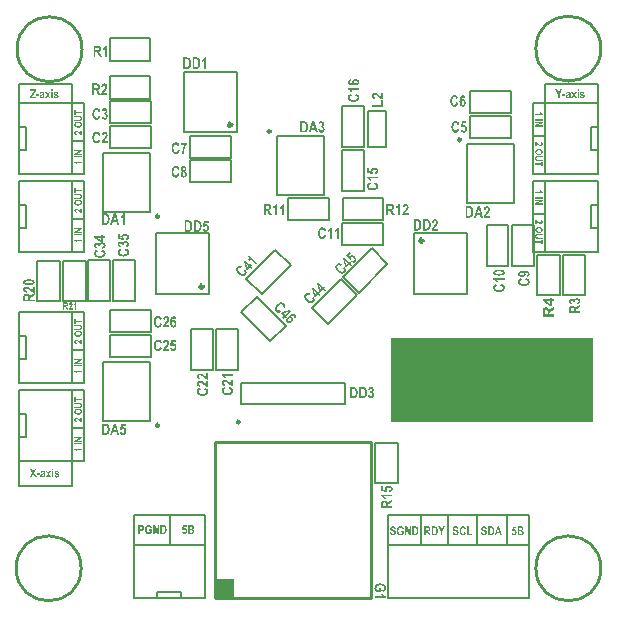
<source format=gto>
G04*
G04 #@! TF.GenerationSoftware,Altium Limited,Altium Designer,22.7.1 (60)*
G04*
G04 Layer_Color=65535*
%FSLAX43Y43*%
%MOMM*%
G71*
G04*
G04 #@! TF.SameCoordinates,D6A07BB3-E300-4989-B7AD-CA0A744D7D9A*
G04*
G04*
G04 #@! TF.FilePolarity,Positive*
G04*
G01*
G75*
%ADD10C,0.254*%
%ADD11C,0.300*%
%ADD12C,0.250*%
%ADD13C,0.150*%
%ADD14C,0.200*%
%ADD15R,17.100X7.100*%
%ADD16R,1.600X1.600*%
G36*
X44671Y34999D02*
X44672Y34998D01*
X44673Y34993D01*
X44678Y34985D01*
X44684Y34974D01*
X44692Y34961D01*
X44702Y34947D01*
X44714Y34932D01*
X44729Y34915D01*
X44730Y34914D01*
X44731Y34913D01*
X44736Y34908D01*
X44745Y34900D01*
X44758Y34891D01*
X44771Y34881D01*
X44788Y34871D01*
X44807Y34861D01*
X44827Y34854D01*
Y34774D01*
X44200D01*
Y34872D01*
X44652D01*
X44651Y34873D01*
X44649Y34875D01*
X44647Y34878D01*
X44642Y34883D01*
X44637Y34887D01*
X44631Y34894D01*
X44624Y34901D01*
X44618Y34909D01*
X44603Y34928D01*
X44587Y34949D01*
X44574Y34974D01*
X44562Y35000D01*
X44671D01*
Y34999D01*
D02*
G37*
G36*
X44825Y34307D02*
X44200D01*
Y34410D01*
X44825D01*
Y34307D01*
D02*
G37*
G36*
Y34106D02*
X44407Y33895D01*
X44825D01*
Y33799D01*
X44200D01*
Y33904D01*
X44607Y34110D01*
X44200D01*
Y34206D01*
X44825D01*
Y34106D01*
D02*
G37*
G36*
X44206Y32499D02*
X44211D01*
X44217Y32498D01*
X44223Y32496D01*
X44239Y32494D01*
X44256Y32490D01*
X44277Y32483D01*
X44298Y32476D01*
X44319Y32467D01*
X44320D01*
X44322Y32465D01*
X44325Y32464D01*
X44329Y32461D01*
X44335Y32458D01*
X44342Y32454D01*
X44350Y32448D01*
X44359Y32442D01*
X44369Y32435D01*
X44380Y32427D01*
X44392Y32419D01*
X44406Y32409D01*
X44420Y32397D01*
X44435Y32384D01*
X44451Y32372D01*
X44468Y32357D01*
X44469Y32356D01*
X44472Y32354D01*
X44476Y32350D01*
X44480Y32347D01*
X44486Y32341D01*
X44493Y32335D01*
X44509Y32323D01*
X44525Y32309D01*
X44541Y32296D01*
X44556Y32285D01*
X44562Y32280D01*
X44568Y32276D01*
X44570Y32275D01*
X44574Y32273D01*
X44582Y32269D01*
X44592Y32265D01*
X44603Y32261D01*
X44616Y32258D01*
X44630Y32255D01*
X44644Y32254D01*
X44645D01*
X44646D01*
X44650D01*
X44658Y32255D01*
X44667Y32256D01*
X44677Y32259D01*
X44687Y32261D01*
X44697Y32266D01*
X44706Y32273D01*
X44707Y32274D01*
X44709Y32276D01*
X44712Y32280D01*
X44717Y32286D01*
X44721Y32292D01*
X44723Y32300D01*
X44726Y32310D01*
X44727Y32321D01*
Y32323D01*
X44726Y32327D01*
X44725Y32331D01*
X44721Y32342D01*
X44719Y32347D01*
X44715Y32354D01*
X44709Y32360D01*
X44703Y32367D01*
X44696Y32372D01*
X44685Y32378D01*
X44674Y32383D01*
X44661Y32386D01*
X44647Y32389D01*
X44629Y32391D01*
X44642Y32489D01*
X44643D01*
X44647Y32488D01*
X44651D01*
X44658Y32487D01*
X44665Y32485D01*
X44674Y32484D01*
X44684Y32482D01*
X44696Y32479D01*
X44718Y32472D01*
X44741Y32463D01*
X44763Y32451D01*
X44772Y32445D01*
X44782Y32436D01*
X44782Y32435D01*
X44783Y32434D01*
X44786Y32432D01*
X44789Y32428D01*
X44792Y32423D01*
X44796Y32419D01*
X44805Y32405D01*
X44813Y32388D01*
X44819Y32368D01*
X44825Y32345D01*
X44826Y32332D01*
X44827Y32319D01*
Y32311D01*
X44826Y32306D01*
X44825Y32298D01*
X44824Y32291D01*
X44820Y32273D01*
X44814Y32253D01*
X44810Y32243D01*
X44805Y32233D01*
X44798Y32223D01*
X44792Y32213D01*
X44783Y32205D01*
X44774Y32197D01*
X44773Y32196D01*
X44771Y32195D01*
X44769Y32193D01*
X44765Y32190D01*
X44760Y32188D01*
X44754Y32184D01*
X44739Y32176D01*
X44721Y32168D01*
X44701Y32162D01*
X44679Y32157D01*
X44667Y32155D01*
X44654D01*
X44652D01*
X44647D01*
X44640Y32156D01*
X44630D01*
X44619Y32158D01*
X44606Y32160D01*
X44593Y32163D01*
X44579Y32166D01*
X44577D01*
X44573Y32168D01*
X44566Y32171D01*
X44557Y32174D01*
X44546Y32178D01*
X44534Y32184D01*
X44521Y32191D01*
X44507Y32199D01*
X44505Y32200D01*
X44500Y32202D01*
X44492Y32208D01*
X44482Y32215D01*
X44468Y32225D01*
X44452Y32238D01*
X44434Y32253D01*
X44414Y32271D01*
X44413Y32272D01*
X44412Y32273D01*
X44409Y32275D01*
X44405Y32278D01*
X44396Y32286D01*
X44385Y32296D01*
X44373Y32306D01*
X44362Y32316D01*
X44352Y32324D01*
X44343Y32331D01*
X44342Y32332D01*
X44341Y32333D01*
X44337Y32335D01*
X44333Y32338D01*
X44323Y32345D01*
X44311Y32351D01*
Y32155D01*
X44200D01*
Y32500D01*
X44201D01*
X44203D01*
X44206Y32499D01*
D02*
G37*
G36*
X44526Y31888D02*
X44536D01*
X44547Y31887D01*
X44560Y31886D01*
X44573Y31885D01*
X44602Y31881D01*
X44633Y31875D01*
X44663Y31868D01*
X44678Y31862D01*
X44692Y31857D01*
X44693D01*
X44695Y31855D01*
X44698Y31853D01*
X44704Y31850D01*
X44709Y31847D01*
X44717Y31844D01*
X44733Y31833D01*
X44750Y31820D01*
X44768Y31807D01*
X44784Y31789D01*
X44799Y31771D01*
Y31770D01*
X44801Y31768D01*
X44803Y31765D01*
X44805Y31761D01*
X44807Y31756D01*
X44810Y31749D01*
X44814Y31742D01*
X44818Y31734D01*
X44824Y31715D01*
X44830Y31693D01*
X44833Y31668D01*
X44835Y31640D01*
Y31636D01*
X44834Y31629D01*
Y31622D01*
X44832Y31612D01*
X44831Y31601D01*
X44828Y31589D01*
X44825Y31576D01*
X44820Y31563D01*
X44815Y31548D01*
X44807Y31533D01*
X44800Y31518D01*
X44790Y31503D01*
X44779Y31489D01*
X44766Y31475D01*
X44751Y31461D01*
X44750Y31460D01*
X44747Y31458D01*
X44743Y31454D01*
X44735Y31450D01*
X44727Y31445D01*
X44716Y31439D01*
X44704Y31432D01*
X44690Y31426D01*
X44673Y31419D01*
X44656Y31414D01*
X44636Y31407D01*
X44615Y31403D01*
X44592Y31398D01*
X44567Y31394D01*
X44540Y31392D01*
X44513Y31391D01*
X44511D01*
X44506D01*
X44498D01*
X44487Y31392D01*
X44474Y31393D01*
X44458Y31395D01*
X44441Y31398D01*
X44423Y31401D01*
X44403Y31404D01*
X44384Y31409D01*
X44364Y31416D01*
X44343Y31423D01*
X44323Y31431D01*
X44304Y31441D01*
X44285Y31452D01*
X44267Y31465D01*
X44267Y31466D01*
X44264Y31468D01*
X44260Y31472D01*
X44255Y31477D01*
X44250Y31484D01*
X44243Y31491D01*
X44236Y31501D01*
X44229Y31512D01*
X44221Y31524D01*
X44215Y31537D01*
X44208Y31551D01*
X44202Y31566D01*
X44197Y31583D01*
X44194Y31601D01*
X44191Y31620D01*
X44190Y31640D01*
Y31645D01*
X44191Y31651D01*
Y31659D01*
X44193Y31668D01*
X44194Y31679D01*
X44196Y31691D01*
X44199Y31704D01*
X44204Y31718D01*
X44208Y31732D01*
X44215Y31747D01*
X44222Y31761D01*
X44231Y31775D01*
X44242Y31790D01*
X44253Y31803D01*
X44267Y31816D01*
X44267Y31817D01*
X44270Y31819D01*
X44276Y31822D01*
X44282Y31827D01*
X44292Y31833D01*
X44303Y31839D01*
X44316Y31845D01*
X44329Y31852D01*
X44346Y31859D01*
X44365Y31866D01*
X44384Y31872D01*
X44405Y31878D01*
X44428Y31882D01*
X44453Y31886D01*
X44480Y31888D01*
X44508Y31889D01*
X44509D01*
X44513D01*
X44519D01*
X44526Y31888D01*
D02*
G37*
G36*
X44825Y31208D02*
X44487D01*
X44486D01*
X44483D01*
X44479D01*
X44474D01*
X44468D01*
X44461D01*
X44444Y31207D01*
X44427D01*
X44410Y31207D01*
X44395Y31206D01*
X44390D01*
X44384Y31205D01*
X44382D01*
X44378Y31203D01*
X44370Y31201D01*
X44361Y31198D01*
X44350Y31194D01*
X44340Y31188D01*
X44329Y31182D01*
X44320Y31172D01*
X44319Y31171D01*
X44317Y31168D01*
X44313Y31162D01*
X44309Y31154D01*
X44305Y31145D01*
X44302Y31133D01*
X44299Y31119D01*
X44298Y31104D01*
Y31097D01*
X44299Y31091D01*
X44300Y31083D01*
X44302Y31073D01*
X44304Y31064D01*
X44308Y31055D01*
X44314Y31046D01*
X44315Y31045D01*
X44317Y31042D01*
X44320Y31038D01*
X44325Y31034D01*
X44331Y31028D01*
X44339Y31024D01*
X44347Y31019D01*
X44357Y31015D01*
X44359D01*
X44363Y31013D01*
X44366D01*
X44371Y31012D01*
X44377Y31011D01*
X44383Y31011D01*
X44390Y31010D01*
X44400Y31009D01*
X44410Y31008D01*
X44421D01*
X44433Y31007D01*
X44447Y31006D01*
X44463D01*
X44479D01*
X44825D01*
Y30902D01*
X44497D01*
X44495D01*
X44491D01*
X44485D01*
X44476D01*
X44466D01*
X44454Y30903D01*
X44441D01*
X44427Y30904D01*
X44397Y30906D01*
X44367Y30908D01*
X44353Y30910D01*
X44339Y30912D01*
X44326Y30913D01*
X44315Y30916D01*
X44314D01*
X44312Y30917D01*
X44309Y30918D01*
X44305Y30919D01*
X44295Y30923D01*
X44282Y30929D01*
X44268Y30938D01*
X44253Y30948D01*
X44238Y30961D01*
X44224Y30977D01*
Y30978D01*
X44222Y30979D01*
X44221Y30982D01*
X44218Y30986D01*
X44216Y30990D01*
X44213Y30996D01*
X44210Y31003D01*
X44207Y31011D01*
X44201Y31028D01*
X44195Y31049D01*
X44192Y31073D01*
X44190Y31101D01*
Y31109D01*
X44191Y31114D01*
Y31122D01*
X44192Y31129D01*
X44194Y31147D01*
X44197Y31167D01*
X44202Y31188D01*
X44209Y31208D01*
X44218Y31227D01*
Y31228D01*
X44219Y31229D01*
X44224Y31234D01*
X44231Y31243D01*
X44240Y31252D01*
X44251Y31263D01*
X44265Y31274D01*
X44280Y31284D01*
X44299Y31293D01*
X44300D01*
X44302Y31293D01*
X44304Y31294D01*
X44309Y31295D01*
X44316Y31297D01*
X44323Y31299D01*
X44332Y31301D01*
X44342Y31302D01*
X44355Y31304D01*
X44369Y31306D01*
X44385Y31307D01*
X44402Y31309D01*
X44422Y31310D01*
X44443Y31311D01*
X44466Y31312D01*
X44491D01*
X44825D01*
Y31208D01*
D02*
G37*
G36*
Y30423D02*
X44720D01*
Y30574D01*
X44200D01*
Y30678D01*
X44720D01*
Y30830D01*
X44825D01*
Y30423D01*
D02*
G37*
G36*
X44671Y41599D02*
X44672Y41598D01*
X44673Y41593D01*
X44678Y41585D01*
X44684Y41574D01*
X44692Y41561D01*
X44702Y41547D01*
X44714Y41532D01*
X44729Y41515D01*
X44730Y41514D01*
X44731Y41513D01*
X44736Y41508D01*
X44745Y41500D01*
X44758Y41491D01*
X44771Y41481D01*
X44788Y41471D01*
X44807Y41461D01*
X44827Y41454D01*
Y41374D01*
X44200D01*
Y41472D01*
X44652D01*
X44651Y41473D01*
X44649Y41475D01*
X44647Y41478D01*
X44642Y41483D01*
X44637Y41487D01*
X44631Y41494D01*
X44624Y41501D01*
X44618Y41509D01*
X44603Y41528D01*
X44587Y41549D01*
X44574Y41574D01*
X44562Y41600D01*
X44671D01*
Y41599D01*
D02*
G37*
G36*
X44825Y40907D02*
X44200D01*
Y41010D01*
X44825D01*
Y40907D01*
D02*
G37*
G36*
Y40706D02*
X44407Y40495D01*
X44825D01*
Y40399D01*
X44200D01*
Y40504D01*
X44607Y40710D01*
X44200D01*
Y40806D01*
X44825D01*
Y40706D01*
D02*
G37*
G36*
X44206Y39099D02*
X44211D01*
X44217Y39098D01*
X44223Y39096D01*
X44239Y39094D01*
X44256Y39090D01*
X44277Y39083D01*
X44298Y39076D01*
X44319Y39067D01*
X44320D01*
X44322Y39065D01*
X44325Y39064D01*
X44329Y39061D01*
X44335Y39057D01*
X44342Y39054D01*
X44350Y39048D01*
X44359Y39042D01*
X44369Y39035D01*
X44380Y39027D01*
X44392Y39019D01*
X44406Y39008D01*
X44420Y38997D01*
X44435Y38984D01*
X44451Y38972D01*
X44468Y38957D01*
X44469Y38956D01*
X44472Y38954D01*
X44476Y38950D01*
X44480Y38947D01*
X44486Y38941D01*
X44493Y38935D01*
X44509Y38923D01*
X44525Y38909D01*
X44541Y38896D01*
X44556Y38885D01*
X44562Y38880D01*
X44568Y38876D01*
X44570Y38875D01*
X44574Y38873D01*
X44582Y38869D01*
X44592Y38865D01*
X44603Y38861D01*
X44616Y38858D01*
X44630Y38855D01*
X44644Y38854D01*
X44645D01*
X44646D01*
X44650D01*
X44658Y38855D01*
X44667Y38856D01*
X44677Y38859D01*
X44687Y38861D01*
X44697Y38866D01*
X44706Y38873D01*
X44707Y38874D01*
X44709Y38876D01*
X44712Y38880D01*
X44717Y38886D01*
X44721Y38892D01*
X44723Y38900D01*
X44726Y38910D01*
X44727Y38921D01*
Y38923D01*
X44726Y38927D01*
X44725Y38931D01*
X44721Y38942D01*
X44719Y38947D01*
X44715Y38954D01*
X44709Y38960D01*
X44703Y38967D01*
X44696Y38972D01*
X44685Y38978D01*
X44674Y38983D01*
X44661Y38986D01*
X44647Y38989D01*
X44629Y38991D01*
X44642Y39089D01*
X44643D01*
X44647Y39088D01*
X44651D01*
X44658Y39087D01*
X44665Y39085D01*
X44674Y39084D01*
X44684Y39082D01*
X44696Y39079D01*
X44718Y39072D01*
X44741Y39063D01*
X44763Y39051D01*
X44772Y39045D01*
X44782Y39036D01*
X44782Y39035D01*
X44783Y39034D01*
X44786Y39032D01*
X44789Y39028D01*
X44792Y39023D01*
X44796Y39019D01*
X44805Y39005D01*
X44813Y38988D01*
X44819Y38968D01*
X44825Y38945D01*
X44826Y38932D01*
X44827Y38919D01*
Y38911D01*
X44826Y38906D01*
X44825Y38898D01*
X44824Y38891D01*
X44820Y38873D01*
X44814Y38853D01*
X44810Y38843D01*
X44805Y38833D01*
X44798Y38823D01*
X44792Y38813D01*
X44783Y38805D01*
X44774Y38797D01*
X44773Y38796D01*
X44771Y38795D01*
X44769Y38793D01*
X44765Y38790D01*
X44760Y38788D01*
X44754Y38784D01*
X44739Y38776D01*
X44721Y38768D01*
X44701Y38762D01*
X44679Y38757D01*
X44667Y38755D01*
X44654D01*
X44652D01*
X44647D01*
X44640Y38756D01*
X44630D01*
X44619Y38758D01*
X44606Y38760D01*
X44593Y38763D01*
X44579Y38766D01*
X44577D01*
X44573Y38768D01*
X44566Y38771D01*
X44557Y38774D01*
X44546Y38778D01*
X44534Y38784D01*
X44521Y38791D01*
X44507Y38799D01*
X44505Y38800D01*
X44500Y38802D01*
X44492Y38808D01*
X44482Y38815D01*
X44468Y38825D01*
X44452Y38838D01*
X44434Y38853D01*
X44414Y38871D01*
X44413Y38872D01*
X44412Y38873D01*
X44409Y38875D01*
X44405Y38878D01*
X44396Y38886D01*
X44385Y38896D01*
X44373Y38906D01*
X44362Y38916D01*
X44352Y38924D01*
X44343Y38931D01*
X44342Y38932D01*
X44341Y38933D01*
X44337Y38935D01*
X44333Y38938D01*
X44323Y38945D01*
X44311Y38951D01*
Y38755D01*
X44200D01*
Y39100D01*
X44201D01*
X44203D01*
X44206Y39099D01*
D02*
G37*
G36*
X44526Y38488D02*
X44536D01*
X44547Y38487D01*
X44560Y38486D01*
X44573Y38485D01*
X44602Y38481D01*
X44633Y38475D01*
X44663Y38468D01*
X44678Y38462D01*
X44692Y38457D01*
X44693D01*
X44695Y38455D01*
X44698Y38453D01*
X44704Y38450D01*
X44709Y38447D01*
X44717Y38444D01*
X44733Y38433D01*
X44750Y38420D01*
X44768Y38407D01*
X44784Y38389D01*
X44799Y38371D01*
Y38370D01*
X44801Y38368D01*
X44803Y38365D01*
X44805Y38361D01*
X44807Y38356D01*
X44810Y38349D01*
X44814Y38342D01*
X44818Y38334D01*
X44824Y38315D01*
X44830Y38293D01*
X44833Y38268D01*
X44835Y38240D01*
Y38236D01*
X44834Y38229D01*
Y38222D01*
X44832Y38212D01*
X44831Y38201D01*
X44828Y38189D01*
X44825Y38176D01*
X44820Y38163D01*
X44815Y38148D01*
X44807Y38133D01*
X44800Y38118D01*
X44790Y38103D01*
X44779Y38089D01*
X44766Y38075D01*
X44751Y38061D01*
X44750Y38060D01*
X44747Y38058D01*
X44743Y38054D01*
X44735Y38050D01*
X44727Y38045D01*
X44716Y38039D01*
X44704Y38032D01*
X44690Y38026D01*
X44673Y38019D01*
X44656Y38014D01*
X44636Y38007D01*
X44615Y38003D01*
X44592Y37998D01*
X44567Y37994D01*
X44540Y37992D01*
X44513Y37991D01*
X44511D01*
X44506D01*
X44498D01*
X44487Y37992D01*
X44474Y37993D01*
X44458Y37995D01*
X44441Y37998D01*
X44423Y38001D01*
X44403Y38004D01*
X44384Y38009D01*
X44364Y38016D01*
X44343Y38023D01*
X44323Y38031D01*
X44304Y38041D01*
X44285Y38053D01*
X44267Y38065D01*
X44267Y38066D01*
X44264Y38068D01*
X44260Y38072D01*
X44255Y38077D01*
X44250Y38084D01*
X44243Y38091D01*
X44236Y38101D01*
X44229Y38112D01*
X44221Y38124D01*
X44215Y38137D01*
X44208Y38151D01*
X44202Y38166D01*
X44197Y38183D01*
X44194Y38201D01*
X44191Y38220D01*
X44190Y38240D01*
Y38245D01*
X44191Y38251D01*
Y38259D01*
X44193Y38268D01*
X44194Y38279D01*
X44196Y38291D01*
X44199Y38304D01*
X44204Y38318D01*
X44208Y38332D01*
X44215Y38347D01*
X44222Y38361D01*
X44231Y38375D01*
X44242Y38390D01*
X44253Y38403D01*
X44267Y38416D01*
X44267Y38417D01*
X44270Y38419D01*
X44276Y38422D01*
X44282Y38427D01*
X44292Y38432D01*
X44303Y38439D01*
X44316Y38445D01*
X44329Y38452D01*
X44346Y38459D01*
X44365Y38466D01*
X44384Y38472D01*
X44405Y38478D01*
X44428Y38482D01*
X44453Y38486D01*
X44480Y38488D01*
X44508Y38489D01*
X44509D01*
X44513D01*
X44519D01*
X44526Y38488D01*
D02*
G37*
G36*
X44825Y37808D02*
X44487D01*
X44486D01*
X44483D01*
X44479D01*
X44474D01*
X44468D01*
X44461D01*
X44444Y37807D01*
X44427D01*
X44410Y37807D01*
X44395Y37806D01*
X44390D01*
X44384Y37805D01*
X44382D01*
X44378Y37803D01*
X44370Y37801D01*
X44361Y37798D01*
X44350Y37794D01*
X44340Y37788D01*
X44329Y37782D01*
X44320Y37772D01*
X44319Y37771D01*
X44317Y37768D01*
X44313Y37762D01*
X44309Y37754D01*
X44305Y37745D01*
X44302Y37733D01*
X44299Y37719D01*
X44298Y37704D01*
Y37697D01*
X44299Y37691D01*
X44300Y37683D01*
X44302Y37673D01*
X44304Y37664D01*
X44308Y37655D01*
X44314Y37646D01*
X44315Y37645D01*
X44317Y37642D01*
X44320Y37638D01*
X44325Y37634D01*
X44331Y37628D01*
X44339Y37624D01*
X44347Y37619D01*
X44357Y37615D01*
X44359D01*
X44363Y37613D01*
X44366D01*
X44371Y37612D01*
X44377Y37611D01*
X44383Y37611D01*
X44390Y37610D01*
X44400Y37609D01*
X44410Y37608D01*
X44421D01*
X44433Y37607D01*
X44447Y37606D01*
X44463D01*
X44479D01*
X44825D01*
Y37502D01*
X44497D01*
X44495D01*
X44491D01*
X44485D01*
X44476D01*
X44466D01*
X44454Y37503D01*
X44441D01*
X44427Y37504D01*
X44397Y37506D01*
X44367Y37508D01*
X44353Y37510D01*
X44339Y37512D01*
X44326Y37513D01*
X44315Y37516D01*
X44314D01*
X44312Y37517D01*
X44309Y37518D01*
X44305Y37519D01*
X44295Y37523D01*
X44282Y37529D01*
X44268Y37538D01*
X44253Y37548D01*
X44238Y37561D01*
X44224Y37577D01*
Y37578D01*
X44222Y37579D01*
X44221Y37582D01*
X44218Y37586D01*
X44216Y37590D01*
X44213Y37596D01*
X44210Y37603D01*
X44207Y37611D01*
X44201Y37628D01*
X44195Y37649D01*
X44192Y37673D01*
X44190Y37701D01*
Y37709D01*
X44191Y37714D01*
Y37722D01*
X44192Y37729D01*
X44194Y37747D01*
X44197Y37767D01*
X44202Y37788D01*
X44209Y37808D01*
X44218Y37827D01*
Y37828D01*
X44219Y37829D01*
X44224Y37834D01*
X44231Y37843D01*
X44240Y37852D01*
X44251Y37863D01*
X44265Y37874D01*
X44280Y37884D01*
X44299Y37893D01*
X44300D01*
X44302Y37893D01*
X44304Y37894D01*
X44309Y37895D01*
X44316Y37897D01*
X44323Y37899D01*
X44332Y37901D01*
X44342Y37902D01*
X44355Y37904D01*
X44369Y37905D01*
X44385Y37907D01*
X44402Y37909D01*
X44422Y37910D01*
X44443Y37911D01*
X44466Y37912D01*
X44491D01*
X44825D01*
Y37808D01*
D02*
G37*
G36*
Y37023D02*
X44720D01*
Y37174D01*
X44200D01*
Y37278D01*
X44720D01*
Y37430D01*
X44825D01*
Y37023D01*
D02*
G37*
G36*
X5800Y38297D02*
X5393Y38090D01*
X5800D01*
Y37994D01*
X5175D01*
Y38094D01*
X5593Y38305D01*
X5175D01*
Y38401D01*
X5800D01*
Y38297D01*
D02*
G37*
G36*
Y37790D02*
X5175D01*
Y37893D01*
X5800D01*
Y37790D01*
D02*
G37*
G36*
Y37328D02*
X5348D01*
X5349Y37327D01*
X5351Y37325D01*
X5353Y37322D01*
X5358Y37317D01*
X5363Y37313D01*
X5369Y37306D01*
X5376Y37299D01*
X5382Y37291D01*
X5397Y37272D01*
X5413Y37251D01*
X5426Y37226D01*
X5438Y37200D01*
X5329D01*
Y37201D01*
X5328Y37202D01*
X5327Y37207D01*
X5322Y37215D01*
X5316Y37226D01*
X5308Y37239D01*
X5298Y37253D01*
X5286Y37268D01*
X5271Y37285D01*
X5270Y37286D01*
X5269Y37287D01*
X5264Y37292D01*
X5255Y37300D01*
X5242Y37309D01*
X5229Y37319D01*
X5212Y37329D01*
X5193Y37339D01*
X5173Y37346D01*
Y37426D01*
X5800D01*
Y37328D01*
D02*
G37*
G36*
X5280Y41626D02*
X5800D01*
Y41522D01*
X5280D01*
Y41370D01*
X5175D01*
Y41777D01*
X5280D01*
Y41626D01*
D02*
G37*
G36*
X5546Y41297D02*
X5559D01*
X5573Y41296D01*
X5603Y41294D01*
X5633Y41292D01*
X5647Y41290D01*
X5661Y41288D01*
X5674Y41287D01*
X5685Y41284D01*
X5686D01*
X5688Y41283D01*
X5691Y41282D01*
X5695Y41281D01*
X5705Y41277D01*
X5718Y41271D01*
X5732Y41262D01*
X5747Y41252D01*
X5762Y41239D01*
X5776Y41223D01*
Y41222D01*
X5778Y41221D01*
X5779Y41218D01*
X5782Y41214D01*
X5784Y41210D01*
X5787Y41204D01*
X5790Y41197D01*
X5793Y41189D01*
X5799Y41172D01*
X5805Y41151D01*
X5808Y41127D01*
X5810Y41099D01*
Y41091D01*
X5809Y41086D01*
Y41078D01*
X5808Y41071D01*
X5806Y41053D01*
X5803Y41033D01*
X5798Y41012D01*
X5791Y40992D01*
X5782Y40973D01*
Y40972D01*
X5781Y40971D01*
X5776Y40966D01*
X5769Y40957D01*
X5760Y40948D01*
X5749Y40937D01*
X5735Y40926D01*
X5720Y40916D01*
X5701Y40907D01*
X5700D01*
X5698Y40907D01*
X5696Y40906D01*
X5691Y40905D01*
X5684Y40903D01*
X5677Y40901D01*
X5668Y40899D01*
X5658Y40898D01*
X5645Y40896D01*
X5631Y40895D01*
X5615Y40893D01*
X5598Y40891D01*
X5578Y40890D01*
X5557Y40889D01*
X5534Y40888D01*
X5509D01*
X5175D01*
Y40992D01*
X5513D01*
X5514D01*
X5517D01*
X5521D01*
X5526D01*
X5532D01*
X5539D01*
X5556Y40993D01*
X5573D01*
X5590Y40993D01*
X5605Y40994D01*
X5610D01*
X5616Y40995D01*
X5618D01*
X5622Y40997D01*
X5630Y40999D01*
X5639Y41002D01*
X5650Y41006D01*
X5660Y41012D01*
X5671Y41018D01*
X5680Y41028D01*
X5681Y41029D01*
X5684Y41032D01*
X5687Y41038D01*
X5691Y41046D01*
X5695Y41055D01*
X5698Y41067D01*
X5701Y41081D01*
X5702Y41096D01*
Y41103D01*
X5701Y41109D01*
X5700Y41117D01*
X5698Y41127D01*
X5696Y41136D01*
X5692Y41145D01*
X5686Y41154D01*
X5685Y41155D01*
X5684Y41158D01*
X5680Y41162D01*
X5675Y41166D01*
X5669Y41172D01*
X5661Y41176D01*
X5653Y41181D01*
X5643Y41185D01*
X5641D01*
X5637Y41187D01*
X5634D01*
X5629Y41188D01*
X5623Y41189D01*
X5617Y41189D01*
X5610Y41190D01*
X5600Y41191D01*
X5590Y41192D01*
X5579D01*
X5567Y41193D01*
X5553Y41194D01*
X5537D01*
X5521D01*
X5175D01*
Y41298D01*
X5503D01*
X5505D01*
X5509D01*
X5515D01*
X5524D01*
X5534D01*
X5546Y41297D01*
D02*
G37*
G36*
X5513Y40808D02*
X5526Y40807D01*
X5542Y40805D01*
X5559Y40802D01*
X5577Y40799D01*
X5597Y40796D01*
X5616Y40791D01*
X5636Y40784D01*
X5657Y40777D01*
X5677Y40769D01*
X5696Y40759D01*
X5715Y40748D01*
X5733Y40735D01*
X5733Y40734D01*
X5736Y40732D01*
X5740Y40728D01*
X5745Y40723D01*
X5750Y40716D01*
X5757Y40709D01*
X5764Y40699D01*
X5771Y40688D01*
X5779Y40676D01*
X5785Y40663D01*
X5792Y40649D01*
X5798Y40634D01*
X5803Y40617D01*
X5806Y40599D01*
X5809Y40580D01*
X5810Y40560D01*
Y40555D01*
X5809Y40549D01*
Y40541D01*
X5807Y40532D01*
X5806Y40521D01*
X5804Y40509D01*
X5801Y40496D01*
X5796Y40482D01*
X5792Y40468D01*
X5785Y40453D01*
X5778Y40439D01*
X5769Y40425D01*
X5758Y40410D01*
X5747Y40397D01*
X5733Y40384D01*
X5733Y40383D01*
X5730Y40381D01*
X5724Y40378D01*
X5718Y40373D01*
X5708Y40368D01*
X5697Y40361D01*
X5684Y40355D01*
X5671Y40348D01*
X5654Y40341D01*
X5635Y40334D01*
X5616Y40328D01*
X5595Y40322D01*
X5572Y40318D01*
X5547Y40314D01*
X5520Y40312D01*
X5492Y40311D01*
X5491D01*
X5488D01*
X5481D01*
X5474Y40312D01*
X5464D01*
X5453Y40313D01*
X5440Y40314D01*
X5427Y40315D01*
X5398Y40319D01*
X5367Y40325D01*
X5337Y40332D01*
X5322Y40338D01*
X5308Y40343D01*
X5307D01*
X5305Y40345D01*
X5302Y40347D01*
X5296Y40350D01*
X5291Y40353D01*
X5283Y40356D01*
X5267Y40367D01*
X5250Y40380D01*
X5232Y40393D01*
X5216Y40411D01*
X5201Y40429D01*
Y40430D01*
X5199Y40432D01*
X5197Y40435D01*
X5195Y40439D01*
X5193Y40444D01*
X5190Y40451D01*
X5186Y40458D01*
X5182Y40466D01*
X5176Y40485D01*
X5170Y40507D01*
X5167Y40532D01*
X5165Y40560D01*
Y40564D01*
X5166Y40571D01*
Y40578D01*
X5168Y40588D01*
X5169Y40599D01*
X5172Y40611D01*
X5175Y40624D01*
X5180Y40637D01*
X5185Y40652D01*
X5193Y40667D01*
X5200Y40682D01*
X5210Y40697D01*
X5221Y40711D01*
X5234Y40725D01*
X5249Y40739D01*
X5250Y40740D01*
X5253Y40742D01*
X5257Y40746D01*
X5265Y40750D01*
X5273Y40755D01*
X5284Y40761D01*
X5296Y40768D01*
X5310Y40774D01*
X5327Y40781D01*
X5344Y40786D01*
X5364Y40793D01*
X5385Y40797D01*
X5408Y40802D01*
X5433Y40806D01*
X5460Y40808D01*
X5488Y40809D01*
X5489D01*
X5494D01*
X5502D01*
X5513Y40808D01*
D02*
G37*
G36*
X5800Y39700D02*
X5799D01*
X5797D01*
X5794Y39701D01*
X5789D01*
X5783Y39702D01*
X5777Y39704D01*
X5761Y39706D01*
X5744Y39710D01*
X5723Y39717D01*
X5702Y39724D01*
X5681Y39733D01*
X5680D01*
X5678Y39735D01*
X5675Y39736D01*
X5671Y39739D01*
X5665Y39743D01*
X5658Y39746D01*
X5650Y39752D01*
X5641Y39758D01*
X5631Y39765D01*
X5620Y39773D01*
X5608Y39781D01*
X5594Y39792D01*
X5580Y39803D01*
X5565Y39816D01*
X5549Y39828D01*
X5532Y39843D01*
X5531Y39844D01*
X5528Y39846D01*
X5524Y39850D01*
X5520Y39853D01*
X5514Y39859D01*
X5507Y39865D01*
X5491Y39877D01*
X5475Y39891D01*
X5459Y39904D01*
X5444Y39915D01*
X5438Y39920D01*
X5432Y39924D01*
X5430Y39925D01*
X5426Y39927D01*
X5418Y39931D01*
X5408Y39935D01*
X5397Y39939D01*
X5384Y39942D01*
X5370Y39945D01*
X5356Y39946D01*
X5355D01*
X5354D01*
X5350D01*
X5342Y39945D01*
X5333Y39944D01*
X5323Y39941D01*
X5313Y39939D01*
X5303Y39934D01*
X5294Y39927D01*
X5293Y39926D01*
X5291Y39924D01*
X5288Y39920D01*
X5283Y39914D01*
X5279Y39908D01*
X5277Y39900D01*
X5274Y39890D01*
X5273Y39879D01*
Y39877D01*
X5274Y39873D01*
X5275Y39869D01*
X5279Y39858D01*
X5281Y39853D01*
X5285Y39846D01*
X5291Y39840D01*
X5297Y39833D01*
X5304Y39828D01*
X5315Y39822D01*
X5326Y39817D01*
X5339Y39814D01*
X5353Y39811D01*
X5371Y39809D01*
X5358Y39711D01*
X5357D01*
X5353Y39712D01*
X5349D01*
X5342Y39713D01*
X5335Y39715D01*
X5326Y39716D01*
X5316Y39718D01*
X5304Y39721D01*
X5282Y39728D01*
X5259Y39737D01*
X5237Y39749D01*
X5228Y39755D01*
X5218Y39764D01*
X5218Y39765D01*
X5217Y39766D01*
X5214Y39768D01*
X5211Y39772D01*
X5208Y39777D01*
X5204Y39781D01*
X5195Y39795D01*
X5187Y39812D01*
X5181Y39832D01*
X5175Y39855D01*
X5174Y39868D01*
X5173Y39881D01*
Y39889D01*
X5174Y39894D01*
X5175Y39902D01*
X5176Y39909D01*
X5180Y39927D01*
X5186Y39947D01*
X5190Y39957D01*
X5195Y39967D01*
X5202Y39977D01*
X5208Y39987D01*
X5217Y39995D01*
X5226Y40003D01*
X5227Y40004D01*
X5229Y40005D01*
X5231Y40007D01*
X5235Y40010D01*
X5240Y40012D01*
X5246Y40016D01*
X5261Y40024D01*
X5279Y40032D01*
X5299Y40038D01*
X5321Y40043D01*
X5333Y40045D01*
X5346D01*
X5348D01*
X5353D01*
X5360Y40044D01*
X5370D01*
X5381Y40042D01*
X5394Y40040D01*
X5407Y40037D01*
X5421Y40034D01*
X5423D01*
X5427Y40032D01*
X5434Y40029D01*
X5443Y40026D01*
X5454Y40022D01*
X5466Y40016D01*
X5479Y40009D01*
X5493Y40001D01*
X5495Y40000D01*
X5500Y39998D01*
X5508Y39992D01*
X5518Y39985D01*
X5532Y39975D01*
X5548Y39962D01*
X5566Y39947D01*
X5586Y39929D01*
X5587Y39928D01*
X5588Y39927D01*
X5591Y39925D01*
X5595Y39922D01*
X5604Y39914D01*
X5615Y39904D01*
X5627Y39894D01*
X5638Y39884D01*
X5648Y39876D01*
X5657Y39869D01*
X5658Y39868D01*
X5659Y39867D01*
X5663Y39865D01*
X5667Y39862D01*
X5677Y39855D01*
X5689Y39849D01*
Y40045D01*
X5800D01*
Y39700D01*
D02*
G37*
G36*
Y31697D02*
X5393Y31490D01*
X5800D01*
Y31394D01*
X5175D01*
Y31494D01*
X5593Y31705D01*
X5175D01*
Y31801D01*
X5800D01*
Y31697D01*
D02*
G37*
G36*
Y31190D02*
X5175D01*
Y31293D01*
X5800D01*
Y31190D01*
D02*
G37*
G36*
Y30728D02*
X5348D01*
X5349Y30727D01*
X5351Y30725D01*
X5353Y30722D01*
X5358Y30717D01*
X5363Y30713D01*
X5369Y30706D01*
X5376Y30699D01*
X5382Y30691D01*
X5397Y30672D01*
X5413Y30651D01*
X5426Y30626D01*
X5438Y30600D01*
X5329D01*
Y30601D01*
X5328Y30602D01*
X5327Y30607D01*
X5322Y30615D01*
X5316Y30626D01*
X5308Y30639D01*
X5298Y30653D01*
X5286Y30668D01*
X5271Y30685D01*
X5270Y30686D01*
X5269Y30687D01*
X5264Y30692D01*
X5255Y30700D01*
X5242Y30709D01*
X5229Y30719D01*
X5212Y30729D01*
X5193Y30739D01*
X5173Y30746D01*
Y30826D01*
X5800D01*
Y30728D01*
D02*
G37*
G36*
X5280Y35026D02*
X5800D01*
Y34922D01*
X5280D01*
Y34770D01*
X5175D01*
Y35177D01*
X5280D01*
Y35026D01*
D02*
G37*
G36*
X5546Y34697D02*
X5559D01*
X5573Y34696D01*
X5603Y34694D01*
X5633Y34692D01*
X5647Y34690D01*
X5661Y34688D01*
X5674Y34687D01*
X5685Y34684D01*
X5686D01*
X5688Y34683D01*
X5691Y34682D01*
X5695Y34681D01*
X5705Y34677D01*
X5718Y34671D01*
X5732Y34662D01*
X5747Y34652D01*
X5762Y34639D01*
X5776Y34623D01*
Y34622D01*
X5778Y34621D01*
X5779Y34618D01*
X5782Y34614D01*
X5784Y34610D01*
X5787Y34604D01*
X5790Y34597D01*
X5793Y34589D01*
X5799Y34572D01*
X5805Y34551D01*
X5808Y34527D01*
X5810Y34499D01*
Y34491D01*
X5809Y34486D01*
Y34478D01*
X5808Y34471D01*
X5806Y34453D01*
X5803Y34433D01*
X5798Y34412D01*
X5791Y34392D01*
X5782Y34373D01*
Y34372D01*
X5781Y34371D01*
X5776Y34366D01*
X5769Y34357D01*
X5760Y34348D01*
X5749Y34337D01*
X5735Y34326D01*
X5720Y34316D01*
X5701Y34307D01*
X5700D01*
X5698Y34307D01*
X5696Y34306D01*
X5691Y34305D01*
X5684Y34303D01*
X5677Y34301D01*
X5668Y34299D01*
X5658Y34298D01*
X5645Y34296D01*
X5631Y34294D01*
X5615Y34293D01*
X5598Y34291D01*
X5578Y34290D01*
X5557Y34289D01*
X5534Y34288D01*
X5509D01*
X5175D01*
Y34392D01*
X5513D01*
X5514D01*
X5517D01*
X5521D01*
X5526D01*
X5532D01*
X5539D01*
X5556Y34393D01*
X5573D01*
X5590Y34393D01*
X5605Y34394D01*
X5610D01*
X5616Y34395D01*
X5618D01*
X5622Y34397D01*
X5630Y34399D01*
X5639Y34402D01*
X5650Y34406D01*
X5660Y34412D01*
X5671Y34418D01*
X5680Y34428D01*
X5681Y34429D01*
X5684Y34432D01*
X5687Y34438D01*
X5691Y34446D01*
X5695Y34455D01*
X5698Y34467D01*
X5701Y34481D01*
X5702Y34496D01*
Y34503D01*
X5701Y34509D01*
X5700Y34517D01*
X5698Y34527D01*
X5696Y34536D01*
X5692Y34545D01*
X5686Y34554D01*
X5685Y34555D01*
X5684Y34558D01*
X5680Y34562D01*
X5675Y34566D01*
X5669Y34572D01*
X5661Y34576D01*
X5653Y34581D01*
X5643Y34585D01*
X5641D01*
X5637Y34587D01*
X5634D01*
X5629Y34588D01*
X5623Y34589D01*
X5617Y34589D01*
X5610Y34590D01*
X5600Y34591D01*
X5590Y34592D01*
X5579D01*
X5567Y34593D01*
X5553Y34594D01*
X5537D01*
X5521D01*
X5175D01*
Y34698D01*
X5503D01*
X5505D01*
X5509D01*
X5515D01*
X5524D01*
X5534D01*
X5546Y34697D01*
D02*
G37*
G36*
X5513Y34208D02*
X5526Y34207D01*
X5542Y34205D01*
X5559Y34202D01*
X5577Y34199D01*
X5597Y34196D01*
X5616Y34191D01*
X5636Y34184D01*
X5657Y34177D01*
X5677Y34169D01*
X5696Y34159D01*
X5715Y34147D01*
X5733Y34135D01*
X5733Y34134D01*
X5736Y34132D01*
X5740Y34128D01*
X5745Y34123D01*
X5750Y34116D01*
X5757Y34109D01*
X5764Y34099D01*
X5771Y34088D01*
X5779Y34076D01*
X5785Y34063D01*
X5792Y34049D01*
X5798Y34034D01*
X5803Y34017D01*
X5806Y33999D01*
X5809Y33980D01*
X5810Y33960D01*
Y33955D01*
X5809Y33949D01*
Y33941D01*
X5807Y33932D01*
X5806Y33921D01*
X5804Y33909D01*
X5801Y33896D01*
X5796Y33882D01*
X5792Y33868D01*
X5785Y33853D01*
X5778Y33839D01*
X5769Y33825D01*
X5758Y33810D01*
X5747Y33797D01*
X5733Y33784D01*
X5733Y33783D01*
X5730Y33781D01*
X5724Y33778D01*
X5718Y33773D01*
X5708Y33768D01*
X5697Y33761D01*
X5684Y33755D01*
X5671Y33748D01*
X5654Y33741D01*
X5635Y33734D01*
X5616Y33728D01*
X5595Y33722D01*
X5572Y33718D01*
X5547Y33714D01*
X5520Y33712D01*
X5492Y33711D01*
X5491D01*
X5488D01*
X5481D01*
X5474Y33712D01*
X5464D01*
X5453Y33713D01*
X5440Y33714D01*
X5427Y33715D01*
X5398Y33719D01*
X5367Y33725D01*
X5337Y33732D01*
X5322Y33738D01*
X5308Y33743D01*
X5307D01*
X5305Y33745D01*
X5302Y33747D01*
X5296Y33750D01*
X5291Y33753D01*
X5283Y33756D01*
X5267Y33767D01*
X5250Y33780D01*
X5232Y33793D01*
X5216Y33811D01*
X5201Y33829D01*
Y33830D01*
X5199Y33832D01*
X5197Y33835D01*
X5195Y33839D01*
X5193Y33844D01*
X5190Y33851D01*
X5186Y33858D01*
X5182Y33866D01*
X5176Y33885D01*
X5170Y33907D01*
X5167Y33932D01*
X5165Y33960D01*
Y33964D01*
X5166Y33971D01*
Y33978D01*
X5168Y33988D01*
X5169Y33999D01*
X5172Y34011D01*
X5175Y34024D01*
X5180Y34037D01*
X5185Y34052D01*
X5193Y34067D01*
X5200Y34082D01*
X5210Y34097D01*
X5221Y34111D01*
X5234Y34125D01*
X5249Y34139D01*
X5250Y34140D01*
X5253Y34142D01*
X5257Y34146D01*
X5265Y34150D01*
X5273Y34155D01*
X5284Y34161D01*
X5296Y34168D01*
X5310Y34174D01*
X5327Y34181D01*
X5344Y34186D01*
X5364Y34193D01*
X5385Y34197D01*
X5408Y34202D01*
X5433Y34206D01*
X5460Y34208D01*
X5488Y34209D01*
X5489D01*
X5494D01*
X5502D01*
X5513Y34208D01*
D02*
G37*
G36*
X5800Y33100D02*
X5799D01*
X5797D01*
X5794Y33101D01*
X5789D01*
X5783Y33102D01*
X5777Y33104D01*
X5761Y33106D01*
X5744Y33110D01*
X5723Y33117D01*
X5702Y33124D01*
X5681Y33133D01*
X5680D01*
X5678Y33135D01*
X5675Y33136D01*
X5671Y33139D01*
X5665Y33143D01*
X5658Y33146D01*
X5650Y33152D01*
X5641Y33158D01*
X5631Y33165D01*
X5620Y33173D01*
X5608Y33181D01*
X5594Y33192D01*
X5580Y33203D01*
X5565Y33216D01*
X5549Y33228D01*
X5532Y33243D01*
X5531Y33244D01*
X5528Y33246D01*
X5524Y33250D01*
X5520Y33253D01*
X5514Y33259D01*
X5507Y33265D01*
X5491Y33277D01*
X5475Y33291D01*
X5459Y33304D01*
X5444Y33315D01*
X5438Y33320D01*
X5432Y33324D01*
X5430Y33325D01*
X5426Y33327D01*
X5418Y33331D01*
X5408Y33335D01*
X5397Y33339D01*
X5384Y33342D01*
X5370Y33345D01*
X5356Y33346D01*
X5355D01*
X5354D01*
X5350D01*
X5342Y33345D01*
X5333Y33344D01*
X5323Y33341D01*
X5313Y33339D01*
X5303Y33334D01*
X5294Y33327D01*
X5293Y33326D01*
X5291Y33324D01*
X5288Y33320D01*
X5283Y33314D01*
X5279Y33308D01*
X5277Y33300D01*
X5274Y33290D01*
X5273Y33279D01*
Y33277D01*
X5274Y33273D01*
X5275Y33269D01*
X5279Y33258D01*
X5281Y33253D01*
X5285Y33246D01*
X5291Y33240D01*
X5297Y33233D01*
X5304Y33228D01*
X5315Y33222D01*
X5326Y33217D01*
X5339Y33214D01*
X5353Y33211D01*
X5371Y33209D01*
X5358Y33111D01*
X5357D01*
X5353Y33112D01*
X5349D01*
X5342Y33113D01*
X5335Y33115D01*
X5326Y33116D01*
X5316Y33118D01*
X5304Y33121D01*
X5282Y33128D01*
X5259Y33137D01*
X5237Y33149D01*
X5228Y33155D01*
X5218Y33164D01*
X5218Y33165D01*
X5217Y33166D01*
X5214Y33168D01*
X5211Y33172D01*
X5208Y33177D01*
X5204Y33181D01*
X5195Y33195D01*
X5187Y33212D01*
X5181Y33232D01*
X5175Y33255D01*
X5174Y33268D01*
X5173Y33281D01*
Y33289D01*
X5174Y33294D01*
X5175Y33302D01*
X5176Y33309D01*
X5180Y33327D01*
X5186Y33347D01*
X5190Y33357D01*
X5195Y33367D01*
X5202Y33377D01*
X5208Y33387D01*
X5217Y33395D01*
X5226Y33403D01*
X5227Y33404D01*
X5229Y33405D01*
X5231Y33407D01*
X5235Y33410D01*
X5240Y33412D01*
X5246Y33416D01*
X5261Y33424D01*
X5279Y33432D01*
X5299Y33438D01*
X5321Y33443D01*
X5333Y33445D01*
X5346D01*
X5348D01*
X5353D01*
X5360Y33444D01*
X5370D01*
X5381Y33442D01*
X5394Y33440D01*
X5407Y33437D01*
X5421Y33434D01*
X5423D01*
X5427Y33432D01*
X5434Y33429D01*
X5443Y33426D01*
X5454Y33422D01*
X5466Y33416D01*
X5479Y33409D01*
X5493Y33401D01*
X5495Y33400D01*
X5500Y33398D01*
X5508Y33392D01*
X5518Y33385D01*
X5532Y33375D01*
X5548Y33362D01*
X5566Y33347D01*
X5586Y33329D01*
X5587Y33328D01*
X5588Y33327D01*
X5591Y33325D01*
X5595Y33322D01*
X5604Y33314D01*
X5615Y33304D01*
X5627Y33294D01*
X5638Y33284D01*
X5648Y33276D01*
X5657Y33269D01*
X5658Y33268D01*
X5659Y33267D01*
X5663Y33265D01*
X5667Y33262D01*
X5677Y33255D01*
X5689Y33249D01*
Y33445D01*
X5800D01*
Y33100D01*
D02*
G37*
G36*
Y20597D02*
X5393Y20390D01*
X5800D01*
Y20294D01*
X5175D01*
Y20394D01*
X5593Y20605D01*
X5175D01*
Y20701D01*
X5800D01*
Y20597D01*
D02*
G37*
G36*
Y20090D02*
X5175D01*
Y20193D01*
X5800D01*
Y20090D01*
D02*
G37*
G36*
Y19628D02*
X5348D01*
X5349Y19627D01*
X5351Y19625D01*
X5353Y19622D01*
X5358Y19617D01*
X5363Y19613D01*
X5369Y19606D01*
X5376Y19599D01*
X5382Y19591D01*
X5397Y19572D01*
X5413Y19551D01*
X5426Y19526D01*
X5438Y19500D01*
X5329D01*
Y19501D01*
X5328Y19502D01*
X5327Y19507D01*
X5322Y19515D01*
X5316Y19526D01*
X5308Y19539D01*
X5298Y19553D01*
X5286Y19568D01*
X5271Y19585D01*
X5270Y19586D01*
X5269Y19587D01*
X5264Y19592D01*
X5255Y19600D01*
X5242Y19609D01*
X5229Y19619D01*
X5212Y19629D01*
X5193Y19639D01*
X5173Y19646D01*
Y19727D01*
X5800D01*
Y19628D01*
D02*
G37*
G36*
X5280Y23926D02*
X5800D01*
Y23822D01*
X5280D01*
Y23670D01*
X5175D01*
Y24077D01*
X5280D01*
Y23926D01*
D02*
G37*
G36*
X5546Y23597D02*
X5559D01*
X5573Y23596D01*
X5603Y23594D01*
X5633Y23592D01*
X5647Y23590D01*
X5661Y23588D01*
X5674Y23587D01*
X5685Y23584D01*
X5686D01*
X5688Y23583D01*
X5691Y23582D01*
X5695Y23581D01*
X5705Y23577D01*
X5718Y23571D01*
X5732Y23563D01*
X5747Y23552D01*
X5762Y23539D01*
X5776Y23523D01*
Y23522D01*
X5778Y23521D01*
X5779Y23518D01*
X5782Y23514D01*
X5784Y23510D01*
X5787Y23504D01*
X5790Y23497D01*
X5793Y23489D01*
X5799Y23472D01*
X5805Y23451D01*
X5808Y23427D01*
X5810Y23399D01*
Y23391D01*
X5809Y23386D01*
Y23379D01*
X5808Y23371D01*
X5806Y23353D01*
X5803Y23333D01*
X5798Y23312D01*
X5791Y23292D01*
X5782Y23273D01*
Y23272D01*
X5781Y23271D01*
X5776Y23266D01*
X5769Y23257D01*
X5760Y23248D01*
X5749Y23237D01*
X5735Y23226D01*
X5720Y23216D01*
X5701Y23207D01*
X5700D01*
X5698Y23207D01*
X5696Y23206D01*
X5691Y23205D01*
X5684Y23203D01*
X5677Y23201D01*
X5668Y23199D01*
X5658Y23198D01*
X5645Y23196D01*
X5631Y23195D01*
X5615Y23193D01*
X5598Y23191D01*
X5578Y23190D01*
X5557Y23189D01*
X5534Y23188D01*
X5509D01*
X5175D01*
Y23292D01*
X5513D01*
X5514D01*
X5517D01*
X5521D01*
X5526D01*
X5532D01*
X5539D01*
X5556Y23293D01*
X5573D01*
X5590Y23293D01*
X5605Y23294D01*
X5610D01*
X5616Y23295D01*
X5618D01*
X5622Y23297D01*
X5630Y23299D01*
X5639Y23302D01*
X5650Y23306D01*
X5660Y23312D01*
X5671Y23318D01*
X5680Y23328D01*
X5681Y23329D01*
X5684Y23332D01*
X5687Y23338D01*
X5691Y23346D01*
X5695Y23355D01*
X5698Y23367D01*
X5701Y23381D01*
X5702Y23396D01*
Y23403D01*
X5701Y23409D01*
X5700Y23417D01*
X5698Y23427D01*
X5696Y23436D01*
X5692Y23445D01*
X5686Y23454D01*
X5685Y23455D01*
X5684Y23458D01*
X5680Y23462D01*
X5675Y23466D01*
X5669Y23472D01*
X5661Y23477D01*
X5653Y23481D01*
X5643Y23485D01*
X5641D01*
X5637Y23487D01*
X5634D01*
X5629Y23488D01*
X5623Y23489D01*
X5617Y23489D01*
X5610Y23490D01*
X5600Y23491D01*
X5590Y23492D01*
X5579D01*
X5567Y23493D01*
X5553Y23494D01*
X5537D01*
X5521D01*
X5175D01*
Y23598D01*
X5503D01*
X5505D01*
X5509D01*
X5515D01*
X5524D01*
X5534D01*
X5546Y23597D01*
D02*
G37*
G36*
X5513Y23108D02*
X5526Y23107D01*
X5542Y23105D01*
X5559Y23102D01*
X5577Y23099D01*
X5597Y23096D01*
X5616Y23091D01*
X5636Y23085D01*
X5657Y23077D01*
X5677Y23069D01*
X5696Y23059D01*
X5715Y23048D01*
X5733Y23035D01*
X5733Y23034D01*
X5736Y23032D01*
X5740Y23028D01*
X5745Y23023D01*
X5750Y23016D01*
X5757Y23009D01*
X5764Y22999D01*
X5771Y22988D01*
X5779Y22976D01*
X5785Y22963D01*
X5792Y22950D01*
X5798Y22934D01*
X5803Y22917D01*
X5806Y22899D01*
X5809Y22880D01*
X5810Y22860D01*
Y22855D01*
X5809Y22849D01*
Y22841D01*
X5807Y22832D01*
X5806Y22821D01*
X5804Y22809D01*
X5801Y22796D01*
X5796Y22782D01*
X5792Y22768D01*
X5785Y22754D01*
X5778Y22739D01*
X5769Y22725D01*
X5758Y22710D01*
X5747Y22697D01*
X5733Y22684D01*
X5733Y22683D01*
X5730Y22681D01*
X5724Y22678D01*
X5718Y22673D01*
X5708Y22668D01*
X5697Y22661D01*
X5684Y22655D01*
X5671Y22648D01*
X5654Y22641D01*
X5635Y22634D01*
X5616Y22628D01*
X5595Y22622D01*
X5572Y22618D01*
X5547Y22614D01*
X5520Y22612D01*
X5492Y22611D01*
X5491D01*
X5488D01*
X5481D01*
X5474Y22612D01*
X5464D01*
X5453Y22613D01*
X5440Y22614D01*
X5427Y22615D01*
X5398Y22619D01*
X5367Y22625D01*
X5337Y22632D01*
X5322Y22638D01*
X5308Y22643D01*
X5307D01*
X5305Y22645D01*
X5302Y22647D01*
X5296Y22650D01*
X5291Y22653D01*
X5283Y22656D01*
X5267Y22667D01*
X5250Y22680D01*
X5232Y22693D01*
X5216Y22711D01*
X5201Y22729D01*
Y22730D01*
X5199Y22732D01*
X5197Y22735D01*
X5195Y22739D01*
X5193Y22744D01*
X5190Y22751D01*
X5186Y22758D01*
X5182Y22766D01*
X5176Y22785D01*
X5170Y22807D01*
X5167Y22832D01*
X5165Y22860D01*
Y22864D01*
X5166Y22871D01*
Y22878D01*
X5168Y22888D01*
X5169Y22899D01*
X5172Y22911D01*
X5175Y22924D01*
X5180Y22938D01*
X5185Y22952D01*
X5193Y22967D01*
X5200Y22982D01*
X5210Y22997D01*
X5221Y23011D01*
X5234Y23025D01*
X5249Y23039D01*
X5250Y23040D01*
X5253Y23042D01*
X5257Y23046D01*
X5265Y23050D01*
X5273Y23055D01*
X5284Y23061D01*
X5296Y23068D01*
X5310Y23074D01*
X5327Y23081D01*
X5344Y23086D01*
X5364Y23093D01*
X5385Y23097D01*
X5408Y23102D01*
X5433Y23106D01*
X5460Y23108D01*
X5488Y23109D01*
X5489D01*
X5494D01*
X5502D01*
X5513Y23108D01*
D02*
G37*
G36*
X5800Y22000D02*
X5799D01*
X5797D01*
X5794Y22001D01*
X5789D01*
X5783Y22002D01*
X5777Y22004D01*
X5761Y22006D01*
X5744Y22010D01*
X5723Y22017D01*
X5702Y22024D01*
X5681Y22033D01*
X5680D01*
X5678Y22035D01*
X5675Y22036D01*
X5671Y22039D01*
X5665Y22043D01*
X5658Y22046D01*
X5650Y22052D01*
X5641Y22058D01*
X5631Y22065D01*
X5620Y22073D01*
X5608Y22081D01*
X5594Y22092D01*
X5580Y22103D01*
X5565Y22116D01*
X5549Y22129D01*
X5532Y22143D01*
X5531Y22144D01*
X5528Y22146D01*
X5524Y22150D01*
X5520Y22153D01*
X5514Y22159D01*
X5507Y22165D01*
X5491Y22178D01*
X5475Y22191D01*
X5459Y22204D01*
X5444Y22215D01*
X5438Y22220D01*
X5432Y22224D01*
X5430Y22225D01*
X5426Y22227D01*
X5418Y22231D01*
X5408Y22235D01*
X5397Y22239D01*
X5384Y22242D01*
X5370Y22245D01*
X5356Y22246D01*
X5355D01*
X5354D01*
X5350D01*
X5342Y22245D01*
X5333Y22244D01*
X5323Y22241D01*
X5313Y22239D01*
X5303Y22234D01*
X5294Y22227D01*
X5293Y22227D01*
X5291Y22224D01*
X5288Y22220D01*
X5283Y22215D01*
X5279Y22208D01*
X5277Y22200D01*
X5274Y22190D01*
X5273Y22179D01*
Y22177D01*
X5274Y22173D01*
X5275Y22169D01*
X5279Y22158D01*
X5281Y22153D01*
X5285Y22146D01*
X5291Y22140D01*
X5297Y22133D01*
X5304Y22128D01*
X5315Y22122D01*
X5326Y22117D01*
X5339Y22114D01*
X5353Y22111D01*
X5371Y22109D01*
X5358Y22011D01*
X5357D01*
X5353Y22012D01*
X5349D01*
X5342Y22013D01*
X5335Y22015D01*
X5326Y22016D01*
X5316Y22018D01*
X5304Y22021D01*
X5282Y22028D01*
X5259Y22037D01*
X5237Y22049D01*
X5228Y22055D01*
X5218Y22064D01*
X5218Y22065D01*
X5217Y22066D01*
X5214Y22068D01*
X5211Y22072D01*
X5208Y22077D01*
X5204Y22081D01*
X5195Y22095D01*
X5187Y22112D01*
X5181Y22132D01*
X5175Y22155D01*
X5174Y22168D01*
X5173Y22181D01*
Y22189D01*
X5174Y22194D01*
X5175Y22202D01*
X5176Y22209D01*
X5180Y22227D01*
X5186Y22247D01*
X5190Y22257D01*
X5195Y22267D01*
X5202Y22277D01*
X5208Y22287D01*
X5217Y22295D01*
X5226Y22303D01*
X5227Y22304D01*
X5229Y22305D01*
X5231Y22307D01*
X5235Y22310D01*
X5240Y22312D01*
X5246Y22316D01*
X5261Y22325D01*
X5279Y22332D01*
X5299Y22338D01*
X5321Y22343D01*
X5333Y22345D01*
X5346D01*
X5348D01*
X5353D01*
X5360Y22344D01*
X5370D01*
X5381Y22342D01*
X5394Y22340D01*
X5407Y22337D01*
X5421Y22334D01*
X5423D01*
X5427Y22332D01*
X5434Y22329D01*
X5443Y22326D01*
X5454Y22322D01*
X5466Y22316D01*
X5479Y22309D01*
X5493Y22301D01*
X5495Y22300D01*
X5500Y22298D01*
X5508Y22292D01*
X5518Y22285D01*
X5532Y22275D01*
X5548Y22262D01*
X5566Y22247D01*
X5586Y22229D01*
X5587Y22228D01*
X5588Y22227D01*
X5591Y22225D01*
X5595Y22222D01*
X5604Y22214D01*
X5615Y22204D01*
X5627Y22194D01*
X5638Y22184D01*
X5648Y22176D01*
X5657Y22169D01*
X5658Y22168D01*
X5659Y22167D01*
X5663Y22165D01*
X5667Y22162D01*
X5677Y22155D01*
X5689Y22149D01*
Y22345D01*
X5800D01*
Y22000D01*
D02*
G37*
G36*
X5280Y17326D02*
X5800D01*
Y17222D01*
X5280D01*
Y17070D01*
X5175D01*
Y17477D01*
X5280D01*
Y17326D01*
D02*
G37*
G36*
X5546Y16997D02*
X5559D01*
X5573Y16996D01*
X5603Y16994D01*
X5633Y16992D01*
X5647Y16990D01*
X5661Y16988D01*
X5674Y16987D01*
X5685Y16984D01*
X5686D01*
X5688Y16983D01*
X5691Y16982D01*
X5695Y16981D01*
X5705Y16977D01*
X5718Y16971D01*
X5732Y16963D01*
X5747Y16952D01*
X5762Y16939D01*
X5776Y16923D01*
Y16922D01*
X5778Y16921D01*
X5779Y16918D01*
X5782Y16914D01*
X5784Y16910D01*
X5787Y16904D01*
X5790Y16897D01*
X5793Y16889D01*
X5799Y16872D01*
X5805Y16851D01*
X5808Y16827D01*
X5810Y16799D01*
Y16791D01*
X5809Y16786D01*
Y16779D01*
X5808Y16771D01*
X5806Y16753D01*
X5803Y16733D01*
X5798Y16712D01*
X5791Y16692D01*
X5782Y16673D01*
Y16672D01*
X5781Y16671D01*
X5776Y16666D01*
X5769Y16657D01*
X5760Y16648D01*
X5749Y16637D01*
X5735Y16626D01*
X5720Y16616D01*
X5701Y16607D01*
X5700D01*
X5698Y16607D01*
X5696Y16606D01*
X5691Y16605D01*
X5684Y16603D01*
X5677Y16601D01*
X5668Y16599D01*
X5658Y16598D01*
X5645Y16596D01*
X5631Y16595D01*
X5615Y16593D01*
X5598Y16591D01*
X5578Y16590D01*
X5557Y16589D01*
X5534Y16588D01*
X5509D01*
X5175D01*
Y16692D01*
X5513D01*
X5514D01*
X5517D01*
X5521D01*
X5526D01*
X5532D01*
X5539D01*
X5556Y16693D01*
X5573D01*
X5590Y16693D01*
X5605Y16694D01*
X5610D01*
X5616Y16695D01*
X5618D01*
X5622Y16697D01*
X5630Y16699D01*
X5639Y16702D01*
X5650Y16706D01*
X5660Y16712D01*
X5671Y16718D01*
X5680Y16728D01*
X5681Y16729D01*
X5684Y16732D01*
X5687Y16738D01*
X5691Y16746D01*
X5695Y16755D01*
X5698Y16767D01*
X5701Y16781D01*
X5702Y16796D01*
Y16803D01*
X5701Y16809D01*
X5700Y16817D01*
X5698Y16827D01*
X5696Y16836D01*
X5692Y16845D01*
X5686Y16854D01*
X5685Y16855D01*
X5684Y16858D01*
X5680Y16862D01*
X5675Y16866D01*
X5669Y16872D01*
X5661Y16877D01*
X5653Y16881D01*
X5643Y16885D01*
X5641D01*
X5637Y16887D01*
X5634D01*
X5629Y16888D01*
X5623Y16889D01*
X5617Y16889D01*
X5610Y16890D01*
X5600Y16891D01*
X5590Y16892D01*
X5579D01*
X5567Y16893D01*
X5553Y16894D01*
X5537D01*
X5521D01*
X5175D01*
Y16998D01*
X5503D01*
X5505D01*
X5509D01*
X5515D01*
X5524D01*
X5534D01*
X5546Y16997D01*
D02*
G37*
G36*
X5513Y16508D02*
X5526Y16507D01*
X5542Y16505D01*
X5559Y16502D01*
X5577Y16499D01*
X5597Y16496D01*
X5616Y16491D01*
X5636Y16485D01*
X5657Y16477D01*
X5677Y16469D01*
X5696Y16459D01*
X5715Y16448D01*
X5733Y16435D01*
X5733Y16434D01*
X5736Y16432D01*
X5740Y16428D01*
X5745Y16423D01*
X5750Y16416D01*
X5757Y16409D01*
X5764Y16399D01*
X5771Y16388D01*
X5779Y16376D01*
X5785Y16363D01*
X5792Y16350D01*
X5798Y16334D01*
X5803Y16317D01*
X5806Y16299D01*
X5809Y16280D01*
X5810Y16260D01*
Y16255D01*
X5809Y16249D01*
Y16241D01*
X5807Y16232D01*
X5806Y16221D01*
X5804Y16209D01*
X5801Y16196D01*
X5796Y16182D01*
X5792Y16168D01*
X5785Y16154D01*
X5778Y16139D01*
X5769Y16125D01*
X5758Y16110D01*
X5747Y16097D01*
X5733Y16084D01*
X5733Y16083D01*
X5730Y16081D01*
X5724Y16078D01*
X5718Y16073D01*
X5708Y16068D01*
X5697Y16061D01*
X5684Y16055D01*
X5671Y16048D01*
X5654Y16041D01*
X5635Y16034D01*
X5616Y16028D01*
X5595Y16022D01*
X5572Y16018D01*
X5547Y16014D01*
X5520Y16012D01*
X5492Y16011D01*
X5491D01*
X5488D01*
X5481D01*
X5474Y16012D01*
X5464D01*
X5453Y16013D01*
X5440Y16014D01*
X5427Y16015D01*
X5398Y16019D01*
X5367Y16025D01*
X5337Y16032D01*
X5322Y16038D01*
X5308Y16044D01*
X5307D01*
X5305Y16045D01*
X5302Y16047D01*
X5296Y16050D01*
X5291Y16053D01*
X5283Y16056D01*
X5267Y16067D01*
X5250Y16080D01*
X5232Y16093D01*
X5216Y16111D01*
X5201Y16129D01*
Y16130D01*
X5199Y16132D01*
X5197Y16135D01*
X5195Y16139D01*
X5193Y16144D01*
X5190Y16151D01*
X5186Y16158D01*
X5182Y16166D01*
X5176Y16185D01*
X5170Y16207D01*
X5167Y16232D01*
X5165Y16260D01*
Y16264D01*
X5166Y16271D01*
Y16278D01*
X5168Y16288D01*
X5169Y16299D01*
X5172Y16311D01*
X5175Y16324D01*
X5180Y16338D01*
X5185Y16352D01*
X5193Y16367D01*
X5200Y16382D01*
X5210Y16397D01*
X5221Y16411D01*
X5234Y16425D01*
X5249Y16439D01*
X5250Y16440D01*
X5253Y16442D01*
X5257Y16446D01*
X5265Y16450D01*
X5273Y16455D01*
X5284Y16461D01*
X5296Y16468D01*
X5310Y16474D01*
X5327Y16481D01*
X5344Y16486D01*
X5364Y16493D01*
X5385Y16497D01*
X5408Y16502D01*
X5433Y16506D01*
X5460Y16508D01*
X5488Y16509D01*
X5489D01*
X5494D01*
X5502D01*
X5513Y16508D01*
D02*
G37*
G36*
X5800Y15400D02*
X5799D01*
X5797D01*
X5794Y15401D01*
X5789D01*
X5783Y15402D01*
X5777Y15404D01*
X5761Y15406D01*
X5744Y15410D01*
X5723Y15417D01*
X5702Y15424D01*
X5681Y15433D01*
X5680D01*
X5678Y15435D01*
X5675Y15436D01*
X5671Y15439D01*
X5665Y15443D01*
X5658Y15446D01*
X5650Y15452D01*
X5641Y15458D01*
X5631Y15465D01*
X5620Y15473D01*
X5608Y15481D01*
X5594Y15492D01*
X5580Y15503D01*
X5565Y15516D01*
X5549Y15529D01*
X5532Y15543D01*
X5531Y15544D01*
X5528Y15546D01*
X5524Y15550D01*
X5520Y15553D01*
X5514Y15559D01*
X5507Y15565D01*
X5491Y15578D01*
X5475Y15591D01*
X5459Y15604D01*
X5444Y15615D01*
X5438Y15620D01*
X5432Y15624D01*
X5430Y15625D01*
X5426Y15627D01*
X5418Y15631D01*
X5408Y15635D01*
X5397Y15639D01*
X5384Y15642D01*
X5370Y15645D01*
X5356Y15646D01*
X5355D01*
X5354D01*
X5350D01*
X5342Y15645D01*
X5333Y15644D01*
X5323Y15641D01*
X5313Y15639D01*
X5303Y15634D01*
X5294Y15627D01*
X5293Y15627D01*
X5291Y15624D01*
X5288Y15620D01*
X5283Y15615D01*
X5279Y15608D01*
X5277Y15600D01*
X5274Y15590D01*
X5273Y15579D01*
Y15577D01*
X5274Y15573D01*
X5275Y15569D01*
X5279Y15558D01*
X5281Y15553D01*
X5285Y15546D01*
X5291Y15540D01*
X5297Y15533D01*
X5304Y15528D01*
X5315Y15522D01*
X5326Y15517D01*
X5339Y15514D01*
X5353Y15511D01*
X5371Y15509D01*
X5358Y15411D01*
X5357D01*
X5353Y15412D01*
X5349D01*
X5342Y15413D01*
X5335Y15415D01*
X5326Y15416D01*
X5316Y15418D01*
X5304Y15421D01*
X5282Y15428D01*
X5259Y15437D01*
X5237Y15449D01*
X5228Y15455D01*
X5218Y15464D01*
X5218Y15465D01*
X5217Y15466D01*
X5214Y15468D01*
X5211Y15472D01*
X5208Y15477D01*
X5204Y15481D01*
X5195Y15495D01*
X5187Y15512D01*
X5181Y15532D01*
X5175Y15555D01*
X5174Y15568D01*
X5173Y15581D01*
Y15589D01*
X5174Y15594D01*
X5175Y15602D01*
X5176Y15609D01*
X5180Y15627D01*
X5186Y15647D01*
X5190Y15657D01*
X5195Y15667D01*
X5202Y15677D01*
X5208Y15687D01*
X5217Y15695D01*
X5226Y15703D01*
X5227Y15704D01*
X5229Y15705D01*
X5231Y15707D01*
X5235Y15710D01*
X5240Y15712D01*
X5246Y15716D01*
X5261Y15725D01*
X5279Y15732D01*
X5299Y15738D01*
X5321Y15743D01*
X5333Y15745D01*
X5346D01*
X5348D01*
X5353D01*
X5360Y15744D01*
X5370D01*
X5381Y15742D01*
X5394Y15740D01*
X5407Y15737D01*
X5421Y15734D01*
X5423D01*
X5427Y15732D01*
X5434Y15729D01*
X5443Y15726D01*
X5454Y15722D01*
X5466Y15716D01*
X5479Y15709D01*
X5493Y15701D01*
X5495Y15700D01*
X5500Y15698D01*
X5508Y15692D01*
X5518Y15685D01*
X5532Y15675D01*
X5548Y15662D01*
X5566Y15647D01*
X5586Y15629D01*
X5587Y15628D01*
X5588Y15627D01*
X5591Y15625D01*
X5595Y15622D01*
X5604Y15614D01*
X5615Y15604D01*
X5627Y15594D01*
X5638Y15584D01*
X5648Y15576D01*
X5657Y15569D01*
X5658Y15568D01*
X5659Y15567D01*
X5663Y15565D01*
X5667Y15562D01*
X5677Y15555D01*
X5689Y15549D01*
Y15745D01*
X5800D01*
Y15400D01*
D02*
G37*
G36*
X42585Y6406D02*
X42363D01*
X42343Y6277D01*
X42345Y6278D01*
X42350Y6282D01*
X42358Y6285D01*
X42369Y6291D01*
X42381Y6295D01*
X42394Y6298D01*
X42409Y6302D01*
X42424Y6303D01*
X42431D01*
X42436Y6302D01*
X42443Y6301D01*
X42450Y6299D01*
X42468Y6296D01*
X42486Y6288D01*
X42507Y6278D01*
X42519Y6272D01*
X42529Y6264D01*
X42539Y6255D01*
X42549Y6245D01*
X42550Y6244D01*
X42552Y6242D01*
X42554Y6237D01*
X42559Y6232D01*
X42563Y6224D01*
X42569Y6215D01*
X42575Y6205D01*
X42581Y6194D01*
X42586Y6181D01*
X42593Y6166D01*
X42598Y6150D01*
X42603Y6133D01*
X42607Y6114D01*
X42611Y6095D01*
X42612Y6074D01*
X42613Y6052D01*
Y6051D01*
Y6048D01*
Y6042D01*
X42612Y6035D01*
Y6026D01*
X42610Y6016D01*
X42608Y6005D01*
X42606Y5992D01*
X42600Y5964D01*
X42590Y5933D01*
X42583Y5918D01*
X42576Y5902D01*
X42567Y5885D01*
X42557Y5870D01*
X42556Y5869D01*
X42555Y5867D01*
X42552Y5862D01*
X42547Y5857D01*
X42542Y5851D01*
X42535Y5844D01*
X42526Y5837D01*
X42517Y5829D01*
X42507Y5821D01*
X42495Y5813D01*
X42483Y5807D01*
X42469Y5801D01*
X42454Y5796D01*
X42438Y5791D01*
X42421Y5789D01*
X42402Y5788D01*
X42394D01*
X42389Y5789D01*
X42382D01*
X42373Y5791D01*
X42354Y5794D01*
X42333Y5801D01*
X42310Y5810D01*
X42288Y5823D01*
X42277Y5832D01*
X42265Y5841D01*
X42264Y5842D01*
X42263Y5843D01*
X42260Y5847D01*
X42257Y5851D01*
X42252Y5857D01*
X42248Y5863D01*
X42242Y5871D01*
X42237Y5880D01*
X42231Y5890D01*
X42226Y5902D01*
X42220Y5914D01*
X42214Y5928D01*
X42210Y5942D01*
X42206Y5959D01*
X42200Y5993D01*
X42318Y6009D01*
Y6006D01*
X42319Y6001D01*
X42321Y5991D01*
X42323Y5980D01*
X42327Y5968D01*
X42332Y5955D01*
X42339Y5942D01*
X42348Y5931D01*
X42349Y5930D01*
X42352Y5927D01*
X42358Y5922D01*
X42364Y5918D01*
X42372Y5912D01*
X42382Y5908D01*
X42392Y5904D01*
X42403Y5903D01*
X42404D01*
X42410Y5904D01*
X42416Y5905D01*
X42424Y5908D01*
X42434Y5912D01*
X42445Y5919D01*
X42455Y5927D01*
X42465Y5939D01*
X42466Y5941D01*
X42470Y5945D01*
X42474Y5954D01*
X42479Y5965D01*
X42483Y5981D01*
X42487Y6000D01*
X42491Y6023D01*
X42492Y6049D01*
Y6050D01*
Y6052D01*
Y6055D01*
Y6061D01*
X42491Y6073D01*
X42489Y6089D01*
X42485Y6105D01*
X42481Y6123D01*
X42474Y6139D01*
X42465Y6153D01*
X42464Y6154D01*
X42461Y6159D01*
X42455Y6164D01*
X42448Y6171D01*
X42439Y6176D01*
X42426Y6182D01*
X42414Y6186D01*
X42400Y6187D01*
X42398D01*
X42391Y6186D01*
X42382Y6184D01*
X42370Y6181D01*
X42355Y6174D01*
X42340Y6164D01*
X42332Y6159D01*
X42324Y6151D01*
X42317Y6143D01*
X42309Y6133D01*
X42213Y6150D01*
X42273Y6540D01*
X42585D01*
Y6406D01*
D02*
G37*
G36*
X42983Y6549D02*
X43004Y6548D01*
X43027Y6546D01*
X43050Y6543D01*
X43072Y6538D01*
X43081Y6535D01*
X43090Y6531D01*
X43092Y6530D01*
X43097Y6528D01*
X43105Y6523D01*
X43115Y6516D01*
X43125Y6507D01*
X43137Y6496D01*
X43148Y6483D01*
X43159Y6466D01*
X43160Y6464D01*
X43163Y6458D01*
X43168Y6448D01*
X43173Y6436D01*
X43179Y6420D01*
X43183Y6403D01*
X43187Y6383D01*
X43188Y6362D01*
Y6361D01*
Y6359D01*
Y6353D01*
X43187Y6342D01*
X43185Y6329D01*
X43182Y6314D01*
X43178Y6297D01*
X43171Y6280D01*
X43163Y6263D01*
X43162Y6261D01*
X43159Y6256D01*
X43153Y6248D01*
X43147Y6238D01*
X43137Y6228D01*
X43127Y6217D01*
X43115Y6207D01*
X43100Y6198D01*
X43101D01*
X43102Y6197D01*
X43109Y6195D01*
X43119Y6190D01*
X43132Y6183D01*
X43146Y6174D01*
X43160Y6163D01*
X43175Y6149D01*
X43187Y6132D01*
X43188Y6130D01*
X43191Y6124D01*
X43197Y6114D01*
X43202Y6100D01*
X43208Y6083D01*
X43213Y6064D01*
X43217Y6042D01*
X43218Y6018D01*
Y6016D01*
Y6014D01*
Y6010D01*
X43217Y6004D01*
Y5996D01*
X43216Y5989D01*
X43213Y5970D01*
X43208Y5948D01*
X43201Y5924D01*
X43191Y5901D01*
X43178Y5879D01*
Y5878D01*
X43176Y5877D01*
X43171Y5870D01*
X43162Y5860D01*
X43151Y5849D01*
X43138Y5837D01*
X43121Y5826D01*
X43104Y5816D01*
X43085Y5809D01*
X43082D01*
X43080Y5808D01*
X43077D01*
X43071Y5807D01*
X43066D01*
X43058Y5806D01*
X43049Y5804D01*
X43038Y5803D01*
X43026D01*
X43011Y5802D01*
X42995Y5801D01*
X42977D01*
X42957Y5800D01*
X42702D01*
Y6550D01*
X42973D01*
X42983Y6549D01*
D02*
G37*
G36*
X39866Y6561D02*
X39875Y6560D01*
X39886Y6559D01*
X39897Y6558D01*
X39911Y6555D01*
X39937Y6548D01*
X39966Y6537D01*
X39980Y6530D01*
X39994Y6523D01*
X40006Y6514D01*
X40018Y6503D01*
X40020Y6502D01*
X40021Y6500D01*
X40024Y6496D01*
X40028Y6492D01*
X40033Y6486D01*
X40038Y6478D01*
X40044Y6469D01*
X40050Y6459D01*
X40055Y6448D01*
X40062Y6436D01*
X40067Y6422D01*
X40072Y6407D01*
X40076Y6391D01*
X40080Y6374D01*
X40083Y6355D01*
X40084Y6335D01*
X39960Y6328D01*
Y6329D01*
Y6331D01*
X39959Y6334D01*
X39957Y6338D01*
X39955Y6348D01*
X39952Y6362D01*
X39946Y6375D01*
X39941Y6389D01*
X39933Y6402D01*
X39923Y6413D01*
X39922Y6414D01*
X39919Y6416D01*
X39912Y6420D01*
X39903Y6425D01*
X39892Y6429D01*
X39879Y6434D01*
X39863Y6436D01*
X39845Y6437D01*
X39838D01*
X39828Y6436D01*
X39816Y6435D01*
X39804Y6432D01*
X39792Y6428D01*
X39779Y6423D01*
X39768Y6416D01*
X39766Y6415D01*
X39763Y6413D01*
X39759Y6408D01*
X39754Y6402D01*
X39750Y6394D01*
X39745Y6385D01*
X39742Y6375D01*
X39741Y6364D01*
Y6363D01*
Y6359D01*
X39742Y6354D01*
X39744Y6346D01*
X39747Y6338D01*
X39751Y6331D01*
X39758Y6322D01*
X39765Y6314D01*
X39766Y6313D01*
X39771Y6311D01*
X39778Y6306D01*
X39789Y6301D01*
X39796Y6297D01*
X39804Y6293D01*
X39813Y6290D01*
X39824Y6285D01*
X39835Y6281D01*
X39849Y6276D01*
X39863Y6272D01*
X39879Y6267D01*
X39880D01*
X39883Y6266D01*
X39887Y6265D01*
X39894Y6263D01*
X39902Y6260D01*
X39911Y6257D01*
X39931Y6250D01*
X39953Y6241D01*
X39975Y6232D01*
X39996Y6221D01*
X40006Y6215D01*
X40014Y6210D01*
X40016Y6208D01*
X40021Y6204D01*
X40028Y6198D01*
X40038Y6190D01*
X40048Y6179D01*
X40060Y6165D01*
X40070Y6150D01*
X40078Y6133D01*
X40080Y6131D01*
X40082Y6124D01*
X40085Y6114D01*
X40090Y6101D01*
X40094Y6084D01*
X40097Y6064D01*
X40099Y6042D01*
X40101Y6018D01*
Y6016D01*
Y6013D01*
Y6009D01*
X40099Y6001D01*
X40098Y5993D01*
X40097Y5983D01*
X40095Y5972D01*
X40093Y5961D01*
X40086Y5934D01*
X40075Y5907D01*
X40068Y5893D01*
X40060Y5880D01*
X40051Y5867D01*
X40040Y5853D01*
X40038Y5852D01*
X40036Y5850D01*
X40033Y5848D01*
X40028Y5843D01*
X40022Y5838D01*
X40014Y5832D01*
X40004Y5827D01*
X39994Y5821D01*
X39982Y5814D01*
X39967Y5809D01*
X39952Y5803D01*
X39935Y5798D01*
X39916Y5793D01*
X39896Y5791D01*
X39875Y5789D01*
X39852Y5788D01*
X39842D01*
X39831Y5790D01*
X39816Y5792D01*
X39799Y5796D01*
X39779Y5801D01*
X39758Y5809D01*
X39735Y5820D01*
X39713Y5833D01*
X39691Y5851D01*
X39670Y5871D01*
X39660Y5883D01*
X39650Y5897D01*
X39641Y5911D01*
X39633Y5925D01*
X39626Y5942D01*
X39618Y5960D01*
X39612Y5980D01*
X39607Y6000D01*
X39603Y6022D01*
X39600Y6045D01*
X39721Y6060D01*
Y6059D01*
X39722Y6053D01*
X39723Y6046D01*
X39725Y6038D01*
X39729Y6026D01*
X39733Y6014D01*
X39739Y6001D01*
X39745Y5988D01*
X39753Y5974D01*
X39762Y5961D01*
X39773Y5949D01*
X39786Y5938D01*
X39801Y5929D01*
X39816Y5922D01*
X39835Y5917D01*
X39855Y5915D01*
X39864D01*
X39874Y5917D01*
X39887Y5919D01*
X39901Y5922D01*
X39915Y5928D01*
X39930Y5934D01*
X39943Y5944D01*
X39944Y5945D01*
X39949Y5950D01*
X39954Y5957D01*
X39960Y5964D01*
X39966Y5975D01*
X39971Y5988D01*
X39975Y6002D01*
X39976Y6018D01*
Y6019D01*
Y6022D01*
X39975Y6026D01*
Y6033D01*
X39971Y6046D01*
X39969Y6054D01*
X39964Y6061D01*
Y6062D01*
X39962Y6064D01*
X39955Y6071D01*
X39951Y6075D01*
X39945Y6081D01*
X39937Y6085D01*
X39930Y6090D01*
X39929Y6091D01*
X39925Y6092D01*
X39917Y6095D01*
X39907Y6100D01*
X39901Y6102D01*
X39893Y6104D01*
X39884Y6107D01*
X39873Y6111D01*
X39862Y6115D01*
X39849Y6120D01*
X39834Y6124D01*
X39819Y6129D01*
X39818D01*
X39815Y6130D01*
X39811Y6131D01*
X39805Y6133D01*
X39799Y6135D01*
X39792Y6137D01*
X39774Y6144D01*
X39755Y6152D01*
X39735Y6161D01*
X39718Y6171D01*
X39702Y6181D01*
X39701Y6182D01*
X39697Y6186D01*
X39690Y6192D01*
X39681Y6201D01*
X39672Y6211D01*
X39662Y6223D01*
X39652Y6237D01*
X39643Y6254D01*
X39642Y6256D01*
X39640Y6262D01*
X39637Y6272D01*
X39633Y6284D01*
X39629Y6298D01*
X39626Y6315D01*
X39623Y6334D01*
X39622Y6353D01*
Y6354D01*
Y6355D01*
Y6358D01*
Y6363D01*
X39623Y6375D01*
X39626Y6389D01*
X39629Y6406D01*
X39634Y6425D01*
X39641Y6444D01*
X39650Y6463D01*
Y6464D01*
X39651Y6465D01*
X39655Y6470D01*
X39661Y6479D01*
X39670Y6490D01*
X39681Y6503D01*
X39694Y6515D01*
X39709Y6527D01*
X39727Y6537D01*
X39728D01*
X39729Y6538D01*
X39735Y6541D01*
X39747Y6545D01*
X39761Y6550D01*
X39779Y6555D01*
X39799Y6558D01*
X39823Y6561D01*
X39849Y6563D01*
X39859D01*
X39866Y6561D01*
D02*
G37*
G36*
X41382Y5800D02*
X41247D01*
X41194Y5970D01*
X40945D01*
X40895Y5800D01*
X40763D01*
X41002Y6550D01*
X41134D01*
X41382Y5800D01*
D02*
G37*
G36*
X40452Y6549D02*
X40460D01*
X40479Y6548D01*
X40500Y6546D01*
X40521Y6541D01*
X40542Y6537D01*
X40560Y6530D01*
X40562Y6529D01*
X40568Y6527D01*
X40576Y6521D01*
X40587Y6515D01*
X40599Y6506D01*
X40613Y6495D01*
X40627Y6482D01*
X40641Y6466D01*
X40643Y6464D01*
X40648Y6458D01*
X40654Y6448D01*
X40662Y6434D01*
X40672Y6417D01*
X40682Y6397D01*
X40691Y6374D01*
X40700Y6347D01*
Y6346D01*
X40701Y6344D01*
X40702Y6339D01*
X40703Y6334D01*
X40704Y6327D01*
X40707Y6318D01*
X40709Y6308D01*
X40711Y6297D01*
X40712Y6285D01*
X40714Y6272D01*
X40717Y6257D01*
X40718Y6241D01*
X40720Y6206D01*
X40721Y6167D01*
Y6166D01*
Y6163D01*
Y6157D01*
Y6151D01*
X40720Y6143D01*
Y6133D01*
X40719Y6122D01*
Y6110D01*
X40716Y6083D01*
X40712Y6054D01*
X40707Y6025D01*
X40699Y5998D01*
Y5996D01*
X40698Y5994D01*
X40697Y5991D01*
X40694Y5985D01*
X40690Y5972D01*
X40683Y5957D01*
X40676Y5938D01*
X40666Y5919D01*
X40654Y5900D01*
X40642Y5883D01*
X40641Y5881D01*
X40637Y5877D01*
X40629Y5869D01*
X40620Y5860D01*
X40608Y5850D01*
X40595Y5840D01*
X40579Y5830D01*
X40561Y5821D01*
X40559Y5820D01*
X40552Y5818D01*
X40542Y5814D01*
X40528Y5811D01*
X40510Y5807D01*
X40489Y5803D01*
X40465Y5801D01*
X40438Y5800D01*
X40205D01*
Y6550D01*
X40446D01*
X40452Y6549D01*
D02*
G37*
G36*
X37466Y6561D02*
X37475Y6560D01*
X37486Y6559D01*
X37497Y6558D01*
X37511Y6555D01*
X37537Y6548D01*
X37566Y6537D01*
X37580Y6530D01*
X37594Y6523D01*
X37606Y6514D01*
X37618Y6503D01*
X37620Y6502D01*
X37621Y6500D01*
X37624Y6496D01*
X37628Y6492D01*
X37633Y6486D01*
X37638Y6478D01*
X37644Y6469D01*
X37650Y6459D01*
X37655Y6448D01*
X37662Y6436D01*
X37667Y6422D01*
X37672Y6407D01*
X37676Y6391D01*
X37680Y6374D01*
X37683Y6355D01*
X37684Y6335D01*
X37560Y6328D01*
Y6329D01*
Y6331D01*
X37559Y6334D01*
X37557Y6338D01*
X37555Y6348D01*
X37552Y6362D01*
X37546Y6375D01*
X37541Y6389D01*
X37533Y6402D01*
X37523Y6413D01*
X37522Y6414D01*
X37519Y6416D01*
X37512Y6420D01*
X37503Y6425D01*
X37492Y6429D01*
X37479Y6434D01*
X37463Y6436D01*
X37445Y6437D01*
X37438D01*
X37428Y6436D01*
X37416Y6435D01*
X37404Y6432D01*
X37392Y6428D01*
X37379Y6423D01*
X37368Y6416D01*
X37367Y6415D01*
X37363Y6413D01*
X37359Y6408D01*
X37354Y6402D01*
X37350Y6394D01*
X37345Y6385D01*
X37342Y6375D01*
X37341Y6364D01*
Y6363D01*
Y6359D01*
X37342Y6354D01*
X37344Y6346D01*
X37347Y6338D01*
X37351Y6331D01*
X37358Y6322D01*
X37365Y6314D01*
X37367Y6313D01*
X37371Y6311D01*
X37378Y6306D01*
X37389Y6301D01*
X37396Y6297D01*
X37404Y6293D01*
X37413Y6290D01*
X37424Y6285D01*
X37435Y6281D01*
X37449Y6276D01*
X37463Y6272D01*
X37479Y6267D01*
X37480D01*
X37483Y6266D01*
X37487Y6265D01*
X37494Y6263D01*
X37502Y6260D01*
X37511Y6257D01*
X37531Y6250D01*
X37553Y6241D01*
X37575Y6232D01*
X37596Y6221D01*
X37606Y6215D01*
X37614Y6210D01*
X37616Y6208D01*
X37621Y6204D01*
X37628Y6198D01*
X37638Y6190D01*
X37648Y6179D01*
X37660Y6165D01*
X37670Y6150D01*
X37678Y6133D01*
X37680Y6131D01*
X37682Y6124D01*
X37685Y6114D01*
X37689Y6101D01*
X37694Y6084D01*
X37697Y6064D01*
X37699Y6042D01*
X37701Y6018D01*
Y6016D01*
Y6013D01*
Y6009D01*
X37699Y6001D01*
X37698Y5993D01*
X37697Y5983D01*
X37695Y5972D01*
X37693Y5961D01*
X37686Y5934D01*
X37675Y5907D01*
X37668Y5893D01*
X37660Y5880D01*
X37651Y5867D01*
X37640Y5853D01*
X37638Y5852D01*
X37636Y5850D01*
X37633Y5848D01*
X37628Y5843D01*
X37622Y5838D01*
X37614Y5832D01*
X37604Y5827D01*
X37594Y5821D01*
X37582Y5814D01*
X37567Y5809D01*
X37552Y5803D01*
X37535Y5798D01*
X37516Y5793D01*
X37496Y5791D01*
X37475Y5789D01*
X37452Y5788D01*
X37442D01*
X37431Y5790D01*
X37416Y5792D01*
X37399Y5796D01*
X37379Y5801D01*
X37358Y5809D01*
X37335Y5820D01*
X37313Y5833D01*
X37291Y5851D01*
X37270Y5871D01*
X37260Y5883D01*
X37250Y5897D01*
X37241Y5911D01*
X37233Y5925D01*
X37226Y5942D01*
X37218Y5960D01*
X37212Y5980D01*
X37207Y6000D01*
X37203Y6022D01*
X37200Y6045D01*
X37321Y6060D01*
Y6059D01*
X37322Y6053D01*
X37323Y6046D01*
X37325Y6038D01*
X37329Y6026D01*
X37333Y6014D01*
X37339Y6001D01*
X37345Y5988D01*
X37353Y5974D01*
X37362Y5961D01*
X37373Y5949D01*
X37386Y5938D01*
X37401Y5929D01*
X37416Y5922D01*
X37435Y5917D01*
X37455Y5915D01*
X37464D01*
X37474Y5917D01*
X37487Y5919D01*
X37501Y5922D01*
X37515Y5928D01*
X37530Y5934D01*
X37543Y5944D01*
X37544Y5945D01*
X37549Y5950D01*
X37554Y5957D01*
X37560Y5964D01*
X37566Y5975D01*
X37571Y5988D01*
X37575Y6002D01*
X37576Y6018D01*
Y6019D01*
Y6022D01*
X37575Y6026D01*
Y6033D01*
X37571Y6046D01*
X37569Y6054D01*
X37564Y6061D01*
Y6062D01*
X37562Y6064D01*
X37555Y6071D01*
X37551Y6075D01*
X37545Y6081D01*
X37537Y6085D01*
X37530Y6090D01*
X37529Y6091D01*
X37525Y6092D01*
X37517Y6095D01*
X37507Y6100D01*
X37501Y6102D01*
X37493Y6104D01*
X37484Y6107D01*
X37473Y6111D01*
X37462Y6115D01*
X37449Y6120D01*
X37434Y6124D01*
X37419Y6129D01*
X37418D01*
X37415Y6130D01*
X37411Y6131D01*
X37405Y6133D01*
X37399Y6135D01*
X37392Y6137D01*
X37374Y6144D01*
X37355Y6152D01*
X37335Y6161D01*
X37318Y6171D01*
X37302Y6181D01*
X37301Y6182D01*
X37297Y6186D01*
X37290Y6192D01*
X37281Y6201D01*
X37272Y6211D01*
X37262Y6223D01*
X37252Y6237D01*
X37243Y6254D01*
X37242Y6256D01*
X37240Y6262D01*
X37237Y6272D01*
X37233Y6284D01*
X37229Y6298D01*
X37226Y6315D01*
X37223Y6334D01*
X37222Y6353D01*
Y6354D01*
Y6355D01*
Y6358D01*
Y6363D01*
X37223Y6375D01*
X37226Y6389D01*
X37229Y6406D01*
X37234Y6425D01*
X37241Y6444D01*
X37250Y6463D01*
Y6464D01*
X37251Y6465D01*
X37256Y6470D01*
X37261Y6479D01*
X37270Y6490D01*
X37281Y6503D01*
X37294Y6515D01*
X37309Y6527D01*
X37327Y6537D01*
X37328D01*
X37329Y6538D01*
X37335Y6541D01*
X37347Y6545D01*
X37361Y6550D01*
X37379Y6555D01*
X37399Y6558D01*
X37423Y6561D01*
X37449Y6563D01*
X37459D01*
X37466Y6561D01*
D02*
G37*
G36*
X38090D02*
X38099Y6560D01*
X38109Y6559D01*
X38120Y6557D01*
X38132Y6554D01*
X38160Y6545D01*
X38175Y6539D01*
X38189Y6533D01*
X38203Y6524D01*
X38218Y6514D01*
X38232Y6503D01*
X38246Y6490D01*
X38247D01*
X38248Y6488D01*
X38250Y6485D01*
X38253Y6482D01*
X38258Y6476D01*
X38262Y6469D01*
X38268Y6462D01*
X38273Y6453D01*
X38279Y6443D01*
X38286Y6433D01*
X38291Y6420D01*
X38298Y6407D01*
X38303Y6392D01*
X38309Y6376D01*
X38314Y6359D01*
X38319Y6342D01*
X38196Y6306D01*
Y6307D01*
X38195Y6308D01*
Y6312D01*
X38193Y6316D01*
X38190Y6327D01*
X38186Y6341D01*
X38179Y6356D01*
X38170Y6372D01*
X38160Y6386D01*
X38148Y6399D01*
X38147Y6400D01*
X38142Y6405D01*
X38135Y6410D01*
X38125Y6416D01*
X38112Y6423D01*
X38099Y6427D01*
X38084Y6432D01*
X38066Y6433D01*
X38059D01*
X38055Y6432D01*
X38042Y6429D01*
X38027Y6425D01*
X38009Y6418D01*
X37990Y6407D01*
X37981Y6400D01*
X37973Y6393D01*
X37964Y6384D01*
X37955Y6373D01*
Y6372D01*
X37953Y6371D01*
X37951Y6366D01*
X37948Y6362D01*
X37945Y6355D01*
X37941Y6347D01*
X37938Y6337D01*
X37934Y6326D01*
X37929Y6314D01*
X37926Y6299D01*
X37923Y6283D01*
X37919Y6265D01*
X37917Y6246D01*
X37915Y6225D01*
X37913Y6202D01*
Y6177D01*
Y6176D01*
Y6171D01*
Y6164D01*
X37914Y6154D01*
Y6143D01*
X37915Y6130D01*
X37916Y6115D01*
X37918Y6100D01*
X37923Y6066D01*
X37930Y6033D01*
X37935Y6018D01*
X37940Y6002D01*
X37947Y5989D01*
X37954Y5976D01*
Y5975D01*
X37956Y5974D01*
X37961Y5968D01*
X37970Y5958D01*
X37984Y5948D01*
X37999Y5937D01*
X38017Y5927D01*
X38039Y5920D01*
X38050Y5919D01*
X38062Y5918D01*
X38065D01*
X38070Y5919D01*
X38080Y5920D01*
X38091Y5922D01*
X38105Y5927D01*
X38119Y5933D01*
X38133Y5943D01*
X38147Y5955D01*
X38148Y5958D01*
X38152Y5963D01*
X38159Y5972D01*
X38167Y5985D01*
X38176Y6002D01*
X38183Y6023D01*
X38192Y6048D01*
X38199Y6077D01*
X38320Y6031D01*
Y6030D01*
X38319Y6025D01*
X38317Y6019D01*
X38314Y6010D01*
X38311Y6000D01*
X38308Y5988D01*
X38303Y5974D01*
X38298Y5960D01*
X38284Y5930D01*
X38268Y5899D01*
X38249Y5870D01*
X38238Y5858D01*
X38226Y5846D01*
X38225Y5844D01*
X38222Y5843D01*
X38219Y5840D01*
X38213Y5837D01*
X38208Y5832D01*
X38200Y5828D01*
X38191Y5822D01*
X38181Y5817D01*
X38170Y5811D01*
X38158Y5806D01*
X38130Y5797D01*
X38099Y5790D01*
X38082Y5789D01*
X38065Y5788D01*
X38059D01*
X38054Y5789D01*
X38045D01*
X38035Y5791D01*
X38022Y5792D01*
X38009Y5796D01*
X37995Y5799D01*
X37979Y5804D01*
X37964Y5810D01*
X37948Y5818D01*
X37931Y5827D01*
X37915Y5838D01*
X37899Y5850D01*
X37884Y5863D01*
X37869Y5880D01*
X37868Y5881D01*
X37866Y5884D01*
X37862Y5891D01*
X37856Y5900D01*
X37849Y5910D01*
X37843Y5923D01*
X37835Y5939D01*
X37827Y5957D01*
X37818Y5975D01*
X37810Y5998D01*
X37804Y6021D01*
X37797Y6046D01*
X37792Y6074D01*
X37787Y6104D01*
X37785Y6135D01*
X37784Y6169D01*
Y6170D01*
Y6171D01*
Y6177D01*
X37785Y6187D01*
Y6200D01*
X37786Y6216D01*
X37788Y6235D01*
X37792Y6255D01*
X37795Y6277D01*
X37799Y6302D01*
X37805Y6326D01*
X37812Y6351D01*
X37820Y6376D01*
X37830Y6400D01*
X37842Y6424D01*
X37855Y6447D01*
X37870Y6468D01*
X37872Y6469D01*
X37874Y6473D01*
X37878Y6477D01*
X37884Y6483D01*
X37892Y6490D01*
X37900Y6498D01*
X37911Y6507D01*
X37924Y6516D01*
X37937Y6524D01*
X37953Y6533D01*
X37969Y6540D01*
X37987Y6548D01*
X38007Y6554D01*
X38027Y6558D01*
X38049Y6561D01*
X38072Y6563D01*
X38082D01*
X38090Y6561D01*
D02*
G37*
G36*
X38553Y5927D02*
X38862D01*
Y5800D01*
X38429D01*
Y6545D01*
X38553D01*
Y5927D01*
D02*
G37*
G36*
X36326Y6115D02*
Y5800D01*
X36202D01*
Y6116D01*
X35977Y6550D01*
X36122D01*
X36266Y6254D01*
X36407Y6550D01*
X36552D01*
X36326Y6115D01*
D02*
G37*
G36*
X35667Y6549D02*
X35675D01*
X35694Y6548D01*
X35715Y6546D01*
X35736Y6541D01*
X35757Y6537D01*
X35775Y6530D01*
X35777Y6529D01*
X35782Y6527D01*
X35790Y6521D01*
X35801Y6515D01*
X35813Y6506D01*
X35828Y6495D01*
X35841Y6482D01*
X35856Y6466D01*
X35858Y6464D01*
X35862Y6458D01*
X35869Y6448D01*
X35877Y6434D01*
X35887Y6417D01*
X35897Y6397D01*
X35906Y6374D01*
X35914Y6347D01*
Y6346D01*
X35916Y6344D01*
X35917Y6339D01*
X35918Y6334D01*
X35919Y6327D01*
X35921Y6318D01*
X35923Y6308D01*
X35926Y6297D01*
X35927Y6285D01*
X35929Y6272D01*
X35931Y6257D01*
X35932Y6241D01*
X35934Y6206D01*
X35936Y6167D01*
Y6166D01*
Y6163D01*
Y6157D01*
Y6151D01*
X35934Y6143D01*
Y6133D01*
X35933Y6122D01*
Y6110D01*
X35930Y6083D01*
X35927Y6054D01*
X35921Y6025D01*
X35913Y5998D01*
Y5996D01*
X35912Y5994D01*
X35911Y5991D01*
X35909Y5985D01*
X35904Y5972D01*
X35898Y5957D01*
X35890Y5938D01*
X35880Y5919D01*
X35869Y5900D01*
X35857Y5883D01*
X35856Y5881D01*
X35851Y5877D01*
X35843Y5869D01*
X35834Y5860D01*
X35822Y5850D01*
X35809Y5840D01*
X35793Y5830D01*
X35776Y5821D01*
X35773Y5820D01*
X35767Y5818D01*
X35757Y5814D01*
X35742Y5811D01*
X35725Y5807D01*
X35704Y5803D01*
X35679Y5801D01*
X35652Y5800D01*
X35419D01*
Y6550D01*
X35660D01*
X35667Y6549D01*
D02*
G37*
G36*
X35086D02*
X35096D01*
X35117Y6548D01*
X35141Y6545D01*
X35164Y6541D01*
X35186Y6536D01*
X35196Y6533D01*
X35205Y6529D01*
X35207Y6528D01*
X35213Y6526D01*
X35221Y6520D01*
X35231Y6513D01*
X35242Y6504D01*
X35253Y6492D01*
X35265Y6477D01*
X35276Y6459D01*
X35277Y6457D01*
X35281Y6450D01*
X35285Y6439D01*
X35291Y6426D01*
X35295Y6408D01*
X35299Y6387D01*
X35303Y6365D01*
X35304Y6339D01*
Y6338D01*
Y6336D01*
Y6331D01*
X35303Y6325D01*
Y6317D01*
X35302Y6308D01*
X35298Y6288D01*
X35294Y6266D01*
X35286Y6243D01*
X35275Y6220D01*
X35261Y6197D01*
Y6196D01*
X35258Y6195D01*
X35253Y6188D01*
X35243Y6180D01*
X35230Y6170D01*
X35213Y6157D01*
X35192Y6146D01*
X35169Y6137D01*
X35141Y6131D01*
X35143Y6130D01*
X35147Y6125D01*
X35155Y6120D01*
X35164Y6112D01*
X35174Y6103D01*
X35185Y6092D01*
X35196Y6080D01*
X35206Y6068D01*
X35207Y6066D01*
X35211Y6061D01*
X35217Y6052D01*
X35225Y6040D01*
X35235Y6023D01*
X35241Y6013D01*
X35247Y6002D01*
X35254Y5990D01*
X35262Y5976D01*
X35270Y5961D01*
X35277Y5945D01*
X35353Y5800D01*
X35203D01*
X35114Y5963D01*
Y5964D01*
X35112Y5968D01*
X35110Y5972D01*
X35106Y5978D01*
X35102Y5984D01*
X35097Y5992D01*
X35087Y6010D01*
X35076Y6029D01*
X35065Y6048D01*
X35061Y6055D01*
X35055Y6062D01*
X35051Y6069D01*
X35048Y6073D01*
X35046Y6074D01*
X35044Y6076D01*
X35041Y6081D01*
X35036Y6085D01*
X35025Y6095D01*
X35019Y6101D01*
X35011Y6104D01*
X35010D01*
X35008Y6105D01*
X35003Y6107D01*
X34996Y6109D01*
X34988Y6111D01*
X34976Y6112D01*
X34964Y6113D01*
X34924D01*
Y5800D01*
X34800D01*
Y6550D01*
X35079D01*
X35086Y6549D01*
D02*
G37*
G36*
X32166Y6561D02*
X32175Y6560D01*
X32186Y6559D01*
X32197Y6558D01*
X32211Y6555D01*
X32237Y6548D01*
X32266Y6537D01*
X32280Y6530D01*
X32294Y6523D01*
X32306Y6514D01*
X32318Y6503D01*
X32320Y6502D01*
X32321Y6500D01*
X32324Y6496D01*
X32328Y6492D01*
X32333Y6486D01*
X32338Y6478D01*
X32344Y6469D01*
X32350Y6459D01*
X32355Y6448D01*
X32362Y6436D01*
X32367Y6422D01*
X32372Y6407D01*
X32376Y6391D01*
X32380Y6374D01*
X32383Y6355D01*
X32384Y6335D01*
X32260Y6328D01*
Y6329D01*
Y6331D01*
X32259Y6334D01*
X32257Y6338D01*
X32255Y6348D01*
X32252Y6362D01*
X32246Y6375D01*
X32241Y6389D01*
X32233Y6402D01*
X32223Y6413D01*
X32222Y6414D01*
X32219Y6416D01*
X32212Y6420D01*
X32203Y6425D01*
X32192Y6429D01*
X32179Y6434D01*
X32163Y6436D01*
X32145Y6437D01*
X32138D01*
X32128Y6436D01*
X32116Y6435D01*
X32104Y6432D01*
X32092Y6428D01*
X32079Y6423D01*
X32068Y6416D01*
X32067Y6415D01*
X32063Y6413D01*
X32059Y6408D01*
X32054Y6402D01*
X32050Y6394D01*
X32045Y6385D01*
X32042Y6375D01*
X32041Y6364D01*
Y6363D01*
Y6359D01*
X32042Y6354D01*
X32044Y6346D01*
X32047Y6338D01*
X32051Y6331D01*
X32058Y6322D01*
X32065Y6314D01*
X32067Y6313D01*
X32071Y6311D01*
X32078Y6306D01*
X32089Y6301D01*
X32096Y6297D01*
X32104Y6293D01*
X32113Y6290D01*
X32124Y6285D01*
X32135Y6281D01*
X32149Y6276D01*
X32163Y6272D01*
X32179Y6267D01*
X32180D01*
X32183Y6266D01*
X32187Y6265D01*
X32194Y6263D01*
X32202Y6260D01*
X32211Y6257D01*
X32231Y6250D01*
X32253Y6241D01*
X32275Y6232D01*
X32296Y6221D01*
X32306Y6215D01*
X32314Y6210D01*
X32316Y6208D01*
X32321Y6204D01*
X32328Y6198D01*
X32338Y6190D01*
X32348Y6179D01*
X32360Y6165D01*
X32370Y6150D01*
X32378Y6133D01*
X32380Y6131D01*
X32382Y6124D01*
X32385Y6114D01*
X32389Y6101D01*
X32394Y6084D01*
X32397Y6064D01*
X32399Y6042D01*
X32401Y6018D01*
Y6016D01*
Y6013D01*
Y6009D01*
X32399Y6001D01*
X32398Y5993D01*
X32397Y5983D01*
X32395Y5972D01*
X32393Y5961D01*
X32386Y5934D01*
X32375Y5907D01*
X32368Y5893D01*
X32360Y5880D01*
X32351Y5867D01*
X32340Y5853D01*
X32338Y5852D01*
X32336Y5850D01*
X32333Y5848D01*
X32328Y5843D01*
X32322Y5838D01*
X32314Y5832D01*
X32304Y5827D01*
X32294Y5821D01*
X32282Y5814D01*
X32267Y5809D01*
X32252Y5803D01*
X32235Y5798D01*
X32216Y5793D01*
X32196Y5791D01*
X32175Y5789D01*
X32152Y5788D01*
X32142D01*
X32131Y5790D01*
X32116Y5792D01*
X32099Y5796D01*
X32079Y5801D01*
X32058Y5809D01*
X32035Y5820D01*
X32013Y5833D01*
X31991Y5851D01*
X31970Y5871D01*
X31960Y5883D01*
X31950Y5897D01*
X31941Y5911D01*
X31933Y5925D01*
X31926Y5942D01*
X31918Y5960D01*
X31912Y5980D01*
X31907Y6000D01*
X31903Y6022D01*
X31900Y6045D01*
X32021Y6060D01*
Y6059D01*
X32022Y6053D01*
X32023Y6046D01*
X32025Y6038D01*
X32029Y6026D01*
X32033Y6014D01*
X32039Y6001D01*
X32045Y5988D01*
X32053Y5974D01*
X32062Y5961D01*
X32073Y5949D01*
X32086Y5938D01*
X32101Y5929D01*
X32116Y5922D01*
X32135Y5917D01*
X32155Y5915D01*
X32164D01*
X32174Y5917D01*
X32187Y5919D01*
X32201Y5922D01*
X32215Y5928D01*
X32230Y5934D01*
X32243Y5944D01*
X32244Y5945D01*
X32249Y5950D01*
X32254Y5957D01*
X32260Y5964D01*
X32266Y5975D01*
X32271Y5988D01*
X32275Y6002D01*
X32276Y6018D01*
Y6019D01*
Y6022D01*
X32275Y6026D01*
Y6033D01*
X32271Y6046D01*
X32269Y6054D01*
X32264Y6061D01*
Y6062D01*
X32262Y6064D01*
X32255Y6071D01*
X32251Y6075D01*
X32245Y6081D01*
X32237Y6085D01*
X32230Y6090D01*
X32229Y6091D01*
X32225Y6092D01*
X32217Y6095D01*
X32207Y6100D01*
X32201Y6102D01*
X32193Y6104D01*
X32184Y6107D01*
X32173Y6111D01*
X32162Y6115D01*
X32149Y6120D01*
X32134Y6124D01*
X32119Y6129D01*
X32118D01*
X32115Y6130D01*
X32111Y6131D01*
X32105Y6133D01*
X32099Y6135D01*
X32092Y6137D01*
X32074Y6144D01*
X32055Y6152D01*
X32035Y6161D01*
X32018Y6171D01*
X32002Y6181D01*
X32001Y6182D01*
X31997Y6186D01*
X31990Y6192D01*
X31981Y6201D01*
X31972Y6211D01*
X31962Y6223D01*
X31952Y6237D01*
X31943Y6254D01*
X31942Y6256D01*
X31940Y6262D01*
X31937Y6272D01*
X31933Y6284D01*
X31929Y6298D01*
X31926Y6315D01*
X31923Y6334D01*
X31922Y6353D01*
Y6354D01*
Y6355D01*
Y6358D01*
Y6363D01*
X31923Y6375D01*
X31926Y6389D01*
X31929Y6406D01*
X31934Y6425D01*
X31941Y6444D01*
X31950Y6463D01*
Y6464D01*
X31951Y6465D01*
X31955Y6470D01*
X31961Y6479D01*
X31970Y6490D01*
X31981Y6503D01*
X31994Y6515D01*
X32009Y6527D01*
X32027Y6537D01*
X32028D01*
X32029Y6538D01*
X32035Y6541D01*
X32047Y6545D01*
X32061Y6550D01*
X32079Y6555D01*
X32099Y6558D01*
X32123Y6561D01*
X32149Y6563D01*
X32159D01*
X32166Y6561D01*
D02*
G37*
G36*
X32808D02*
X32817Y6560D01*
X32828Y6559D01*
X32840Y6558D01*
X32852Y6556D01*
X32881Y6549D01*
X32910Y6539D01*
X32925Y6533D01*
X32939Y6525D01*
X32953Y6516D01*
X32966Y6506D01*
X32967Y6505D01*
X32969Y6504D01*
X32972Y6500D01*
X32977Y6496D01*
X32981Y6489D01*
X32988Y6483D01*
X32994Y6474D01*
X33001Y6464D01*
X33009Y6453D01*
X33016Y6440D01*
X33023Y6427D01*
X33030Y6413D01*
X33037Y6396D01*
X33043Y6379D01*
X33048Y6361D01*
X33052Y6341D01*
X32929Y6313D01*
Y6314D01*
X32928Y6315D01*
X32926Y6323D01*
X32922Y6333D01*
X32917Y6346D01*
X32910Y6359D01*
X32901Y6375D01*
X32890Y6389D01*
X32878Y6402D01*
X32877Y6403D01*
X32871Y6406D01*
X32863Y6412D01*
X32853Y6417D01*
X32840Y6423D01*
X32826Y6428D01*
X32809Y6432D01*
X32790Y6433D01*
X32782D01*
X32777Y6432D01*
X32770Y6430D01*
X32762Y6429D01*
X32745Y6425D01*
X32724Y6417D01*
X32703Y6406D01*
X32691Y6399D01*
X32681Y6392D01*
X32671Y6382D01*
X32661Y6371D01*
Y6369D01*
X32659Y6367D01*
X32657Y6364D01*
X32654Y6359D01*
X32650Y6353D01*
X32646Y6345D01*
X32641Y6335D01*
X32637Y6324D01*
X32633Y6312D01*
X32628Y6298D01*
X32624Y6283D01*
X32620Y6266D01*
X32617Y6247D01*
X32615Y6227D01*
X32614Y6206D01*
X32613Y6183D01*
Y6182D01*
Y6177D01*
Y6170D01*
X32614Y6161D01*
Y6150D01*
X32616Y6136D01*
X32617Y6122D01*
X32619Y6107D01*
X32626Y6074D01*
X32635Y6040D01*
X32648Y6006D01*
X32656Y5992D01*
X32665Y5978D01*
X32666Y5976D01*
X32667Y5975D01*
X32674Y5969D01*
X32684Y5959D01*
X32697Y5948D01*
X32715Y5937D01*
X32737Y5927D01*
X32761Y5920D01*
X32775Y5919D01*
X32789Y5918D01*
X32796D01*
X32802Y5919D01*
X32811Y5920D01*
X32822Y5922D01*
X32836Y5924D01*
X32849Y5929D01*
X32863Y5934D01*
X32866Y5935D01*
X32870Y5938D01*
X32878Y5941D01*
X32888Y5947D01*
X32898Y5953D01*
X32910Y5961D01*
X32922Y5970D01*
X32935Y5981D01*
Y6075D01*
X32792D01*
Y6202D01*
X33060D01*
Y5903D01*
X33058Y5901D01*
X33052Y5895D01*
X33043Y5887D01*
X33030Y5875D01*
X33013Y5862D01*
X32994Y5849D01*
X32971Y5834D01*
X32944Y5821D01*
X32943D01*
X32941Y5820D01*
X32937Y5818D01*
X32932Y5816D01*
X32925Y5813D01*
X32917Y5811D01*
X32898Y5804D01*
X32876Y5799D01*
X32850Y5793D01*
X32824Y5789D01*
X32796Y5788D01*
X32787D01*
X32780Y5789D01*
X32772D01*
X32764Y5790D01*
X32752Y5791D01*
X32741Y5793D01*
X32717Y5799D01*
X32689Y5807D01*
X32661Y5818D01*
X32635Y5832D01*
X32634Y5833D01*
X32631Y5834D01*
X32628Y5837D01*
X32624Y5841D01*
X32610Y5851D01*
X32595Y5865D01*
X32577Y5884D01*
X32558Y5908D01*
X32540Y5934D01*
X32524Y5965D01*
Y5966D01*
X32522Y5970D01*
X32520Y5974D01*
X32517Y5981D01*
X32515Y5990D01*
X32512Y6000D01*
X32507Y6012D01*
X32504Y6025D01*
X32500Y6040D01*
X32496Y6056D01*
X32493Y6073D01*
X32491Y6092D01*
X32486Y6132D01*
X32484Y6175D01*
Y6176D01*
Y6181D01*
Y6187D01*
X32485Y6196D01*
Y6206D01*
X32486Y6220D01*
X32487Y6233D01*
X32489Y6248D01*
X32494Y6282D01*
X32502Y6317D01*
X32512Y6353D01*
X32525Y6387D01*
Y6388D01*
X32527Y6392D01*
X32529Y6396D01*
X32533Y6402D01*
X32536Y6409D01*
X32542Y6417D01*
X32554Y6436D01*
X32569Y6458D01*
X32587Y6479D01*
X32608Y6500D01*
X32631Y6518D01*
X32633D01*
X32635Y6520D01*
X32638Y6523D01*
X32644Y6525D01*
X32649Y6528D01*
X32657Y6533D01*
X32666Y6536D01*
X32676Y6540D01*
X32699Y6548D01*
X32726Y6556D01*
X32756Y6560D01*
X32789Y6563D01*
X32800D01*
X32808Y6561D01*
D02*
G37*
G36*
X33666Y5800D02*
X33541D01*
X33293Y6288D01*
Y5800D01*
X33178D01*
Y6550D01*
X33297D01*
X33551Y6049D01*
Y6550D01*
X33666D01*
Y5800D01*
D02*
G37*
G36*
X34042Y6549D02*
X34050D01*
X34069Y6548D01*
X34090Y6546D01*
X34111Y6541D01*
X34132Y6537D01*
X34150Y6530D01*
X34152Y6529D01*
X34158Y6527D01*
X34165Y6521D01*
X34177Y6515D01*
X34189Y6506D01*
X34203Y6495D01*
X34217Y6482D01*
X34231Y6466D01*
X34233Y6464D01*
X34238Y6458D01*
X34244Y6448D01*
X34252Y6434D01*
X34262Y6417D01*
X34272Y6397D01*
X34281Y6374D01*
X34290Y6347D01*
Y6346D01*
X34291Y6344D01*
X34292Y6339D01*
X34293Y6334D01*
X34294Y6327D01*
X34296Y6318D01*
X34299Y6308D01*
X34301Y6297D01*
X34302Y6285D01*
X34304Y6272D01*
X34306Y6257D01*
X34308Y6241D01*
X34310Y6206D01*
X34311Y6167D01*
Y6166D01*
Y6163D01*
Y6157D01*
Y6151D01*
X34310Y6143D01*
Y6133D01*
X34309Y6122D01*
Y6110D01*
X34305Y6083D01*
X34302Y6054D01*
X34296Y6025D01*
X34289Y5998D01*
Y5996D01*
X34288Y5994D01*
X34286Y5991D01*
X34284Y5985D01*
X34280Y5972D01*
X34273Y5957D01*
X34265Y5938D01*
X34255Y5919D01*
X34244Y5900D01*
X34232Y5883D01*
X34231Y5881D01*
X34227Y5877D01*
X34219Y5869D01*
X34210Y5860D01*
X34198Y5850D01*
X34184Y5840D01*
X34169Y5830D01*
X34151Y5821D01*
X34149Y5820D01*
X34142Y5818D01*
X34132Y5814D01*
X34118Y5811D01*
X34100Y5807D01*
X34079Y5803D01*
X34054Y5801D01*
X34028Y5800D01*
X33795D01*
Y6550D01*
X34036D01*
X34042Y6549D01*
D02*
G37*
G36*
X11477Y6661D02*
X11486Y6660D01*
X11497Y6659D01*
X11509Y6658D01*
X11521Y6656D01*
X11550Y6649D01*
X11579Y6639D01*
X11593Y6633D01*
X11608Y6625D01*
X11622Y6616D01*
X11634Y6606D01*
X11636Y6605D01*
X11638Y6604D01*
X11641Y6600D01*
X11646Y6596D01*
X11650Y6589D01*
X11657Y6583D01*
X11663Y6574D01*
X11670Y6564D01*
X11678Y6553D01*
X11684Y6540D01*
X11692Y6527D01*
X11699Y6513D01*
X11706Y6496D01*
X11712Y6479D01*
X11717Y6461D01*
X11721Y6441D01*
X11598Y6413D01*
Y6414D01*
X11597Y6415D01*
X11595Y6423D01*
X11591Y6433D01*
X11586Y6446D01*
X11579Y6459D01*
X11570Y6475D01*
X11559Y6489D01*
X11547Y6502D01*
X11546Y6503D01*
X11540Y6506D01*
X11532Y6512D01*
X11522Y6517D01*
X11509Y6523D01*
X11495Y6528D01*
X11478Y6532D01*
X11459Y6533D01*
X11451D01*
X11446Y6532D01*
X11439Y6530D01*
X11431Y6529D01*
X11414Y6525D01*
X11393Y6517D01*
X11371Y6506D01*
X11360Y6499D01*
X11350Y6492D01*
X11340Y6482D01*
X11330Y6471D01*
Y6469D01*
X11328Y6467D01*
X11326Y6464D01*
X11323Y6459D01*
X11319Y6453D01*
X11315Y6445D01*
X11310Y6435D01*
X11306Y6424D01*
X11302Y6412D01*
X11297Y6398D01*
X11293Y6383D01*
X11289Y6366D01*
X11286Y6347D01*
X11284Y6327D01*
X11283Y6306D01*
X11282Y6283D01*
Y6282D01*
Y6277D01*
Y6270D01*
X11283Y6261D01*
Y6250D01*
X11285Y6236D01*
X11286Y6222D01*
X11288Y6207D01*
X11295Y6174D01*
X11304Y6140D01*
X11317Y6106D01*
X11325Y6092D01*
X11334Y6078D01*
X11335Y6076D01*
X11336Y6075D01*
X11343Y6069D01*
X11353Y6059D01*
X11366Y6048D01*
X11384Y6037D01*
X11406Y6027D01*
X11430Y6020D01*
X11444Y6019D01*
X11458Y6018D01*
X11465D01*
X11471Y6019D01*
X11480Y6020D01*
X11491Y6022D01*
X11505Y6024D01*
X11518Y6029D01*
X11532Y6034D01*
X11535Y6035D01*
X11539Y6038D01*
X11547Y6041D01*
X11557Y6047D01*
X11567Y6053D01*
X11579Y6061D01*
X11591Y6070D01*
X11603Y6081D01*
Y6175D01*
X11461D01*
Y6302D01*
X11729D01*
Y6003D01*
X11727Y6001D01*
X11721Y5995D01*
X11712Y5987D01*
X11699Y5975D01*
X11682Y5962D01*
X11663Y5949D01*
X11640Y5934D01*
X11613Y5921D01*
X11612D01*
X11610Y5920D01*
X11606Y5918D01*
X11601Y5916D01*
X11593Y5913D01*
X11586Y5911D01*
X11567Y5904D01*
X11545Y5899D01*
X11519Y5893D01*
X11492Y5889D01*
X11465Y5888D01*
X11456D01*
X11449Y5889D01*
X11441D01*
X11432Y5890D01*
X11421Y5891D01*
X11410Y5893D01*
X11386Y5899D01*
X11358Y5907D01*
X11330Y5918D01*
X11304Y5932D01*
X11303Y5933D01*
X11300Y5934D01*
X11297Y5937D01*
X11293Y5941D01*
X11279Y5951D01*
X11264Y5965D01*
X11246Y5984D01*
X11227Y6008D01*
X11209Y6034D01*
X11193Y6065D01*
Y6067D01*
X11191Y6070D01*
X11189Y6074D01*
X11186Y6081D01*
X11184Y6090D01*
X11181Y6100D01*
X11176Y6112D01*
X11173Y6125D01*
X11169Y6140D01*
X11165Y6156D01*
X11162Y6173D01*
X11159Y6192D01*
X11155Y6232D01*
X11153Y6275D01*
Y6276D01*
Y6281D01*
Y6287D01*
X11154Y6296D01*
Y6306D01*
X11155Y6320D01*
X11156Y6333D01*
X11158Y6348D01*
X11163Y6382D01*
X11171Y6417D01*
X11181Y6453D01*
X11194Y6487D01*
Y6488D01*
X11196Y6492D01*
X11198Y6496D01*
X11202Y6502D01*
X11205Y6509D01*
X11210Y6517D01*
X11223Y6536D01*
X11238Y6558D01*
X11256Y6579D01*
X11277Y6600D01*
X11300Y6618D01*
X11302D01*
X11304Y6620D01*
X11307Y6623D01*
X11313Y6625D01*
X11318Y6628D01*
X11326Y6633D01*
X11335Y6636D01*
X11345Y6640D01*
X11368Y6648D01*
X11395Y6656D01*
X11425Y6660D01*
X11458Y6663D01*
X11469D01*
X11477Y6661D01*
D02*
G37*
G36*
X12335Y5900D02*
X12209D01*
X11962Y6388D01*
Y5900D01*
X11847D01*
Y6650D01*
X11966D01*
X12219Y6149D01*
Y6650D01*
X12335D01*
Y5900D01*
D02*
G37*
G36*
X12711Y6649D02*
X12719D01*
X12738Y6648D01*
X12759Y6646D01*
X12780Y6641D01*
X12801Y6637D01*
X12819Y6630D01*
X12821Y6629D01*
X12827Y6627D01*
X12834Y6621D01*
X12845Y6615D01*
X12858Y6606D01*
X12872Y6595D01*
X12885Y6582D01*
X12900Y6566D01*
X12902Y6564D01*
X12907Y6558D01*
X12913Y6548D01*
X12921Y6534D01*
X12931Y6517D01*
X12941Y6497D01*
X12950Y6474D01*
X12959Y6447D01*
Y6446D01*
X12960Y6444D01*
X12961Y6439D01*
X12962Y6434D01*
X12963Y6427D01*
X12965Y6418D01*
X12968Y6408D01*
X12970Y6397D01*
X12971Y6385D01*
X12973Y6372D01*
X12975Y6357D01*
X12976Y6341D01*
X12979Y6306D01*
X12980Y6267D01*
Y6266D01*
Y6263D01*
Y6257D01*
Y6251D01*
X12979Y6243D01*
Y6233D01*
X12978Y6222D01*
Y6210D01*
X12974Y6183D01*
X12971Y6154D01*
X12965Y6125D01*
X12958Y6098D01*
Y6096D01*
X12956Y6094D01*
X12955Y6091D01*
X12953Y6085D01*
X12949Y6072D01*
X12942Y6057D01*
X12934Y6038D01*
X12924Y6019D01*
X12913Y6000D01*
X12901Y5983D01*
X12900Y5981D01*
X12895Y5977D01*
X12888Y5969D01*
X12879Y5960D01*
X12867Y5950D01*
X12853Y5940D01*
X12838Y5930D01*
X12820Y5921D01*
X12818Y5920D01*
X12811Y5918D01*
X12801Y5914D01*
X12787Y5911D01*
X12769Y5907D01*
X12748Y5903D01*
X12723Y5901D01*
X12697Y5900D01*
X12464D01*
Y6650D01*
X12705D01*
X12711Y6649D01*
D02*
G37*
G36*
X10859D02*
X10884Y6648D01*
X10907Y6646D01*
X10919Y6645D01*
X10929Y6643D01*
X10937Y6641D01*
X10945Y6639D01*
X10946D01*
X10947Y6638D01*
X10954Y6636D01*
X10964Y6630D01*
X10977Y6624D01*
X10991Y6614D01*
X11006Y6600D01*
X11021Y6585D01*
X11035Y6565D01*
Y6564D01*
X11036Y6563D01*
X11038Y6559D01*
X11041Y6555D01*
X11044Y6549D01*
X11046Y6543D01*
X11050Y6535D01*
X11054Y6525D01*
X11061Y6504D01*
X11066Y6479D01*
X11071Y6451D01*
X11072Y6418D01*
Y6417D01*
Y6415D01*
Y6411D01*
Y6405D01*
X11071Y6398D01*
Y6390D01*
X11068Y6371D01*
X11064Y6350D01*
X11058Y6326D01*
X11051Y6304D01*
X11041Y6282D01*
Y6281D01*
X11040Y6280D01*
X11035Y6273D01*
X11028Y6263D01*
X11020Y6252D01*
X11008Y6240D01*
X10995Y6226D01*
X10980Y6215D01*
X10963Y6205D01*
X10961Y6204D01*
X10959Y6203D01*
X10954Y6202D01*
X10949Y6200D01*
X10943Y6199D01*
X10935Y6196D01*
X10926Y6194D01*
X10916Y6192D01*
X10904Y6190D01*
X10892Y6189D01*
X10877Y6186D01*
X10862Y6185D01*
X10844Y6184D01*
X10825Y6183D01*
X10724D01*
Y5900D01*
X10600D01*
Y6650D01*
X10836D01*
X10859Y6649D01*
D02*
G37*
G36*
X14685Y6506D02*
X14463D01*
X14443Y6377D01*
X14445Y6378D01*
X14450Y6382D01*
X14458Y6385D01*
X14469Y6391D01*
X14481Y6395D01*
X14494Y6398D01*
X14509Y6402D01*
X14524Y6403D01*
X14531D01*
X14536Y6402D01*
X14543Y6401D01*
X14550Y6399D01*
X14568Y6396D01*
X14586Y6388D01*
X14607Y6378D01*
X14619Y6372D01*
X14629Y6364D01*
X14639Y6355D01*
X14649Y6345D01*
X14650Y6344D01*
X14652Y6342D01*
X14654Y6337D01*
X14659Y6332D01*
X14663Y6324D01*
X14669Y6315D01*
X14675Y6305D01*
X14681Y6294D01*
X14686Y6281D01*
X14693Y6266D01*
X14698Y6250D01*
X14703Y6233D01*
X14707Y6214D01*
X14711Y6195D01*
X14712Y6174D01*
X14713Y6152D01*
Y6151D01*
Y6148D01*
Y6142D01*
X14712Y6135D01*
Y6126D01*
X14710Y6116D01*
X14708Y6105D01*
X14706Y6092D01*
X14700Y6064D01*
X14690Y6033D01*
X14683Y6018D01*
X14676Y6002D01*
X14667Y5985D01*
X14657Y5970D01*
X14656Y5969D01*
X14655Y5967D01*
X14652Y5962D01*
X14647Y5957D01*
X14642Y5951D01*
X14635Y5944D01*
X14626Y5937D01*
X14617Y5929D01*
X14607Y5921D01*
X14595Y5913D01*
X14583Y5907D01*
X14569Y5901D01*
X14554Y5896D01*
X14538Y5891D01*
X14521Y5889D01*
X14502Y5888D01*
X14494D01*
X14489Y5889D01*
X14482D01*
X14473Y5891D01*
X14454Y5894D01*
X14433Y5901D01*
X14410Y5910D01*
X14388Y5923D01*
X14377Y5932D01*
X14365Y5941D01*
X14364Y5942D01*
X14363Y5943D01*
X14360Y5947D01*
X14357Y5951D01*
X14352Y5957D01*
X14348Y5963D01*
X14342Y5971D01*
X14337Y5980D01*
X14331Y5990D01*
X14326Y6002D01*
X14320Y6014D01*
X14314Y6028D01*
X14310Y6042D01*
X14306Y6059D01*
X14300Y6093D01*
X14418Y6109D01*
Y6106D01*
X14419Y6101D01*
X14421Y6091D01*
X14423Y6080D01*
X14427Y6068D01*
X14432Y6055D01*
X14439Y6042D01*
X14448Y6031D01*
X14449Y6030D01*
X14452Y6027D01*
X14458Y6022D01*
X14464Y6018D01*
X14472Y6012D01*
X14482Y6008D01*
X14492Y6004D01*
X14503Y6003D01*
X14504D01*
X14510Y6004D01*
X14516Y6005D01*
X14524Y6008D01*
X14534Y6012D01*
X14545Y6019D01*
X14555Y6027D01*
X14565Y6039D01*
X14566Y6041D01*
X14570Y6045D01*
X14574Y6054D01*
X14579Y6065D01*
X14583Y6081D01*
X14587Y6100D01*
X14591Y6123D01*
X14592Y6149D01*
Y6150D01*
Y6152D01*
Y6155D01*
Y6161D01*
X14591Y6173D01*
X14589Y6189D01*
X14585Y6205D01*
X14581Y6223D01*
X14574Y6239D01*
X14565Y6253D01*
X14564Y6254D01*
X14561Y6259D01*
X14555Y6264D01*
X14548Y6271D01*
X14539Y6276D01*
X14526Y6282D01*
X14514Y6286D01*
X14500Y6287D01*
X14498D01*
X14491Y6286D01*
X14482Y6284D01*
X14470Y6281D01*
X14455Y6274D01*
X14440Y6264D01*
X14432Y6259D01*
X14424Y6251D01*
X14417Y6243D01*
X14409Y6233D01*
X14313Y6250D01*
X14373Y6640D01*
X14685D01*
Y6506D01*
D02*
G37*
G36*
X15083Y6649D02*
X15104Y6648D01*
X15127Y6646D01*
X15150Y6643D01*
X15172Y6638D01*
X15181Y6635D01*
X15190Y6631D01*
X15192Y6630D01*
X15197Y6628D01*
X15205Y6623D01*
X15215Y6616D01*
X15225Y6607D01*
X15237Y6596D01*
X15248Y6583D01*
X15259Y6566D01*
X15260Y6564D01*
X15263Y6558D01*
X15268Y6548D01*
X15273Y6536D01*
X15279Y6520D01*
X15283Y6503D01*
X15287Y6483D01*
X15288Y6462D01*
Y6461D01*
Y6459D01*
Y6453D01*
X15287Y6442D01*
X15285Y6429D01*
X15282Y6414D01*
X15278Y6397D01*
X15271Y6380D01*
X15263Y6363D01*
X15262Y6361D01*
X15259Y6356D01*
X15253Y6348D01*
X15247Y6338D01*
X15237Y6328D01*
X15227Y6317D01*
X15215Y6307D01*
X15200Y6298D01*
X15201D01*
X15202Y6297D01*
X15209Y6295D01*
X15219Y6290D01*
X15232Y6283D01*
X15246Y6274D01*
X15260Y6263D01*
X15275Y6249D01*
X15287Y6232D01*
X15288Y6230D01*
X15291Y6224D01*
X15297Y6214D01*
X15302Y6200D01*
X15308Y6183D01*
X15313Y6164D01*
X15317Y6142D01*
X15318Y6118D01*
Y6116D01*
Y6114D01*
Y6110D01*
X15317Y6104D01*
Y6096D01*
X15316Y6089D01*
X15313Y6070D01*
X15308Y6048D01*
X15301Y6024D01*
X15291Y6001D01*
X15278Y5979D01*
Y5978D01*
X15276Y5977D01*
X15271Y5970D01*
X15262Y5960D01*
X15251Y5949D01*
X15238Y5937D01*
X15221Y5926D01*
X15204Y5916D01*
X15185Y5909D01*
X15182D01*
X15180Y5908D01*
X15177D01*
X15171Y5907D01*
X15166D01*
X15158Y5906D01*
X15149Y5904D01*
X15138Y5903D01*
X15126D01*
X15111Y5902D01*
X15095Y5901D01*
X15077D01*
X15057Y5900D01*
X14802D01*
Y6650D01*
X15073D01*
X15083Y6649D01*
D02*
G37*
G36*
X3398Y11317D02*
X3279D01*
Y11450D01*
X3398D01*
Y11317D01*
D02*
G37*
G36*
X1760Y11091D02*
X1973Y10700D01*
X1824D01*
X1686Y10955D01*
X1549Y10700D01*
X1400D01*
X1613Y11091D01*
X1420Y11450D01*
X1564D01*
X1686Y11225D01*
X1808Y11450D01*
X1953D01*
X1760Y11091D01*
D02*
G37*
G36*
X3045Y10983D02*
X3209Y10700D01*
X3064D01*
X2973Y10858D01*
X2881Y10700D01*
X2744D01*
X2904Y10976D01*
X2750Y11244D01*
X2894D01*
X2976Y11101D01*
X3058Y11244D01*
X3196D01*
X3045Y10983D01*
D02*
G37*
G36*
X3702Y11255D02*
X3710Y11254D01*
X3730Y11252D01*
X3751Y11247D01*
X3773Y11242D01*
X3794Y11233D01*
X3813Y11222D01*
X3815Y11221D01*
X3821Y11215D01*
X3829Y11207D01*
X3839Y11195D01*
X3850Y11180D01*
X3861Y11161D01*
X3871Y11138D01*
X3879Y11112D01*
X3768Y11087D01*
Y11088D01*
X3766Y11091D01*
X3765Y11093D01*
X3764Y11097D01*
X3759Y11108D01*
X3751Y11121D01*
X3740Y11132D01*
X3725Y11143D01*
X3717Y11147D01*
X3705Y11150D01*
X3694Y11152D01*
X3682Y11153D01*
X3675D01*
X3668Y11152D01*
X3658D01*
X3638Y11147D01*
X3628Y11144D01*
X3620Y11140D01*
X3619D01*
X3618Y11137D01*
X3611Y11131D01*
X3606Y11121D01*
X3603Y11114D01*
X3602Y11107D01*
Y11106D01*
Y11104D01*
X3603Y11101D01*
X3604Y11097D01*
X3607Y11092D01*
X3609Y11087D01*
X3613Y11082D01*
X3619Y11077D01*
X3620D01*
X3623Y11075D01*
X3629Y11072D01*
X3638Y11069D01*
X3644Y11066D01*
X3652Y11063D01*
X3660Y11060D01*
X3670Y11056D01*
X3681Y11053D01*
X3693Y11050D01*
X3708Y11045D01*
X3723Y11041D01*
X3724D01*
X3728Y11040D01*
X3732Y11037D01*
X3739Y11036D01*
X3748Y11033D01*
X3756Y11030D01*
X3778Y11022D01*
X3800Y11012D01*
X3822Y11001D01*
X3842Y10989D01*
X3850Y10981D01*
X3858Y10974D01*
X3859Y10972D01*
X3863Y10966D01*
X3869Y10959D01*
X3875Y10946D01*
X3882Y10931D01*
X3887Y10913D01*
X3892Y10892D01*
X3893Y10869D01*
Y10868D01*
Y10865D01*
Y10861D01*
X3892Y10855D01*
Y10849D01*
X3890Y10841D01*
X3886Y10823D01*
X3880Y10802D01*
X3870Y10781D01*
X3864Y10770D01*
X3856Y10759D01*
X3849Y10749D01*
X3839Y10739D01*
X3838D01*
X3836Y10737D01*
X3833Y10734D01*
X3829Y10731D01*
X3823Y10727D01*
X3816Y10722D01*
X3809Y10718D01*
X3800Y10713D01*
X3779Y10704D01*
X3753Y10696D01*
X3723Y10690D01*
X3708Y10689D01*
X3690Y10688D01*
X3682D01*
X3675Y10689D01*
X3668D01*
X3660Y10690D01*
X3640Y10693D01*
X3618Y10698D01*
X3593Y10706D01*
X3570Y10716D01*
X3548Y10730D01*
X3547D01*
X3546Y10732D01*
X3539Y10738D01*
X3530Y10748D01*
X3519Y10762D01*
X3507Y10780D01*
X3495Y10801D01*
X3485Y10827D01*
X3477Y10855D01*
X3596Y10878D01*
Y10876D01*
X3597Y10874D01*
X3598Y10870D01*
X3599Y10864D01*
X3604Y10851D01*
X3613Y10835D01*
X3624Y10819D01*
X3632Y10812D01*
X3641Y10805D01*
X3651Y10800D01*
X3663Y10795D01*
X3675Y10793D01*
X3690Y10792D01*
X3697D01*
X3704Y10793D01*
X3713Y10794D01*
X3734Y10799D01*
X3744Y10802D01*
X3753Y10808D01*
X3754Y10809D01*
X3756Y10811D01*
X3760Y10814D01*
X3764Y10820D01*
X3768Y10825D01*
X3771Y10833D01*
X3773Y10841D01*
X3774Y10851D01*
Y10852D01*
Y10854D01*
X3773Y10861D01*
X3770Y10870D01*
X3764Y10879D01*
X3762Y10881D01*
X3760Y10882D01*
X3755Y10884D01*
X3751Y10888D01*
X3744Y10891D01*
X3737Y10893D01*
X3727Y10896D01*
X3725D01*
X3720Y10899D01*
X3713Y10900D01*
X3703Y10903D01*
X3691Y10906D01*
X3678Y10911D01*
X3663Y10915D01*
X3649Y10920D01*
X3617Y10932D01*
X3587Y10944D01*
X3572Y10950D01*
X3560Y10956D01*
X3550Y10963D01*
X3541Y10970D01*
X3539Y10972D01*
X3533Y10977D01*
X3526Y10987D01*
X3517Y11001D01*
X3508Y11017D01*
X3500Y11039D01*
X3495Y11062D01*
X3493Y11075D01*
X3492Y11088D01*
Y11090D01*
Y11092D01*
Y11096D01*
X3493Y11101D01*
Y11107D01*
X3495Y11115D01*
X3498Y11132D01*
X3505Y11152D01*
X3512Y11172D01*
X3524Y11192D01*
X3531Y11201D01*
X3540Y11209D01*
X3541Y11211D01*
X3542Y11212D01*
X3546Y11214D01*
X3549Y11217D01*
X3560Y11224D01*
X3576Y11233D01*
X3596Y11242D01*
X3620Y11248D01*
X3648Y11254D01*
X3680Y11256D01*
X3694D01*
X3702Y11255D01*
D02*
G37*
G36*
X2234Y10900D02*
X2000D01*
Y11044D01*
X2234D01*
Y10900D01*
D02*
G37*
G36*
X3398Y10700D02*
X3279D01*
Y11244D01*
X3398D01*
Y10700D01*
D02*
G37*
G36*
X2522Y11255D02*
X2539Y11254D01*
X2557Y11251D01*
X2575Y11247D01*
X2594Y11242D01*
X2610Y11235D01*
X2612Y11234D01*
X2617Y11232D01*
X2623Y11226D01*
X2632Y11219D01*
X2641Y11212D01*
X2651Y11202D01*
X2660Y11191D01*
X2666Y11177D01*
X2668Y11175D01*
X2670Y11171D01*
X2672Y11161D01*
X2674Y11155D01*
X2675Y11147D01*
X2678Y11140D01*
X2679Y11130D01*
X2680Y11120D01*
X2682Y11107D01*
X2683Y11094D01*
Y11080D01*
X2684Y11064D01*
Y11046D01*
X2683Y10879D01*
Y10878D01*
Y10875D01*
Y10872D01*
Y10868D01*
Y10854D01*
X2684Y10839D01*
Y10822D01*
X2685Y10804D01*
X2686Y10788D01*
X2689Y10773D01*
Y10772D01*
X2690Y10768D01*
X2691Y10760D01*
X2693Y10751D01*
X2696Y10740D01*
X2700Y10728D01*
X2704Y10714D01*
X2710Y10700D01*
X2593D01*
X2578Y10759D01*
X2577Y10758D01*
X2572Y10753D01*
X2567Y10747D01*
X2558Y10739D01*
X2548Y10730D01*
X2537Y10721D01*
X2524Y10713D01*
X2512Y10706D01*
X2511Y10704D01*
X2507Y10703D01*
X2499Y10700D01*
X2490Y10697D01*
X2479Y10693D01*
X2467Y10691D01*
X2453Y10689D01*
X2439Y10688D01*
X2432D01*
X2428Y10689D01*
X2416Y10690D01*
X2401Y10693D01*
X2385Y10699D01*
X2367Y10706D01*
X2349Y10717D01*
X2332Y10731D01*
X2330Y10733D01*
X2326Y10739D01*
X2319Y10749D01*
X2312Y10762D01*
X2305Y10779D01*
X2298Y10799D01*
X2294Y10822D01*
X2291Y10848D01*
Y10850D01*
Y10855D01*
X2292Y10864D01*
X2294Y10875D01*
X2296Y10888D01*
X2298Y10901D01*
X2302Y10914D01*
X2308Y10928D01*
X2309Y10929D01*
X2311Y10933D01*
X2315Y10940D01*
X2320Y10948D01*
X2327Y10956D01*
X2335Y10965D01*
X2343Y10974D01*
X2355Y10982D01*
X2356Y10983D01*
X2360Y10985D01*
X2368Y10990D01*
X2379Y10994D01*
X2392Y11001D01*
X2409Y11006D01*
X2430Y11013D01*
X2453Y11020D01*
X2454D01*
X2457Y11021D01*
X2461Y11022D01*
X2467Y11023D01*
X2473Y11024D01*
X2481Y11026D01*
X2499Y11031D01*
X2518Y11036D01*
X2537Y11043D01*
X2554Y11049D01*
X2562Y11052D01*
X2569Y11055D01*
Y11057D01*
Y11062D01*
Y11070D01*
X2568Y11080D01*
Y11088D01*
X2567Y11098D01*
X2564Y11106D01*
X2562Y11113D01*
Y11114D01*
X2561Y11115D01*
X2557Y11122D01*
X2549Y11128D01*
X2538Y11136D01*
X2537D01*
X2534Y11137D01*
X2531Y11140D01*
X2526Y11142D01*
X2519Y11143D01*
X2511Y11145D01*
X2501Y11146D01*
X2484D01*
X2479Y11145D01*
X2472Y11144D01*
X2456Y11141D01*
X2448Y11136D01*
X2440Y11132D01*
X2439Y11131D01*
X2437Y11128D01*
X2433Y11125D01*
X2430Y11120D01*
X2426Y11113D01*
X2420Y11103D01*
X2416Y11092D01*
X2411Y11078D01*
X2305Y11101D01*
Y11102D01*
X2306Y11104D01*
X2307Y11108D01*
X2308Y11114D01*
X2310Y11121D01*
X2314Y11128D01*
X2320Y11146D01*
X2328Y11166D01*
X2339Y11185D01*
X2352Y11204D01*
X2368Y11219D01*
X2370Y11221D01*
X2377Y11225D01*
X2387Y11231D01*
X2401Y11238D01*
X2419Y11245D01*
X2441Y11251D01*
X2468Y11255D01*
X2497Y11256D01*
X2509D01*
X2522Y11255D01*
D02*
G37*
G36*
X3340Y43417D02*
X3221D01*
Y43550D01*
X3340D01*
Y43417D01*
D02*
G37*
G36*
X2987Y43083D02*
X3152Y42800D01*
X3006D01*
X2915Y42958D01*
X2823Y42800D01*
X2686D01*
X2846Y43076D01*
X2692Y43344D01*
X2836D01*
X2918Y43201D01*
X3001Y43344D01*
X3138D01*
X2987Y43083D01*
D02*
G37*
G36*
X3644Y43355D02*
X3652Y43354D01*
X3672Y43352D01*
X3693Y43347D01*
X3715Y43342D01*
X3737Y43333D01*
X3755Y43322D01*
X3758Y43321D01*
X3763Y43315D01*
X3771Y43307D01*
X3781Y43295D01*
X3792Y43280D01*
X3803Y43261D01*
X3813Y43238D01*
X3821Y43212D01*
X3710Y43187D01*
Y43188D01*
X3709Y43191D01*
X3708Y43193D01*
X3707Y43197D01*
X3701Y43208D01*
X3693Y43221D01*
X3682Y43232D01*
X3668Y43243D01*
X3659Y43247D01*
X3648Y43250D01*
X3637Y43252D01*
X3624Y43253D01*
X3618D01*
X3610Y43252D01*
X3600D01*
X3580Y43247D01*
X3570Y43244D01*
X3562Y43240D01*
X3561D01*
X3560Y43237D01*
X3553Y43231D01*
X3548Y43221D01*
X3546Y43214D01*
X3544Y43207D01*
Y43206D01*
Y43204D01*
X3546Y43201D01*
X3547Y43197D01*
X3549Y43192D01*
X3551Y43187D01*
X3556Y43182D01*
X3561Y43177D01*
X3562D01*
X3566Y43175D01*
X3571Y43172D01*
X3580Y43169D01*
X3587Y43166D01*
X3594Y43163D01*
X3602Y43160D01*
X3612Y43156D01*
X3623Y43153D01*
X3635Y43150D01*
X3650Y43145D01*
X3665Y43141D01*
X3667D01*
X3670Y43140D01*
X3674Y43137D01*
X3681Y43136D01*
X3690Y43133D01*
X3699Y43130D01*
X3720Y43122D01*
X3742Y43112D01*
X3764Y43101D01*
X3784Y43089D01*
X3792Y43081D01*
X3800Y43074D01*
X3801Y43072D01*
X3805Y43066D01*
X3811Y43059D01*
X3818Y43046D01*
X3824Y43031D01*
X3830Y43013D01*
X3834Y42992D01*
X3835Y42969D01*
Y42968D01*
Y42965D01*
Y42961D01*
X3834Y42955D01*
Y42949D01*
X3832Y42941D01*
X3829Y42923D01*
X3822Y42902D01*
X3812Y42881D01*
X3806Y42870D01*
X3799Y42859D01*
X3791Y42849D01*
X3781Y42839D01*
X3780D01*
X3779Y42837D01*
X3775Y42834D01*
X3771Y42831D01*
X3765Y42827D01*
X3759Y42822D01*
X3751Y42818D01*
X3742Y42813D01*
X3721Y42804D01*
X3695Y42796D01*
X3665Y42790D01*
X3650Y42789D01*
X3632Y42788D01*
X3624D01*
X3618Y42789D01*
X3610D01*
X3602Y42790D01*
X3582Y42793D01*
X3560Y42798D01*
X3536Y42806D01*
X3512Y42816D01*
X3490Y42830D01*
X3489D01*
X3488Y42832D01*
X3481Y42838D01*
X3472Y42848D01*
X3461Y42862D01*
X3449Y42880D01*
X3437Y42901D01*
X3427Y42927D01*
X3419Y42955D01*
X3538Y42978D01*
Y42976D01*
X3539Y42974D01*
X3540Y42970D01*
X3541Y42964D01*
X3547Y42951D01*
X3556Y42935D01*
X3567Y42919D01*
X3574Y42912D01*
X3583Y42905D01*
X3593Y42900D01*
X3606Y42895D01*
X3618Y42893D01*
X3632Y42892D01*
X3639D01*
X3647Y42893D01*
X3655Y42894D01*
X3677Y42899D01*
X3687Y42902D01*
X3695Y42908D01*
X3697Y42909D01*
X3699Y42911D01*
X3702Y42914D01*
X3707Y42920D01*
X3710Y42925D01*
X3713Y42933D01*
X3715Y42941D01*
X3717Y42951D01*
Y42952D01*
Y42954D01*
X3715Y42961D01*
X3712Y42970D01*
X3707Y42979D01*
X3704Y42981D01*
X3702Y42982D01*
X3698Y42984D01*
X3693Y42988D01*
X3687Y42991D01*
X3679Y42993D01*
X3669Y42996D01*
X3668D01*
X3662Y42999D01*
X3655Y43000D01*
X3645Y43003D01*
X3633Y43006D01*
X3620Y43011D01*
X3606Y43015D01*
X3591Y43020D01*
X3559Y43032D01*
X3529Y43044D01*
X3515Y43050D01*
X3502Y43056D01*
X3492Y43063D01*
X3483Y43070D01*
X3481Y43072D01*
X3476Y43077D01*
X3468Y43087D01*
X3459Y43101D01*
X3450Y43117D01*
X3442Y43139D01*
X3437Y43162D01*
X3436Y43175D01*
X3435Y43188D01*
Y43190D01*
Y43192D01*
Y43196D01*
X3436Y43201D01*
Y43207D01*
X3437Y43215D01*
X3440Y43232D01*
X3447Y43252D01*
X3455Y43272D01*
X3467Y43292D01*
X3473Y43301D01*
X3482Y43309D01*
X3483Y43311D01*
X3485Y43312D01*
X3488Y43314D01*
X3491Y43317D01*
X3502Y43324D01*
X3518Y43333D01*
X3538Y43342D01*
X3562Y43348D01*
X3590Y43354D01*
X3622Y43356D01*
X3637D01*
X3644Y43355D01*
D02*
G37*
G36*
X2176Y43000D02*
X1943D01*
Y43144D01*
X2176D01*
Y43000D01*
D02*
G37*
G36*
X3340Y42800D02*
X3221D01*
Y43344D01*
X3340D01*
Y42800D01*
D02*
G37*
G36*
X2464Y43355D02*
X2481Y43354D01*
X2499Y43351D01*
X2518Y43347D01*
X2537Y43342D01*
X2552Y43335D01*
X2554Y43334D01*
X2559Y43332D01*
X2565Y43326D01*
X2574Y43319D01*
X2583Y43312D01*
X2593Y43302D01*
X2602Y43291D01*
X2609Y43277D01*
X2610Y43275D01*
X2612Y43271D01*
X2614Y43261D01*
X2617Y43255D01*
X2618Y43247D01*
X2620Y43240D01*
X2621Y43230D01*
X2622Y43220D01*
X2624Y43207D01*
X2625Y43194D01*
Y43180D01*
X2627Y43164D01*
Y43146D01*
X2625Y42979D01*
Y42978D01*
Y42975D01*
Y42972D01*
Y42968D01*
Y42954D01*
X2627Y42939D01*
Y42922D01*
X2628Y42904D01*
X2629Y42888D01*
X2631Y42873D01*
Y42872D01*
X2632Y42868D01*
X2633Y42860D01*
X2635Y42851D01*
X2639Y42840D01*
X2642Y42828D01*
X2647Y42814D01*
X2652Y42800D01*
X2536D01*
X2520Y42859D01*
X2519Y42858D01*
X2514Y42853D01*
X2509Y42847D01*
X2500Y42839D01*
X2490Y42830D01*
X2479Y42821D01*
X2467Y42813D01*
X2454Y42806D01*
X2453Y42804D01*
X2449Y42803D01*
X2441Y42800D01*
X2432Y42797D01*
X2421Y42793D01*
X2409Y42791D01*
X2396Y42789D01*
X2381Y42788D01*
X2375D01*
X2370Y42789D01*
X2358Y42790D01*
X2343Y42793D01*
X2327Y42799D01*
X2309Y42806D01*
X2291Y42817D01*
X2275Y42831D01*
X2272Y42833D01*
X2268Y42839D01*
X2261Y42849D01*
X2255Y42862D01*
X2247Y42879D01*
X2240Y42899D01*
X2236Y42922D01*
X2234Y42948D01*
Y42950D01*
Y42955D01*
X2235Y42964D01*
X2236Y42975D01*
X2238Y42988D01*
X2240Y43001D01*
X2245Y43014D01*
X2250Y43028D01*
X2251Y43029D01*
X2254Y43033D01*
X2257Y43040D01*
X2262Y43048D01*
X2269Y43056D01*
X2277Y43065D01*
X2286Y43074D01*
X2297Y43082D01*
X2298Y43083D01*
X2302Y43085D01*
X2310Y43090D01*
X2321Y43094D01*
X2335Y43101D01*
X2351Y43106D01*
X2372Y43113D01*
X2396Y43120D01*
X2397D01*
X2399Y43121D01*
X2403Y43122D01*
X2409Y43123D01*
X2416Y43124D01*
X2423Y43126D01*
X2441Y43131D01*
X2460Y43136D01*
X2479Y43143D01*
X2497Y43149D01*
X2504Y43152D01*
X2511Y43155D01*
Y43157D01*
Y43162D01*
Y43170D01*
X2510Y43180D01*
Y43188D01*
X2509Y43198D01*
X2507Y43206D01*
X2504Y43213D01*
Y43214D01*
X2503Y43215D01*
X2499Y43222D01*
X2491Y43228D01*
X2480Y43236D01*
X2479D01*
X2477Y43237D01*
X2473Y43240D01*
X2468Y43242D01*
X2461Y43243D01*
X2453Y43245D01*
X2443Y43246D01*
X2427D01*
X2421Y43245D01*
X2415Y43244D01*
X2398Y43241D01*
X2390Y43236D01*
X2382Y43232D01*
X2381Y43231D01*
X2379Y43228D01*
X2376Y43225D01*
X2372Y43220D01*
X2368Y43213D01*
X2362Y43203D01*
X2358Y43192D01*
X2353Y43179D01*
X2247Y43201D01*
Y43202D01*
X2248Y43204D01*
X2249Y43208D01*
X2250Y43214D01*
X2252Y43221D01*
X2256Y43228D01*
X2262Y43246D01*
X2270Y43266D01*
X2281Y43285D01*
X2295Y43304D01*
X2310Y43319D01*
X2312Y43321D01*
X2319Y43325D01*
X2329Y43331D01*
X2343Y43338D01*
X2361Y43345D01*
X2383Y43351D01*
X2410Y43355D01*
X2439Y43356D01*
X2451D01*
X2464Y43355D01*
D02*
G37*
G36*
X1887Y43433D02*
X1550Y42927D01*
X1901D01*
Y42800D01*
X1400D01*
Y42937D01*
X1724Y43424D01*
X1437D01*
Y43550D01*
X1887D01*
Y43433D01*
D02*
G37*
G36*
X47899Y43417D02*
X47780D01*
Y43550D01*
X47899D01*
Y43417D01*
D02*
G37*
G36*
X46250Y43115D02*
Y42800D01*
X46125D01*
Y43116D01*
X45900Y43550D01*
X46045D01*
X46190Y43254D01*
X46331Y43550D01*
X46475D01*
X46250Y43115D01*
D02*
G37*
G36*
X47546Y43083D02*
X47710Y42800D01*
X47565D01*
X47474Y42958D01*
X47382Y42800D01*
X47245D01*
X47405Y43076D01*
X47251Y43344D01*
X47395D01*
X47477Y43201D01*
X47559Y43344D01*
X47697D01*
X47546Y43083D01*
D02*
G37*
G36*
X48203Y43355D02*
X48211Y43354D01*
X48231Y43352D01*
X48252Y43347D01*
X48274Y43342D01*
X48295Y43333D01*
X48314Y43322D01*
X48316Y43321D01*
X48322Y43315D01*
X48330Y43307D01*
X48340Y43295D01*
X48351Y43279D01*
X48362Y43261D01*
X48372Y43238D01*
X48380Y43212D01*
X48269Y43187D01*
Y43188D01*
X48268Y43191D01*
X48266Y43193D01*
X48265Y43197D01*
X48260Y43208D01*
X48252Y43221D01*
X48241Y43232D01*
X48227Y43243D01*
X48218Y43247D01*
X48207Y43250D01*
X48195Y43252D01*
X48183Y43253D01*
X48177D01*
X48169Y43252D01*
X48159D01*
X48139Y43247D01*
X48129Y43244D01*
X48121Y43240D01*
X48120D01*
X48119Y43237D01*
X48112Y43231D01*
X48107Y43221D01*
X48104Y43214D01*
X48103Y43207D01*
Y43206D01*
Y43204D01*
X48104Y43201D01*
X48106Y43197D01*
X48108Y43192D01*
X48110Y43187D01*
X48114Y43182D01*
X48120Y43177D01*
X48121D01*
X48124Y43175D01*
X48130Y43172D01*
X48139Y43168D01*
X48146Y43166D01*
X48153Y43163D01*
X48161Y43160D01*
X48171Y43156D01*
X48182Y43153D01*
X48194Y43150D01*
X48209Y43145D01*
X48224Y43141D01*
X48225D01*
X48229Y43140D01*
X48233Y43137D01*
X48240Y43136D01*
X48249Y43133D01*
X48258Y43130D01*
X48279Y43122D01*
X48301Y43112D01*
X48323Y43101D01*
X48343Y43089D01*
X48351Y43081D01*
X48359Y43074D01*
X48360Y43072D01*
X48364Y43066D01*
X48370Y43059D01*
X48376Y43046D01*
X48383Y43031D01*
X48389Y43013D01*
X48393Y42992D01*
X48394Y42969D01*
Y42968D01*
Y42965D01*
Y42961D01*
X48393Y42955D01*
Y42949D01*
X48391Y42941D01*
X48387Y42923D01*
X48381Y42902D01*
X48371Y42881D01*
X48365Y42870D01*
X48358Y42859D01*
X48350Y42849D01*
X48340Y42839D01*
X48339D01*
X48338Y42837D01*
X48334Y42834D01*
X48330Y42831D01*
X48324Y42827D01*
X48318Y42822D01*
X48310Y42818D01*
X48301Y42813D01*
X48280Y42804D01*
X48254Y42796D01*
X48224Y42790D01*
X48209Y42789D01*
X48191Y42788D01*
X48183D01*
X48177Y42789D01*
X48169D01*
X48161Y42790D01*
X48141Y42793D01*
X48119Y42798D01*
X48094Y42806D01*
X48071Y42816D01*
X48049Y42830D01*
X48048D01*
X48047Y42832D01*
X48040Y42838D01*
X48031Y42848D01*
X48020Y42862D01*
X48008Y42880D01*
X47996Y42901D01*
X47986Y42927D01*
X47978Y42955D01*
X48097Y42978D01*
Y42976D01*
X48098Y42974D01*
X48099Y42970D01*
X48100Y42964D01*
X48106Y42951D01*
X48114Y42935D01*
X48126Y42919D01*
X48133Y42912D01*
X48142Y42905D01*
X48152Y42900D01*
X48164Y42895D01*
X48177Y42893D01*
X48191Y42892D01*
X48198D01*
X48205Y42893D01*
X48214Y42894D01*
X48235Y42899D01*
X48245Y42902D01*
X48254Y42908D01*
X48255Y42909D01*
X48258Y42911D01*
X48261Y42914D01*
X48265Y42920D01*
X48269Y42925D01*
X48272Y42933D01*
X48274Y42941D01*
X48275Y42951D01*
Y42952D01*
Y42954D01*
X48274Y42961D01*
X48271Y42970D01*
X48265Y42979D01*
X48263Y42981D01*
X48261Y42982D01*
X48257Y42984D01*
X48252Y42988D01*
X48245Y42991D01*
X48238Y42993D01*
X48228Y42996D01*
X48227D01*
X48221Y42999D01*
X48214Y43000D01*
X48204Y43003D01*
X48192Y43006D01*
X48179Y43011D01*
X48164Y43015D01*
X48150Y43020D01*
X48118Y43032D01*
X48088Y43044D01*
X48073Y43050D01*
X48061Y43056D01*
X48051Y43063D01*
X48042Y43070D01*
X48040Y43072D01*
X48035Y43077D01*
X48027Y43087D01*
X48018Y43101D01*
X48009Y43117D01*
X48001Y43139D01*
X47996Y43162D01*
X47995Y43175D01*
X47993Y43188D01*
Y43190D01*
Y43192D01*
Y43196D01*
X47995Y43201D01*
Y43207D01*
X47996Y43215D01*
X47999Y43232D01*
X48006Y43252D01*
X48013Y43272D01*
X48026Y43292D01*
X48032Y43301D01*
X48041Y43309D01*
X48042Y43311D01*
X48043Y43312D01*
X48047Y43314D01*
X48050Y43317D01*
X48061Y43324D01*
X48077Y43333D01*
X48097Y43342D01*
X48121Y43348D01*
X48149Y43354D01*
X48181Y43356D01*
X48195D01*
X48203Y43355D01*
D02*
G37*
G36*
X46735Y43000D02*
X46502D01*
Y43144D01*
X46735D01*
Y43000D01*
D02*
G37*
G36*
X47899Y42800D02*
X47780D01*
Y43344D01*
X47899D01*
Y42800D01*
D02*
G37*
G36*
X47023Y43355D02*
X47040Y43354D01*
X47058Y43351D01*
X47077Y43347D01*
X47095Y43342D01*
X47111Y43335D01*
X47113Y43334D01*
X47118Y43332D01*
X47124Y43326D01*
X47133Y43319D01*
X47142Y43312D01*
X47152Y43302D01*
X47161Y43291D01*
X47168Y43277D01*
X47169Y43275D01*
X47171Y43271D01*
X47173Y43261D01*
X47175Y43255D01*
X47176Y43247D01*
X47179Y43240D01*
X47180Y43230D01*
X47181Y43220D01*
X47183Y43207D01*
X47184Y43194D01*
Y43180D01*
X47185Y43164D01*
Y43146D01*
X47184Y42979D01*
Y42978D01*
Y42975D01*
Y42972D01*
Y42968D01*
Y42954D01*
X47185Y42939D01*
Y42922D01*
X47186Y42904D01*
X47188Y42888D01*
X47190Y42873D01*
Y42872D01*
X47191Y42868D01*
X47192Y42860D01*
X47194Y42851D01*
X47198Y42840D01*
X47201Y42828D01*
X47205Y42814D01*
X47211Y42800D01*
X47094D01*
X47079Y42859D01*
X47078Y42858D01*
X47073Y42853D01*
X47068Y42847D01*
X47059Y42839D01*
X47049Y42830D01*
X47038Y42821D01*
X47026Y42813D01*
X47013Y42806D01*
X47012Y42804D01*
X47008Y42803D01*
X47000Y42800D01*
X46991Y42797D01*
X46980Y42793D01*
X46968Y42791D01*
X46954Y42789D01*
X46940Y42788D01*
X46933D01*
X46929Y42789D01*
X46917Y42790D01*
X46902Y42793D01*
X46886Y42799D01*
X46868Y42806D01*
X46850Y42817D01*
X46834Y42831D01*
X46831Y42833D01*
X46827Y42839D01*
X46820Y42849D01*
X46814Y42862D01*
X46806Y42879D01*
X46799Y42899D01*
X46795Y42922D01*
X46792Y42948D01*
Y42950D01*
Y42955D01*
X46794Y42964D01*
X46795Y42975D01*
X46797Y42988D01*
X46799Y43001D01*
X46804Y43014D01*
X46809Y43028D01*
X46810Y43029D01*
X46812Y43033D01*
X46816Y43040D01*
X46821Y43048D01*
X46828Y43056D01*
X46836Y43065D01*
X46845Y43074D01*
X46856Y43082D01*
X46857Y43083D01*
X46861Y43085D01*
X46869Y43090D01*
X46880Y43094D01*
X46893Y43101D01*
X46910Y43106D01*
X46931Y43113D01*
X46954Y43120D01*
X46956D01*
X46958Y43121D01*
X46962Y43122D01*
X46968Y43123D01*
X46974Y43124D01*
X46982Y43126D01*
X47000Y43131D01*
X47019Y43136D01*
X47038Y43143D01*
X47056Y43149D01*
X47063Y43152D01*
X47070Y43155D01*
Y43157D01*
Y43162D01*
Y43170D01*
X47069Y43180D01*
Y43188D01*
X47068Y43198D01*
X47065Y43206D01*
X47063Y43213D01*
Y43214D01*
X47062Y43215D01*
X47058Y43222D01*
X47050Y43228D01*
X47039Y43236D01*
X47038D01*
X47036Y43237D01*
X47032Y43240D01*
X47027Y43242D01*
X47020Y43243D01*
X47012Y43245D01*
X47002Y43246D01*
X46986D01*
X46980Y43245D01*
X46973Y43244D01*
X46957Y43241D01*
X46949Y43236D01*
X46941Y43232D01*
X46940Y43231D01*
X46938Y43228D01*
X46935Y43225D01*
X46931Y43220D01*
X46927Y43213D01*
X46921Y43203D01*
X46917Y43192D01*
X46912Y43178D01*
X46806Y43201D01*
Y43202D01*
X46807Y43204D01*
X46808Y43208D01*
X46809Y43214D01*
X46811Y43221D01*
X46815Y43228D01*
X46821Y43246D01*
X46829Y43266D01*
X46840Y43285D01*
X46853Y43304D01*
X46869Y43319D01*
X46871Y43321D01*
X46878Y43325D01*
X46888Y43331D01*
X46902Y43338D01*
X46920Y43345D01*
X46942Y43351D01*
X46969Y43355D01*
X46998Y43356D01*
X47010D01*
X47023Y43355D01*
D02*
G37*
G36*
X5800Y13997D02*
X5393Y13790D01*
X5800D01*
Y13694D01*
X5175D01*
Y13794D01*
X5593Y14005D01*
X5175D01*
Y14101D01*
X5800D01*
Y13997D01*
D02*
G37*
G36*
Y13490D02*
X5175D01*
Y13593D01*
X5800D01*
Y13490D01*
D02*
G37*
G36*
Y13028D02*
X5348D01*
X5349Y13027D01*
X5351Y13025D01*
X5353Y13022D01*
X5358Y13017D01*
X5363Y13013D01*
X5369Y13006D01*
X5376Y12999D01*
X5382Y12991D01*
X5397Y12972D01*
X5413Y12951D01*
X5426Y12926D01*
X5438Y12900D01*
X5329D01*
Y12901D01*
X5328Y12902D01*
X5327Y12907D01*
X5322Y12915D01*
X5316Y12926D01*
X5308Y12939D01*
X5298Y12953D01*
X5286Y12968D01*
X5271Y12985D01*
X5270Y12986D01*
X5269Y12987D01*
X5264Y12992D01*
X5255Y13000D01*
X5242Y13009D01*
X5229Y13019D01*
X5212Y13029D01*
X5193Y13039D01*
X5173Y13046D01*
Y13127D01*
X5800D01*
Y13028D01*
D02*
G37*
G36*
X31300Y42710D02*
X31299D01*
X31296D01*
X31290Y42712D01*
X31283D01*
X31275Y42713D01*
X31265Y42716D01*
X31241Y42720D01*
X31214Y42726D01*
X31183Y42736D01*
X31151Y42747D01*
X31118Y42761D01*
X31117D01*
X31114Y42764D01*
X31110Y42765D01*
X31103Y42770D01*
X31094Y42775D01*
X31083Y42781D01*
X31072Y42789D01*
X31058Y42799D01*
X31042Y42809D01*
X31025Y42822D01*
X31007Y42834D01*
X30986Y42850D01*
X30964Y42867D01*
X30942Y42887D01*
X30917Y42906D01*
X30891Y42929D01*
X30890Y42930D01*
X30886Y42933D01*
X30880Y42939D01*
X30873Y42944D01*
X30864Y42953D01*
X30853Y42961D01*
X30829Y42981D01*
X30804Y43002D01*
X30780Y43022D01*
X30757Y43039D01*
X30747Y43046D01*
X30739Y43052D01*
X30736Y43053D01*
X30729Y43057D01*
X30718Y43063D01*
X30702Y43068D01*
X30685Y43074D01*
X30666Y43080D01*
X30644Y43084D01*
X30623Y43085D01*
X30622D01*
X30621D01*
X30613D01*
X30602Y43084D01*
X30588Y43083D01*
X30573Y43078D01*
X30557Y43074D01*
X30542Y43067D01*
X30529Y43057D01*
X30527Y43056D01*
X30523Y43052D01*
X30519Y43046D01*
X30512Y43037D01*
X30506Y43028D01*
X30502Y43015D01*
X30498Y42999D01*
X30496Y42984D01*
Y42980D01*
X30498Y42974D01*
X30499Y42968D01*
X30505Y42951D01*
X30509Y42943D01*
X30515Y42933D01*
X30523Y42923D01*
X30533Y42913D01*
X30544Y42905D01*
X30560Y42896D01*
X30577Y42889D01*
X30597Y42884D01*
X30619Y42880D01*
X30646Y42877D01*
X30626Y42727D01*
X30625D01*
X30619Y42729D01*
X30612D01*
X30602Y42730D01*
X30591Y42733D01*
X30577Y42734D01*
X30561Y42739D01*
X30544Y42743D01*
X30511Y42753D01*
X30475Y42767D01*
X30441Y42785D01*
X30427Y42795D01*
X30413Y42808D01*
X30412Y42809D01*
X30410Y42810D01*
X30406Y42815D01*
X30402Y42820D01*
X30398Y42827D01*
X30391Y42834D01*
X30378Y42856D01*
X30365Y42881D01*
X30355Y42912D01*
X30347Y42947D01*
X30346Y42967D01*
X30344Y42987D01*
Y42998D01*
X30346Y43006D01*
X30347Y43018D01*
X30348Y43029D01*
X30354Y43057D01*
X30364Y43087D01*
X30370Y43102D01*
X30378Y43118D01*
X30388Y43133D01*
X30398Y43147D01*
X30410Y43160D01*
X30425Y43173D01*
X30426Y43174D01*
X30429Y43176D01*
X30433Y43178D01*
X30439Y43183D01*
X30446Y43187D01*
X30456Y43193D01*
X30478Y43205D01*
X30505Y43216D01*
X30536Y43226D01*
X30570Y43233D01*
X30588Y43236D01*
X30608D01*
X30611D01*
X30618D01*
X30629Y43235D01*
X30644D01*
X30661Y43232D01*
X30681Y43229D01*
X30701Y43225D01*
X30722Y43219D01*
X30725D01*
X30732Y43216D01*
X30742Y43212D01*
X30756Y43208D01*
X30773Y43201D01*
X30791Y43193D01*
X30811Y43181D01*
X30832Y43170D01*
X30835Y43169D01*
X30842Y43164D01*
X30855Y43156D01*
X30870Y43145D01*
X30891Y43129D01*
X30915Y43109D01*
X30943Y43087D01*
X30974Y43060D01*
X30976Y43059D01*
X30977Y43057D01*
X30981Y43053D01*
X30987Y43049D01*
X31001Y43036D01*
X31018Y43022D01*
X31036Y43006D01*
X31053Y42991D01*
X31069Y42978D01*
X31081Y42968D01*
X31083Y42967D01*
X31086Y42966D01*
X31091Y42961D01*
X31097Y42957D01*
X31113Y42947D01*
X31131Y42937D01*
Y43236D01*
X31300D01*
Y42710D01*
D02*
G37*
G36*
Y42100D02*
X30354D01*
Y42258D01*
X31139D01*
Y42650D01*
X31300D01*
Y42100D01*
D02*
G37*
G36*
X5346Y24900D02*
X5247D01*
Y25352D01*
X5246Y25351D01*
X5244Y25349D01*
X5241Y25347D01*
X5236Y25342D01*
X5232Y25337D01*
X5225Y25331D01*
X5218Y25324D01*
X5210Y25318D01*
X5191Y25303D01*
X5170Y25287D01*
X5145Y25274D01*
X5119Y25261D01*
Y25371D01*
X5120D01*
X5121Y25372D01*
X5126Y25373D01*
X5134Y25378D01*
X5145Y25384D01*
X5158Y25392D01*
X5172Y25402D01*
X5187Y25414D01*
X5204Y25429D01*
X5205Y25430D01*
X5206Y25431D01*
X5211Y25436D01*
X5219Y25445D01*
X5228Y25458D01*
X5238Y25471D01*
X5248Y25488D01*
X5258Y25507D01*
X5265Y25527D01*
X5346D01*
Y24900D01*
D02*
G37*
G36*
X4876Y25526D02*
X4883Y25525D01*
X4891Y25524D01*
X4909Y25520D01*
X4929Y25514D01*
X4939Y25510D01*
X4949Y25505D01*
X4959Y25498D01*
X4968Y25492D01*
X4977Y25483D01*
X4985Y25474D01*
X4986Y25473D01*
X4987Y25471D01*
X4989Y25469D01*
X4991Y25465D01*
X4994Y25460D01*
X4998Y25454D01*
X5006Y25439D01*
X5014Y25421D01*
X5020Y25401D01*
X5025Y25379D01*
X5027Y25367D01*
Y25354D01*
Y25352D01*
Y25347D01*
X5026Y25340D01*
Y25330D01*
X5024Y25319D01*
X5022Y25306D01*
X5019Y25293D01*
X5015Y25279D01*
Y25277D01*
X5014Y25273D01*
X5011Y25266D01*
X5008Y25257D01*
X5003Y25246D01*
X4998Y25234D01*
X4990Y25221D01*
X4983Y25207D01*
X4982Y25205D01*
X4979Y25200D01*
X4974Y25192D01*
X4966Y25182D01*
X4956Y25168D01*
X4943Y25152D01*
X4929Y25134D01*
X4911Y25114D01*
X4910Y25113D01*
X4909Y25112D01*
X4906Y25109D01*
X4904Y25105D01*
X4895Y25096D01*
X4886Y25085D01*
X4876Y25073D01*
X4866Y25062D01*
X4857Y25052D01*
X4851Y25043D01*
X4850Y25042D01*
X4849Y25041D01*
X4846Y25037D01*
X4844Y25033D01*
X4837Y25023D01*
X4831Y25011D01*
X5027D01*
Y24900D01*
X4682D01*
Y24901D01*
Y24903D01*
X4683Y24906D01*
Y24911D01*
X4684Y24917D01*
X4685Y24923D01*
X4688Y24939D01*
X4692Y24956D01*
X4698Y24977D01*
X4706Y24998D01*
X4715Y25019D01*
Y25020D01*
X4717Y25022D01*
X4718Y25025D01*
X4721Y25029D01*
X4724Y25035D01*
X4728Y25042D01*
X4733Y25050D01*
X4740Y25059D01*
X4746Y25069D01*
X4755Y25080D01*
X4763Y25092D01*
X4773Y25106D01*
X4784Y25120D01*
X4797Y25135D01*
X4810Y25151D01*
X4825Y25168D01*
X4826Y25169D01*
X4828Y25172D01*
X4831Y25176D01*
X4835Y25180D01*
X4841Y25186D01*
X4846Y25193D01*
X4859Y25209D01*
X4873Y25225D01*
X4886Y25241D01*
X4897Y25256D01*
X4902Y25262D01*
X4905Y25268D01*
X4906Y25270D01*
X4909Y25274D01*
X4913Y25282D01*
X4917Y25292D01*
X4920Y25303D01*
X4924Y25316D01*
X4927Y25330D01*
X4928Y25344D01*
Y25345D01*
Y25346D01*
Y25350D01*
X4927Y25358D01*
X4926Y25367D01*
X4923Y25377D01*
X4920Y25387D01*
X4916Y25397D01*
X4909Y25406D01*
X4908Y25407D01*
X4905Y25409D01*
X4902Y25412D01*
X4896Y25417D01*
X4890Y25421D01*
X4881Y25423D01*
X4871Y25426D01*
X4861Y25427D01*
X4858D01*
X4855Y25426D01*
X4851Y25425D01*
X4840Y25421D01*
X4834Y25419D01*
X4828Y25415D01*
X4821Y25409D01*
X4815Y25403D01*
X4809Y25396D01*
X4804Y25385D01*
X4799Y25374D01*
X4795Y25361D01*
X4793Y25347D01*
X4791Y25329D01*
X4693Y25342D01*
Y25343D01*
X4694Y25347D01*
Y25351D01*
X4695Y25358D01*
X4696Y25365D01*
X4697Y25374D01*
X4700Y25384D01*
X4703Y25396D01*
X4709Y25418D01*
X4719Y25441D01*
X4731Y25463D01*
X4737Y25472D01*
X4745Y25482D01*
X4746Y25482D01*
X4747Y25483D01*
X4750Y25486D01*
X4754Y25489D01*
X4758Y25492D01*
X4763Y25496D01*
X4777Y25505D01*
X4794Y25513D01*
X4814Y25519D01*
X4837Y25525D01*
X4850Y25526D01*
X4863Y25527D01*
X4870D01*
X4876Y25526D01*
D02*
G37*
G36*
X4439Y25524D02*
X4447D01*
X4464Y25523D01*
X4484Y25520D01*
X4503Y25518D01*
X4522Y25513D01*
X4530Y25510D01*
X4537Y25507D01*
X4539Y25507D01*
X4544Y25505D01*
X4550Y25500D01*
X4559Y25494D01*
X4568Y25486D01*
X4577Y25476D01*
X4587Y25464D01*
X4597Y25449D01*
X4598Y25447D01*
X4600Y25442D01*
X4604Y25433D01*
X4609Y25421D01*
X4612Y25407D01*
X4616Y25389D01*
X4619Y25371D01*
X4620Y25349D01*
Y25348D01*
Y25347D01*
Y25342D01*
X4619Y25337D01*
Y25331D01*
X4618Y25323D01*
X4615Y25307D01*
X4611Y25288D01*
X4605Y25269D01*
X4596Y25249D01*
X4584Y25231D01*
Y25230D01*
X4582Y25229D01*
X4577Y25224D01*
X4569Y25216D01*
X4558Y25208D01*
X4544Y25198D01*
X4526Y25188D01*
X4507Y25181D01*
X4484Y25176D01*
X4486Y25175D01*
X4489Y25171D01*
X4496Y25166D01*
X4503Y25160D01*
X4512Y25152D01*
X4521Y25143D01*
X4530Y25133D01*
X4538Y25123D01*
X4539Y25122D01*
X4542Y25117D01*
X4548Y25110D01*
X4554Y25100D01*
X4562Y25086D01*
X4567Y25078D01*
X4573Y25068D01*
X4578Y25058D01*
X4585Y25047D01*
X4591Y25034D01*
X4598Y25021D01*
X4660Y24900D01*
X4536D01*
X4462Y25036D01*
Y25037D01*
X4460Y25040D01*
X4458Y25043D01*
X4455Y25048D01*
X4451Y25053D01*
X4448Y25060D01*
X4439Y25075D01*
X4430Y25090D01*
X4421Y25106D01*
X4417Y25113D01*
X4413Y25118D01*
X4409Y25124D01*
X4406Y25127D01*
X4405Y25128D01*
X4403Y25130D01*
X4401Y25134D01*
X4397Y25138D01*
X4388Y25146D01*
X4382Y25151D01*
X4376Y25153D01*
X4375D01*
X4373Y25154D01*
X4369Y25156D01*
X4364Y25157D01*
X4356Y25159D01*
X4347Y25160D01*
X4337Y25161D01*
X4304D01*
Y24900D01*
X4200D01*
Y25525D01*
X4432D01*
X4439Y25524D01*
D02*
G37*
G36*
X1374Y27468D02*
X1397D01*
X1421Y27465D01*
X1449Y27464D01*
X1479Y27461D01*
X1541Y27452D01*
X1604Y27440D01*
X1634Y27431D01*
X1660Y27423D01*
X1686Y27411D01*
X1708Y27399D01*
X1710Y27397D01*
X1713Y27396D01*
X1718Y27392D01*
X1725Y27386D01*
X1734Y27379D01*
X1742Y27371D01*
X1762Y27349D01*
X1782Y27323D01*
X1799Y27292D01*
X1806Y27275D01*
X1811Y27256D01*
X1814Y27237D01*
X1816Y27216D01*
Y27210D01*
X1814Y27204D01*
Y27197D01*
X1813Y27187D01*
X1810Y27176D01*
X1803Y27149D01*
X1797Y27135D01*
X1790Y27120D01*
X1782Y27106D01*
X1770Y27090D01*
X1759Y27075D01*
X1745Y27059D01*
X1728Y27045D01*
X1710Y27031D01*
X1708Y27029D01*
X1704Y27028D01*
X1699Y27025D01*
X1689Y27020D01*
X1676Y27015D01*
X1662Y27010D01*
X1644Y27003D01*
X1622Y26997D01*
X1597Y26990D01*
X1570Y26984D01*
X1539Y26977D01*
X1504Y26973D01*
X1466Y26969D01*
X1424Y26965D01*
X1378Y26963D01*
X1329Y26962D01*
X1328D01*
X1326D01*
X1322D01*
X1318D01*
X1304D01*
X1285Y26963D01*
X1264Y26965D01*
X1239Y26966D01*
X1211Y26967D01*
X1181Y26970D01*
X1119Y26979D01*
X1057Y26991D01*
X1027Y26998D01*
X1001Y27008D01*
X975Y27018D01*
X953Y27031D01*
X951Y27032D01*
X949Y27034D01*
X943Y27038D01*
X936Y27044D01*
X927Y27051D01*
X919Y27059D01*
X898Y27080D01*
X878Y27107D01*
X861Y27138D01*
X854Y27155D01*
X848Y27173D01*
X846Y27193D01*
X844Y27214D01*
Y27225D01*
X846Y27232D01*
X847Y27242D01*
X850Y27254D01*
X858Y27280D01*
X864Y27294D01*
X871Y27310D01*
X879Y27324D01*
X889Y27340D01*
X902Y27355D01*
X918Y27371D01*
X933Y27385D01*
X953Y27399D01*
X954Y27400D01*
X958Y27402D01*
X964Y27406D01*
X974Y27410D01*
X987Y27416D01*
X1001Y27421D01*
X1019Y27427D01*
X1040Y27434D01*
X1066Y27441D01*
X1092Y27447D01*
X1123Y27452D01*
X1159Y27458D01*
X1195Y27462D01*
X1238Y27466D01*
X1281Y27468D01*
X1331Y27469D01*
X1332D01*
X1333D01*
X1338D01*
X1342D01*
X1356D01*
X1374Y27468D01*
D02*
G37*
G36*
X1800Y26334D02*
X1799D01*
X1796D01*
X1790Y26336D01*
X1783D01*
X1775Y26337D01*
X1765Y26340D01*
X1741Y26344D01*
X1714Y26350D01*
X1683Y26360D01*
X1651Y26371D01*
X1618Y26385D01*
X1617D01*
X1614Y26388D01*
X1610Y26389D01*
X1603Y26394D01*
X1594Y26399D01*
X1583Y26405D01*
X1572Y26413D01*
X1558Y26423D01*
X1542Y26433D01*
X1525Y26446D01*
X1507Y26459D01*
X1486Y26474D01*
X1464Y26491D01*
X1442Y26511D01*
X1417Y26530D01*
X1391Y26553D01*
X1390Y26554D01*
X1386Y26557D01*
X1380Y26563D01*
X1373Y26568D01*
X1364Y26577D01*
X1353Y26585D01*
X1329Y26605D01*
X1304Y26626D01*
X1280Y26646D01*
X1257Y26663D01*
X1247Y26670D01*
X1239Y26676D01*
X1236Y26677D01*
X1229Y26681D01*
X1218Y26687D01*
X1202Y26693D01*
X1185Y26698D01*
X1166Y26704D01*
X1144Y26708D01*
X1123Y26709D01*
X1122D01*
X1121D01*
X1113D01*
X1102Y26708D01*
X1088Y26707D01*
X1073Y26702D01*
X1057Y26698D01*
X1042Y26691D01*
X1029Y26681D01*
X1027Y26680D01*
X1023Y26676D01*
X1019Y26670D01*
X1012Y26662D01*
X1006Y26652D01*
X1002Y26639D01*
X998Y26623D01*
X996Y26608D01*
Y26604D01*
X998Y26598D01*
X999Y26592D01*
X1005Y26576D01*
X1009Y26567D01*
X1015Y26557D01*
X1023Y26547D01*
X1033Y26537D01*
X1044Y26529D01*
X1060Y26521D01*
X1077Y26513D01*
X1097Y26508D01*
X1119Y26504D01*
X1146Y26501D01*
X1126Y26351D01*
X1125D01*
X1119Y26353D01*
X1112D01*
X1102Y26354D01*
X1091Y26357D01*
X1077Y26358D01*
X1061Y26363D01*
X1044Y26367D01*
X1011Y26377D01*
X975Y26391D01*
X941Y26409D01*
X927Y26419D01*
X913Y26432D01*
X912Y26433D01*
X910Y26435D01*
X906Y26439D01*
X902Y26444D01*
X898Y26451D01*
X891Y26459D01*
X878Y26480D01*
X865Y26505D01*
X855Y26536D01*
X847Y26571D01*
X846Y26591D01*
X844Y26611D01*
Y26622D01*
X846Y26630D01*
X847Y26642D01*
X848Y26653D01*
X854Y26681D01*
X864Y26711D01*
X870Y26726D01*
X878Y26742D01*
X888Y26757D01*
X898Y26771D01*
X910Y26784D01*
X925Y26797D01*
X926Y26798D01*
X929Y26800D01*
X933Y26802D01*
X939Y26807D01*
X946Y26811D01*
X956Y26817D01*
X978Y26829D01*
X1005Y26841D01*
X1036Y26850D01*
X1070Y26857D01*
X1088Y26860D01*
X1108D01*
X1111D01*
X1118D01*
X1129Y26859D01*
X1144D01*
X1161Y26856D01*
X1181Y26853D01*
X1201Y26849D01*
X1222Y26843D01*
X1225D01*
X1232Y26841D01*
X1242Y26836D01*
X1256Y26832D01*
X1273Y26825D01*
X1291Y26817D01*
X1311Y26805D01*
X1332Y26794D01*
X1335Y26793D01*
X1342Y26788D01*
X1355Y26780D01*
X1370Y26769D01*
X1391Y26753D01*
X1415Y26733D01*
X1443Y26711D01*
X1474Y26684D01*
X1476Y26683D01*
X1477Y26681D01*
X1481Y26677D01*
X1487Y26673D01*
X1501Y26660D01*
X1518Y26646D01*
X1536Y26630D01*
X1553Y26615D01*
X1569Y26602D01*
X1582Y26592D01*
X1583Y26591D01*
X1586Y26590D01*
X1591Y26585D01*
X1597Y26581D01*
X1613Y26571D01*
X1631Y26561D01*
Y26860D01*
X1800D01*
Y26334D01*
D02*
G37*
G36*
Y26112D02*
X1593Y25999D01*
X1591D01*
X1587Y25996D01*
X1582Y25993D01*
X1574Y25989D01*
X1566Y25983D01*
X1556Y25978D01*
X1534Y25965D01*
X1510Y25951D01*
X1486Y25937D01*
X1476Y25931D01*
X1467Y25924D01*
X1459Y25919D01*
X1453Y25914D01*
X1452Y25913D01*
X1449Y25910D01*
X1443Y25906D01*
X1438Y25900D01*
X1425Y25886D01*
X1418Y25878D01*
X1414Y25868D01*
Y25866D01*
X1412Y25864D01*
X1410Y25858D01*
X1408Y25850D01*
X1405Y25838D01*
X1404Y25824D01*
X1402Y25809D01*
Y25758D01*
X1800D01*
Y25600D01*
X847D01*
Y25954D01*
X848Y25964D01*
Y25976D01*
X850Y26003D01*
X854Y26033D01*
X858Y26062D01*
X865Y26091D01*
X870Y26103D01*
X874Y26115D01*
X875Y26117D01*
X878Y26124D01*
X885Y26134D01*
X895Y26147D01*
X906Y26161D01*
X922Y26175D01*
X940Y26191D01*
X963Y26205D01*
X965Y26206D01*
X974Y26210D01*
X988Y26216D01*
X1005Y26223D01*
X1027Y26229D01*
X1054Y26234D01*
X1082Y26239D01*
X1115Y26240D01*
X1116D01*
X1119D01*
X1126D01*
X1133Y26239D01*
X1143D01*
X1154Y26237D01*
X1180Y26233D01*
X1208Y26227D01*
X1238Y26217D01*
X1267Y26203D01*
X1295Y26185D01*
X1297D01*
X1298Y26182D01*
X1307Y26175D01*
X1318Y26162D01*
X1331Y26146D01*
X1346Y26124D01*
X1360Y26098D01*
X1371Y26068D01*
X1380Y26033D01*
X1381Y26036D01*
X1387Y26041D01*
X1394Y26051D01*
X1404Y26062D01*
X1415Y26075D01*
X1429Y26089D01*
X1445Y26103D01*
X1460Y26116D01*
X1462Y26117D01*
X1469Y26122D01*
X1480Y26130D01*
X1496Y26140D01*
X1517Y26153D01*
X1529Y26160D01*
X1543Y26168D01*
X1559Y26177D01*
X1576Y26186D01*
X1596Y26196D01*
X1615Y26206D01*
X1800Y26302D01*
Y26112D01*
D02*
G37*
G36*
X31801Y9988D02*
X31812D01*
X31825Y9985D01*
X31839Y9983D01*
X31856Y9981D01*
X31891Y9972D01*
X31931Y9959D01*
X31951Y9951D01*
X31970Y9942D01*
X31991Y9931D01*
X32011Y9919D01*
X32013Y9917D01*
X32015Y9916D01*
X32021Y9911D01*
X32028Y9906D01*
X32035Y9899D01*
X32044Y9890D01*
X32053Y9879D01*
X32063Y9868D01*
X32073Y9855D01*
X32083Y9840D01*
X32092Y9824D01*
X32099Y9806D01*
X32106Y9787D01*
X32111Y9766D01*
X32114Y9745D01*
X32116Y9721D01*
Y9711D01*
X32114Y9704D01*
Y9696D01*
X32111Y9684D01*
X32107Y9661D01*
X32099Y9634D01*
X32087Y9604D01*
X32070Y9576D01*
X32059Y9562D01*
X32048Y9548D01*
X32046Y9546D01*
X32045Y9545D01*
X32041Y9541D01*
X32035Y9536D01*
X32028Y9531D01*
X32020Y9525D01*
X32010Y9518D01*
X31999Y9511D01*
X31986Y9504D01*
X31970Y9497D01*
X31955Y9490D01*
X31938Y9483D01*
X31920Y9477D01*
X31898Y9472D01*
X31855Y9465D01*
X31835Y9614D01*
X31838D01*
X31845Y9615D01*
X31858Y9618D01*
X31872Y9621D01*
X31887Y9625D01*
X31903Y9632D01*
X31920Y9641D01*
X31934Y9652D01*
X31935Y9653D01*
X31939Y9658D01*
X31945Y9665D01*
X31951Y9673D01*
X31958Y9683D01*
X31963Y9696D01*
X31967Y9708D01*
X31969Y9723D01*
Y9724D01*
X31967Y9731D01*
X31966Y9739D01*
X31963Y9749D01*
X31958Y9762D01*
X31949Y9776D01*
X31939Y9789D01*
X31924Y9802D01*
X31921Y9803D01*
X31915Y9807D01*
X31904Y9813D01*
X31890Y9818D01*
X31870Y9824D01*
X31846Y9830D01*
X31817Y9834D01*
X31784Y9835D01*
X31783D01*
X31780D01*
X31776D01*
X31769D01*
X31753Y9834D01*
X31733Y9831D01*
X31712Y9827D01*
X31690Y9821D01*
X31670Y9813D01*
X31652Y9802D01*
X31650Y9800D01*
X31645Y9796D01*
X31638Y9789D01*
X31629Y9779D01*
X31622Y9768D01*
X31615Y9752D01*
X31609Y9737D01*
X31608Y9718D01*
Y9716D01*
X31609Y9707D01*
X31612Y9696D01*
X31616Y9680D01*
X31625Y9662D01*
X31638Y9642D01*
X31645Y9632D01*
X31655Y9622D01*
X31664Y9613D01*
X31677Y9603D01*
X31656Y9482D01*
X31160Y9558D01*
Y9954D01*
X31330D01*
Y9672D01*
X31494Y9646D01*
X31492Y9649D01*
X31488Y9655D01*
X31484Y9665D01*
X31477Y9679D01*
X31471Y9694D01*
X31467Y9711D01*
X31463Y9730D01*
X31461Y9749D01*
Y9758D01*
X31463Y9765D01*
X31464Y9773D01*
X31466Y9782D01*
X31470Y9804D01*
X31480Y9828D01*
X31492Y9855D01*
X31501Y9869D01*
X31511Y9882D01*
X31522Y9895D01*
X31535Y9907D01*
X31536Y9909D01*
X31539Y9911D01*
X31545Y9914D01*
X31552Y9920D01*
X31562Y9926D01*
X31573Y9933D01*
X31585Y9941D01*
X31600Y9948D01*
X31616Y9955D01*
X31635Y9964D01*
X31656Y9971D01*
X31677Y9976D01*
X31701Y9982D01*
X31725Y9986D01*
X31752Y9988D01*
X31780Y9989D01*
X31781D01*
X31786D01*
X31793D01*
X31801Y9988D01*
D02*
G37*
G36*
X32100Y9088D02*
X31411D01*
X31412Y9087D01*
X31415Y9084D01*
X31419Y9080D01*
X31426Y9073D01*
X31433Y9066D01*
X31443Y9056D01*
X31453Y9045D01*
X31463Y9032D01*
X31485Y9004D01*
X31509Y8971D01*
X31530Y8933D01*
X31549Y8894D01*
X31382D01*
Y8895D01*
X31381Y8896D01*
X31378Y8905D01*
X31371Y8916D01*
X31363Y8933D01*
X31350Y8953D01*
X31335Y8974D01*
X31316Y8998D01*
X31294Y9023D01*
X31292Y9025D01*
X31291Y9026D01*
X31282Y9035D01*
X31268Y9046D01*
X31250Y9060D01*
X31229Y9076D01*
X31203Y9091D01*
X31175Y9105D01*
X31144Y9116D01*
Y9239D01*
X32100D01*
Y9088D01*
D02*
G37*
G36*
Y8612D02*
X31893Y8499D01*
X31891D01*
X31887Y8496D01*
X31882Y8493D01*
X31874Y8489D01*
X31866Y8483D01*
X31856Y8478D01*
X31834Y8465D01*
X31810Y8451D01*
X31786Y8437D01*
X31776Y8431D01*
X31767Y8424D01*
X31759Y8419D01*
X31753Y8414D01*
X31752Y8413D01*
X31749Y8410D01*
X31743Y8406D01*
X31738Y8400D01*
X31725Y8386D01*
X31718Y8378D01*
X31714Y8368D01*
Y8366D01*
X31712Y8364D01*
X31710Y8358D01*
X31708Y8350D01*
X31705Y8338D01*
X31704Y8324D01*
X31702Y8309D01*
Y8258D01*
X32100D01*
Y8100D01*
X31147D01*
Y8454D01*
X31148Y8464D01*
Y8476D01*
X31150Y8503D01*
X31154Y8533D01*
X31158Y8562D01*
X31165Y8591D01*
X31170Y8603D01*
X31174Y8615D01*
X31175Y8617D01*
X31178Y8624D01*
X31185Y8634D01*
X31195Y8647D01*
X31206Y8661D01*
X31222Y8675D01*
X31240Y8691D01*
X31263Y8705D01*
X31265Y8706D01*
X31274Y8710D01*
X31288Y8716D01*
X31305Y8723D01*
X31327Y8729D01*
X31354Y8734D01*
X31382Y8739D01*
X31415Y8740D01*
X31416D01*
X31419D01*
X31426D01*
X31433Y8739D01*
X31443D01*
X31454Y8737D01*
X31480Y8733D01*
X31508Y8727D01*
X31538Y8717D01*
X31567Y8703D01*
X31595Y8685D01*
X31597D01*
X31598Y8682D01*
X31607Y8675D01*
X31618Y8662D01*
X31631Y8646D01*
X31646Y8624D01*
X31660Y8598D01*
X31671Y8568D01*
X31680Y8533D01*
X31681Y8536D01*
X31687Y8541D01*
X31694Y8551D01*
X31704Y8562D01*
X31715Y8575D01*
X31729Y8589D01*
X31745Y8603D01*
X31760Y8616D01*
X31762Y8617D01*
X31769Y8622D01*
X31780Y8630D01*
X31796Y8640D01*
X31817Y8653D01*
X31829Y8660D01*
X31843Y8668D01*
X31859Y8677D01*
X31876Y8686D01*
X31896Y8696D01*
X31915Y8706D01*
X32100Y8802D01*
Y8612D01*
D02*
G37*
G36*
X33238Y33854D02*
X33249Y33853D01*
X33261Y33852D01*
X33289Y33846D01*
X33318Y33836D01*
X33334Y33830D01*
X33349Y33822D01*
X33365Y33812D01*
X33379Y33802D01*
X33392Y33790D01*
X33404Y33775D01*
X33406Y33774D01*
X33407Y33771D01*
X33410Y33767D01*
X33414Y33761D01*
X33419Y33754D01*
X33424Y33744D01*
X33437Y33722D01*
X33448Y33695D01*
X33458Y33664D01*
X33465Y33630D01*
X33468Y33612D01*
Y33592D01*
Y33589D01*
Y33582D01*
X33466Y33571D01*
Y33556D01*
X33464Y33539D01*
X33461Y33519D01*
X33457Y33499D01*
X33451Y33478D01*
Y33475D01*
X33448Y33468D01*
X33444Y33458D01*
X33440Y33444D01*
X33433Y33427D01*
X33424Y33409D01*
X33413Y33389D01*
X33402Y33368D01*
X33400Y33365D01*
X33396Y33358D01*
X33388Y33345D01*
X33376Y33330D01*
X33361Y33309D01*
X33341Y33285D01*
X33318Y33257D01*
X33292Y33226D01*
X33290Y33224D01*
X33289Y33223D01*
X33285Y33219D01*
X33280Y33213D01*
X33268Y33199D01*
X33254Y33182D01*
X33238Y33164D01*
X33223Y33147D01*
X33210Y33131D01*
X33200Y33118D01*
X33199Y33117D01*
X33197Y33114D01*
X33193Y33109D01*
X33189Y33103D01*
X33179Y33087D01*
X33169Y33069D01*
X33468D01*
Y32900D01*
X32942D01*
Y32901D01*
Y32904D01*
X32943Y32910D01*
Y32917D01*
X32945Y32925D01*
X32948Y32935D01*
X32952Y32959D01*
X32958Y32986D01*
X32967Y33017D01*
X32979Y33049D01*
X32993Y33082D01*
Y33083D01*
X32996Y33086D01*
X32997Y33090D01*
X33001Y33097D01*
X33007Y33106D01*
X33013Y33117D01*
X33021Y33128D01*
X33031Y33142D01*
X33041Y33158D01*
X33053Y33175D01*
X33066Y33193D01*
X33082Y33214D01*
X33099Y33236D01*
X33118Y33258D01*
X33138Y33283D01*
X33161Y33309D01*
X33162Y33310D01*
X33165Y33314D01*
X33170Y33320D01*
X33176Y33327D01*
X33185Y33336D01*
X33193Y33347D01*
X33213Y33371D01*
X33234Y33396D01*
X33254Y33420D01*
X33270Y33443D01*
X33278Y33453D01*
X33283Y33461D01*
X33285Y33464D01*
X33289Y33471D01*
X33294Y33482D01*
X33300Y33498D01*
X33306Y33515D01*
X33311Y33534D01*
X33316Y33556D01*
X33317Y33577D01*
Y33578D01*
Y33579D01*
Y33587D01*
X33316Y33598D01*
X33314Y33612D01*
X33310Y33627D01*
X33306Y33643D01*
X33299Y33658D01*
X33289Y33671D01*
X33287Y33673D01*
X33283Y33677D01*
X33278Y33681D01*
X33269Y33688D01*
X33259Y33694D01*
X33247Y33698D01*
X33231Y33702D01*
X33216Y33704D01*
X33211D01*
X33206Y33702D01*
X33200Y33701D01*
X33183Y33695D01*
X33175Y33691D01*
X33165Y33685D01*
X33155Y33677D01*
X33145Y33667D01*
X33137Y33656D01*
X33128Y33640D01*
X33121Y33623D01*
X33115Y33603D01*
X33111Y33581D01*
X33108Y33554D01*
X32959Y33574D01*
Y33575D01*
X32960Y33581D01*
Y33588D01*
X32962Y33598D01*
X32965Y33609D01*
X32966Y33623D01*
X32970Y33639D01*
X32974Y33656D01*
X32984Y33689D01*
X32998Y33725D01*
X33017Y33759D01*
X33027Y33773D01*
X33039Y33787D01*
X33041Y33788D01*
X33042Y33790D01*
X33046Y33794D01*
X33052Y33798D01*
X33059Y33802D01*
X33066Y33809D01*
X33087Y33822D01*
X33113Y33835D01*
X33144Y33845D01*
X33179Y33853D01*
X33199Y33854D01*
X33218Y33856D01*
X33230D01*
X33238Y33854D01*
D02*
G37*
G36*
X32739Y32900D02*
X32588D01*
Y33589D01*
X32587Y33588D01*
X32584Y33585D01*
X32580Y33581D01*
X32573Y33574D01*
X32566Y33567D01*
X32556Y33557D01*
X32544Y33547D01*
X32532Y33537D01*
X32504Y33515D01*
X32471Y33491D01*
X32433Y33470D01*
X32394Y33451D01*
Y33618D01*
X32395D01*
X32396Y33619D01*
X32405Y33622D01*
X32416Y33629D01*
X32433Y33637D01*
X32453Y33650D01*
X32474Y33665D01*
X32498Y33684D01*
X32523Y33706D01*
X32525Y33708D01*
X32526Y33709D01*
X32535Y33718D01*
X32546Y33732D01*
X32560Y33750D01*
X32576Y33771D01*
X32591Y33797D01*
X32605Y33825D01*
X32616Y33856D01*
X32739D01*
Y32900D01*
D02*
G37*
G36*
X31964Y33852D02*
X31976D01*
X32003Y33850D01*
X32033Y33846D01*
X32062Y33842D01*
X32091Y33835D01*
X32103Y33830D01*
X32115Y33826D01*
X32117Y33825D01*
X32124Y33822D01*
X32134Y33815D01*
X32147Y33805D01*
X32161Y33794D01*
X32175Y33778D01*
X32191Y33760D01*
X32205Y33737D01*
X32206Y33735D01*
X32210Y33726D01*
X32216Y33712D01*
X32223Y33695D01*
X32229Y33673D01*
X32234Y33646D01*
X32239Y33618D01*
X32240Y33585D01*
Y33584D01*
Y33581D01*
Y33574D01*
X32239Y33567D01*
Y33557D01*
X32237Y33546D01*
X32233Y33520D01*
X32227Y33492D01*
X32217Y33462D01*
X32203Y33433D01*
X32185Y33405D01*
Y33403D01*
X32182Y33402D01*
X32175Y33393D01*
X32162Y33382D01*
X32146Y33369D01*
X32124Y33354D01*
X32098Y33340D01*
X32068Y33329D01*
X32033Y33320D01*
X32036Y33319D01*
X32041Y33313D01*
X32051Y33306D01*
X32062Y33296D01*
X32075Y33285D01*
X32089Y33271D01*
X32103Y33255D01*
X32116Y33240D01*
X32117Y33238D01*
X32122Y33231D01*
X32130Y33220D01*
X32140Y33204D01*
X32153Y33183D01*
X32160Y33171D01*
X32168Y33157D01*
X32177Y33141D01*
X32186Y33124D01*
X32196Y33104D01*
X32206Y33085D01*
X32302Y32900D01*
X32112D01*
X31999Y33107D01*
Y33109D01*
X31996Y33113D01*
X31993Y33118D01*
X31989Y33126D01*
X31983Y33134D01*
X31978Y33144D01*
X31965Y33166D01*
X31951Y33190D01*
X31937Y33214D01*
X31931Y33224D01*
X31924Y33233D01*
X31919Y33241D01*
X31914Y33247D01*
X31913Y33248D01*
X31910Y33251D01*
X31906Y33257D01*
X31900Y33262D01*
X31886Y33275D01*
X31878Y33282D01*
X31868Y33286D01*
X31866D01*
X31864Y33288D01*
X31858Y33290D01*
X31850Y33292D01*
X31838Y33295D01*
X31824Y33296D01*
X31809Y33298D01*
X31758D01*
Y32900D01*
X31600D01*
Y33853D01*
X31954D01*
X31964Y33852D01*
D02*
G37*
G36*
X22947Y32900D02*
X22796D01*
Y33589D01*
X22794Y33588D01*
X22792Y33585D01*
X22787Y33581D01*
X22780Y33574D01*
X22773Y33567D01*
X22763Y33557D01*
X22752Y33547D01*
X22739Y33537D01*
X22711Y33515D01*
X22679Y33491D01*
X22641Y33470D01*
X22601Y33451D01*
Y33618D01*
X22603D01*
X22604Y33619D01*
X22613Y33622D01*
X22624Y33629D01*
X22641Y33637D01*
X22660Y33650D01*
X22682Y33665D01*
X22706Y33684D01*
X22731Y33706D01*
X22732Y33708D01*
X22734Y33709D01*
X22742Y33718D01*
X22753Y33732D01*
X22768Y33750D01*
X22783Y33771D01*
X22799Y33797D01*
X22813Y33825D01*
X22824Y33856D01*
X22947D01*
Y32900D01*
D02*
G37*
G36*
X22339D02*
X22188D01*
Y33589D01*
X22187Y33588D01*
X22184Y33585D01*
X22180Y33581D01*
X22173Y33574D01*
X22166Y33567D01*
X22156Y33557D01*
X22145Y33547D01*
X22132Y33537D01*
X22104Y33515D01*
X22071Y33491D01*
X22033Y33470D01*
X21994Y33451D01*
Y33618D01*
X21995D01*
X21996Y33619D01*
X22005Y33622D01*
X22016Y33629D01*
X22033Y33637D01*
X22053Y33650D01*
X22074Y33665D01*
X22098Y33684D01*
X22123Y33706D01*
X22125Y33708D01*
X22126Y33709D01*
X22135Y33718D01*
X22146Y33732D01*
X22160Y33750D01*
X22176Y33771D01*
X22191Y33797D01*
X22205Y33825D01*
X22216Y33856D01*
X22339D01*
Y32900D01*
D02*
G37*
G36*
X21564Y33852D02*
X21576D01*
X21603Y33850D01*
X21633Y33846D01*
X21662Y33842D01*
X21691Y33835D01*
X21703Y33830D01*
X21715Y33826D01*
X21717Y33825D01*
X21724Y33822D01*
X21734Y33815D01*
X21747Y33805D01*
X21761Y33794D01*
X21775Y33778D01*
X21791Y33760D01*
X21805Y33737D01*
X21806Y33735D01*
X21810Y33726D01*
X21816Y33712D01*
X21823Y33695D01*
X21829Y33673D01*
X21834Y33646D01*
X21839Y33618D01*
X21840Y33585D01*
Y33584D01*
Y33581D01*
Y33574D01*
X21839Y33567D01*
Y33557D01*
X21837Y33546D01*
X21833Y33520D01*
X21827Y33492D01*
X21817Y33462D01*
X21803Y33433D01*
X21785Y33405D01*
Y33403D01*
X21782Y33402D01*
X21775Y33393D01*
X21762Y33382D01*
X21746Y33369D01*
X21724Y33354D01*
X21698Y33340D01*
X21668Y33329D01*
X21633Y33320D01*
X21636Y33319D01*
X21641Y33313D01*
X21651Y33306D01*
X21662Y33296D01*
X21675Y33285D01*
X21689Y33271D01*
X21703Y33255D01*
X21716Y33240D01*
X21717Y33238D01*
X21722Y33231D01*
X21730Y33220D01*
X21740Y33204D01*
X21753Y33183D01*
X21760Y33171D01*
X21768Y33157D01*
X21777Y33141D01*
X21786Y33124D01*
X21796Y33104D01*
X21806Y33085D01*
X21902Y32900D01*
X21712D01*
X21599Y33107D01*
Y33109D01*
X21596Y33113D01*
X21593Y33118D01*
X21589Y33126D01*
X21583Y33134D01*
X21578Y33144D01*
X21565Y33166D01*
X21551Y33190D01*
X21537Y33214D01*
X21531Y33224D01*
X21524Y33233D01*
X21519Y33241D01*
X21514Y33247D01*
X21513Y33248D01*
X21510Y33251D01*
X21506Y33257D01*
X21500Y33262D01*
X21486Y33275D01*
X21478Y33282D01*
X21468Y33286D01*
X21466D01*
X21464Y33288D01*
X21458Y33290D01*
X21450Y33292D01*
X21438Y33295D01*
X21424Y33296D01*
X21409Y33298D01*
X21358D01*
Y32900D01*
X21200D01*
Y33853D01*
X21554D01*
X21564Y33852D01*
D02*
G37*
G36*
X45604Y25790D02*
X45800D01*
Y25610D01*
X45604D01*
Y25209D01*
X45442D01*
X44820Y25632D01*
Y25790D01*
X45441D01*
Y25911D01*
X45604D01*
Y25790D01*
D02*
G37*
G36*
X45800Y24940D02*
X45589Y24799D01*
X45587Y24798D01*
X45583Y24796D01*
X45577Y24792D01*
X45570Y24786D01*
X45562Y24781D01*
X45550Y24774D01*
X45528Y24758D01*
X45503Y24740D01*
X45480Y24723D01*
X45459Y24707D01*
X45452Y24700D01*
X45445Y24695D01*
X45443Y24693D01*
X45441Y24690D01*
X45435Y24685D01*
X45428Y24678D01*
X45422Y24668D01*
X45415Y24658D01*
X45410Y24647D01*
X45404Y24636D01*
Y24634D01*
X45402Y24630D01*
X45400Y24623D01*
X45398Y24612D01*
X45395Y24597D01*
X45394Y24581D01*
X45393Y24561D01*
Y24497D01*
X45800D01*
Y24300D01*
X44824D01*
Y24740D01*
X44826Y24753D01*
Y24768D01*
X44827Y24784D01*
Y24802D01*
X44832Y24839D01*
X44836Y24877D01*
X44843Y24912D01*
X44847Y24927D01*
X44851Y24941D01*
Y24943D01*
X44853Y24944D01*
X44857Y24953D01*
X44864Y24965D01*
X44872Y24982D01*
X44887Y25001D01*
X44902Y25019D01*
X44922Y25037D01*
X44946Y25054D01*
X44947D01*
X44949Y25056D01*
X44953Y25058D01*
X44957Y25061D01*
X44971Y25068D01*
X44989Y25077D01*
X45012Y25084D01*
X45037Y25091D01*
X45067Y25096D01*
X45098Y25098D01*
X45099D01*
X45102D01*
X45109D01*
X45116Y25096D01*
X45126D01*
X45136Y25095D01*
X45161Y25089D01*
X45191Y25082D01*
X45221Y25071D01*
X45252Y25054D01*
X45266Y25044D01*
X45280Y25033D01*
X45281Y25032D01*
X45283Y25030D01*
X45287Y25026D01*
X45291Y25020D01*
X45297Y25015D01*
X45304Y25006D01*
X45311Y24996D01*
X45318Y24985D01*
X45326Y24972D01*
X45333Y24957D01*
X45340Y24941D01*
X45347Y24924D01*
X45355Y24905D01*
X45360Y24885D01*
X45366Y24864D01*
X45370Y24840D01*
Y24841D01*
X45371Y24843D01*
X45377Y24851D01*
X45384Y24862D01*
X45394Y24877D01*
X45407Y24893D01*
X45419Y24910D01*
X45435Y24929D01*
X45452Y24944D01*
X45453Y24946D01*
X45460Y24953D01*
X45472Y24961D01*
X45488Y24974D01*
X45510Y24991D01*
X45524Y24999D01*
X45538Y25009D01*
X45553Y25020D01*
X45570Y25032D01*
X45590Y25044D01*
X45610Y25057D01*
X45800Y25177D01*
Y24940D01*
D02*
G37*
G36*
X47736Y25867D02*
X47748Y25866D01*
X47760Y25865D01*
X47774Y25862D01*
X47791Y25859D01*
X47825Y25849D01*
X47860Y25835D01*
X47879Y25826D01*
X47897Y25817D01*
X47914Y25804D01*
X47931Y25790D01*
X47932Y25788D01*
X47935Y25787D01*
X47939Y25781D01*
X47944Y25776D01*
X47951Y25769D01*
X47958Y25760D01*
X47973Y25738D01*
X47989Y25711D01*
X48003Y25680D01*
X48007Y25662D01*
X48011Y25643D01*
X48014Y25625D01*
X48016Y25605D01*
Y25595D01*
X48014Y25588D01*
X48013Y25580D01*
X48011Y25568D01*
X48007Y25545D01*
X47999Y25518D01*
X47984Y25488D01*
X47977Y25473D01*
X47968Y25459D01*
X47956Y25444D01*
X47944Y25430D01*
X47942Y25429D01*
X47941Y25427D01*
X47937Y25423D01*
X47931Y25419D01*
X47922Y25413D01*
X47914Y25408D01*
X47904Y25401D01*
X47891Y25394D01*
X47879Y25387D01*
X47863Y25380D01*
X47848Y25373D01*
X47829Y25365D01*
X47791Y25356D01*
X47746Y25349D01*
X47725Y25494D01*
X47727D01*
X47728D01*
X47736Y25495D01*
X47748Y25497D01*
X47763Y25501D01*
X47780Y25505D01*
X47797Y25512D01*
X47814Y25521D01*
X47828Y25530D01*
X47829Y25532D01*
X47834Y25536D01*
X47839Y25543D01*
X47845Y25552D01*
X47852Y25561D01*
X47858Y25574D01*
X47862Y25588D01*
X47863Y25604D01*
Y25612D01*
X47860Y25621D01*
X47858Y25630D01*
X47853Y25643D01*
X47846Y25657D01*
X47836Y25670D01*
X47822Y25683D01*
X47821Y25684D01*
X47814Y25688D01*
X47805Y25693D01*
X47791Y25700D01*
X47776Y25705D01*
X47755Y25709D01*
X47732Y25714D01*
X47705Y25715D01*
X47704D01*
X47703D01*
X47694D01*
X47681Y25714D01*
X47666Y25711D01*
X47649Y25708D01*
X47631Y25702D01*
X47612Y25694D01*
X47597Y25684D01*
X47595Y25683D01*
X47590Y25678D01*
X47584Y25671D01*
X47576Y25663D01*
X47569Y25652D01*
X47562Y25639D01*
X47557Y25625D01*
X47556Y25609D01*
Y25598D01*
X47557Y25591D01*
X47559Y25581D01*
X47562Y25568D01*
X47566Y25556D01*
X47570Y25542D01*
X47421Y25557D01*
Y25567D01*
X47419Y25578D01*
X47418Y25591D01*
X47414Y25607D01*
X47409Y25622D01*
X47401Y25636D01*
X47391Y25650D01*
X47390Y25652D01*
X47385Y25656D01*
X47377Y25662D01*
X47367Y25667D01*
X47354Y25673D01*
X47339Y25678D01*
X47321Y25683D01*
X47299Y25684D01*
X47297D01*
X47291D01*
X47282Y25683D01*
X47271Y25681D01*
X47260Y25678D01*
X47247Y25673D01*
X47235Y25667D01*
X47223Y25659D01*
X47222Y25657D01*
X47219Y25654D01*
X47215Y25649D01*
X47209Y25642D01*
X47204Y25633D01*
X47199Y25622D01*
X47196Y25609D01*
X47195Y25595D01*
Y25590D01*
X47196Y25581D01*
X47199Y25573D01*
X47204Y25563D01*
X47209Y25552D01*
X47216Y25540D01*
X47227Y25529D01*
X47229Y25528D01*
X47233Y25525D01*
X47242Y25521D01*
X47251Y25515D01*
X47264Y25509D01*
X47281Y25504D01*
X47299Y25499D01*
X47322Y25497D01*
X47294Y25358D01*
X47292D01*
X47288Y25360D01*
X47281Y25361D01*
X47273Y25363D01*
X47261Y25365D01*
X47250Y25368D01*
X47222Y25377D01*
X47191Y25388D01*
X47160Y25402D01*
X47130Y25420D01*
X47116Y25430D01*
X47105Y25442D01*
X47103Y25443D01*
X47102Y25444D01*
X47095Y25453D01*
X47085Y25467D01*
X47074Y25485D01*
X47064Y25508D01*
X47054Y25536D01*
X47047Y25567D01*
X47044Y25584D01*
Y25611D01*
X47046Y25619D01*
X47047Y25628D01*
X47048Y25638D01*
X47054Y25663D01*
X47063Y25690D01*
X47077Y25718D01*
X47085Y25732D01*
X47095Y25746D01*
X47106Y25759D01*
X47120Y25771D01*
X47122Y25773D01*
X47123Y25774D01*
X47127Y25777D01*
X47133Y25781D01*
X47140Y25786D01*
X47149Y25791D01*
X47170Y25804D01*
X47195Y25815D01*
X47223Y25825D01*
X47254Y25832D01*
X47271Y25835D01*
X47288D01*
X47291D01*
X47298D01*
X47311Y25833D01*
X47325Y25831D01*
X47343Y25828D01*
X47361Y25822D01*
X47381Y25815D01*
X47401Y25805D01*
X47404Y25804D01*
X47409Y25800D01*
X47418Y25794D01*
X47430Y25784D01*
X47443Y25773D01*
X47459Y25757D01*
X47474Y25740D01*
X47488Y25721D01*
Y25722D01*
X47490Y25724D01*
X47493Y25732D01*
X47497Y25743D01*
X47504Y25759D01*
X47515Y25776D01*
X47528Y25793D01*
X47545Y25810D01*
X47566Y25826D01*
X47569Y25828D01*
X47577Y25833D01*
X47590Y25841D01*
X47607Y25848D01*
X47628Y25856D01*
X47653Y25862D01*
X47683Y25867D01*
X47715Y25869D01*
X47717D01*
X47721D01*
X47728D01*
X47736Y25867D01*
D02*
G37*
G36*
X48000Y25112D02*
X47793Y24999D01*
X47791D01*
X47787Y24996D01*
X47782Y24993D01*
X47774Y24989D01*
X47766Y24983D01*
X47756Y24978D01*
X47734Y24965D01*
X47710Y24951D01*
X47686Y24937D01*
X47676Y24931D01*
X47667Y24924D01*
X47659Y24919D01*
X47653Y24914D01*
X47652Y24913D01*
X47649Y24910D01*
X47643Y24906D01*
X47638Y24900D01*
X47625Y24886D01*
X47618Y24878D01*
X47614Y24868D01*
Y24866D01*
X47612Y24864D01*
X47610Y24858D01*
X47608Y24850D01*
X47605Y24838D01*
X47604Y24824D01*
X47602Y24809D01*
Y24758D01*
X48000D01*
Y24600D01*
X47047D01*
Y24954D01*
X47048Y24964D01*
Y24976D01*
X47050Y25003D01*
X47054Y25033D01*
X47058Y25062D01*
X47065Y25091D01*
X47070Y25103D01*
X47074Y25115D01*
X47075Y25117D01*
X47078Y25124D01*
X47085Y25134D01*
X47095Y25147D01*
X47106Y25161D01*
X47122Y25175D01*
X47140Y25191D01*
X47163Y25205D01*
X47165Y25206D01*
X47174Y25210D01*
X47188Y25216D01*
X47205Y25223D01*
X47227Y25229D01*
X47254Y25234D01*
X47282Y25239D01*
X47315Y25240D01*
X47316D01*
X47319D01*
X47326D01*
X47333Y25239D01*
X47343D01*
X47354Y25237D01*
X47380Y25233D01*
X47408Y25227D01*
X47438Y25217D01*
X47467Y25203D01*
X47495Y25185D01*
X47497D01*
X47498Y25182D01*
X47507Y25175D01*
X47518Y25162D01*
X47531Y25146D01*
X47546Y25124D01*
X47560Y25098D01*
X47571Y25068D01*
X47580Y25033D01*
X47581Y25036D01*
X47587Y25041D01*
X47594Y25051D01*
X47604Y25062D01*
X47615Y25075D01*
X47629Y25089D01*
X47645Y25103D01*
X47660Y25116D01*
X47662Y25117D01*
X47669Y25122D01*
X47680Y25130D01*
X47696Y25140D01*
X47717Y25153D01*
X47729Y25160D01*
X47743Y25168D01*
X47759Y25177D01*
X47776Y25186D01*
X47796Y25196D01*
X47815Y25206D01*
X48000Y25302D01*
Y25112D01*
D02*
G37*
G36*
X7730Y44054D02*
X7742Y44053D01*
X7753Y44052D01*
X7781Y44046D01*
X7811Y44036D01*
X7826Y44030D01*
X7842Y44022D01*
X7857Y44012D01*
X7871Y44002D01*
X7884Y43990D01*
X7897Y43975D01*
X7898Y43974D01*
X7900Y43971D01*
X7902Y43967D01*
X7907Y43961D01*
X7911Y43954D01*
X7917Y43944D01*
X7929Y43922D01*
X7941Y43895D01*
X7950Y43864D01*
X7957Y43830D01*
X7960Y43812D01*
Y43792D01*
Y43789D01*
Y43782D01*
X7959Y43771D01*
Y43756D01*
X7956Y43739D01*
X7953Y43719D01*
X7949Y43699D01*
X7943Y43678D01*
Y43675D01*
X7941Y43668D01*
X7936Y43658D01*
X7932Y43644D01*
X7925Y43627D01*
X7917Y43609D01*
X7905Y43589D01*
X7894Y43568D01*
X7893Y43565D01*
X7888Y43558D01*
X7880Y43545D01*
X7869Y43530D01*
X7853Y43509D01*
X7833Y43485D01*
X7811Y43457D01*
X7784Y43426D01*
X7783Y43424D01*
X7781Y43423D01*
X7777Y43419D01*
X7773Y43413D01*
X7760Y43399D01*
X7746Y43382D01*
X7730Y43364D01*
X7715Y43347D01*
X7702Y43331D01*
X7692Y43319D01*
X7691Y43317D01*
X7690Y43314D01*
X7685Y43309D01*
X7681Y43303D01*
X7671Y43287D01*
X7661Y43269D01*
X7960D01*
Y43100D01*
X7434D01*
Y43101D01*
Y43104D01*
X7436Y43110D01*
Y43117D01*
X7437Y43125D01*
X7440Y43135D01*
X7444Y43159D01*
X7450Y43186D01*
X7460Y43217D01*
X7471Y43249D01*
X7485Y43282D01*
Y43283D01*
X7488Y43286D01*
X7489Y43290D01*
X7494Y43297D01*
X7499Y43306D01*
X7505Y43317D01*
X7513Y43328D01*
X7523Y43342D01*
X7533Y43358D01*
X7546Y43375D01*
X7559Y43393D01*
X7574Y43414D01*
X7591Y43436D01*
X7611Y43458D01*
X7630Y43483D01*
X7653Y43509D01*
X7654Y43510D01*
X7657Y43514D01*
X7663Y43520D01*
X7668Y43527D01*
X7677Y43536D01*
X7685Y43547D01*
X7705Y43571D01*
X7726Y43596D01*
X7746Y43620D01*
X7763Y43643D01*
X7770Y43653D01*
X7776Y43661D01*
X7777Y43664D01*
X7781Y43671D01*
X7787Y43682D01*
X7793Y43698D01*
X7798Y43715D01*
X7804Y43734D01*
X7808Y43756D01*
X7809Y43777D01*
Y43778D01*
Y43779D01*
Y43787D01*
X7808Y43798D01*
X7807Y43812D01*
X7802Y43827D01*
X7798Y43843D01*
X7791Y43858D01*
X7781Y43871D01*
X7780Y43873D01*
X7776Y43877D01*
X7770Y43881D01*
X7762Y43888D01*
X7752Y43894D01*
X7739Y43898D01*
X7723Y43902D01*
X7708Y43904D01*
X7704D01*
X7698Y43902D01*
X7692Y43901D01*
X7676Y43895D01*
X7667Y43891D01*
X7657Y43885D01*
X7647Y43877D01*
X7637Y43867D01*
X7629Y43856D01*
X7621Y43840D01*
X7613Y43823D01*
X7608Y43803D01*
X7604Y43781D01*
X7601Y43754D01*
X7451Y43774D01*
Y43775D01*
X7453Y43781D01*
Y43788D01*
X7454Y43798D01*
X7457Y43809D01*
X7458Y43823D01*
X7463Y43839D01*
X7467Y43856D01*
X7477Y43889D01*
X7491Y43925D01*
X7509Y43959D01*
X7519Y43973D01*
X7532Y43987D01*
X7533Y43988D01*
X7535Y43990D01*
X7539Y43994D01*
X7544Y43998D01*
X7551Y44002D01*
X7559Y44009D01*
X7580Y44022D01*
X7605Y44035D01*
X7636Y44044D01*
X7671Y44053D01*
X7691Y44054D01*
X7711Y44056D01*
X7722D01*
X7730Y44054D01*
D02*
G37*
G36*
X7064Y44052D02*
X7076D01*
X7103Y44050D01*
X7133Y44046D01*
X7162Y44042D01*
X7191Y44035D01*
X7203Y44030D01*
X7215Y44026D01*
X7217Y44025D01*
X7224Y44022D01*
X7234Y44015D01*
X7247Y44005D01*
X7261Y43994D01*
X7275Y43978D01*
X7291Y43960D01*
X7305Y43937D01*
X7306Y43935D01*
X7310Y43926D01*
X7316Y43912D01*
X7323Y43895D01*
X7329Y43873D01*
X7334Y43846D01*
X7339Y43818D01*
X7340Y43785D01*
Y43784D01*
Y43781D01*
Y43774D01*
X7339Y43767D01*
Y43757D01*
X7337Y43746D01*
X7333Y43720D01*
X7327Y43692D01*
X7317Y43662D01*
X7303Y43633D01*
X7285Y43605D01*
Y43603D01*
X7282Y43602D01*
X7275Y43593D01*
X7262Y43582D01*
X7246Y43569D01*
X7224Y43554D01*
X7198Y43540D01*
X7168Y43529D01*
X7133Y43520D01*
X7136Y43519D01*
X7141Y43513D01*
X7151Y43506D01*
X7162Y43496D01*
X7175Y43485D01*
X7189Y43471D01*
X7203Y43455D01*
X7216Y43440D01*
X7217Y43438D01*
X7222Y43431D01*
X7230Y43420D01*
X7240Y43404D01*
X7253Y43383D01*
X7260Y43371D01*
X7268Y43357D01*
X7277Y43341D01*
X7286Y43324D01*
X7296Y43304D01*
X7306Y43285D01*
X7402Y43100D01*
X7212D01*
X7099Y43307D01*
Y43309D01*
X7096Y43313D01*
X7093Y43319D01*
X7089Y43326D01*
X7083Y43334D01*
X7078Y43344D01*
X7065Y43366D01*
X7051Y43390D01*
X7037Y43414D01*
X7031Y43424D01*
X7024Y43433D01*
X7019Y43441D01*
X7014Y43447D01*
X7013Y43448D01*
X7010Y43451D01*
X7006Y43457D01*
X7000Y43462D01*
X6986Y43475D01*
X6978Y43482D01*
X6968Y43486D01*
X6966D01*
X6964Y43488D01*
X6958Y43490D01*
X6950Y43492D01*
X6938Y43495D01*
X6924Y43496D01*
X6909Y43498D01*
X6858D01*
Y43100D01*
X6700D01*
Y44053D01*
X7054D01*
X7064Y44052D01*
D02*
G37*
G36*
X7939Y46300D02*
X7788D01*
Y46989D01*
X7787Y46988D01*
X7784Y46985D01*
X7780Y46981D01*
X7773Y46974D01*
X7766Y46967D01*
X7756Y46957D01*
X7745Y46947D01*
X7732Y46937D01*
X7704Y46915D01*
X7671Y46891D01*
X7633Y46870D01*
X7594Y46851D01*
Y47018D01*
X7595D01*
X7596Y47019D01*
X7605Y47022D01*
X7616Y47029D01*
X7633Y47037D01*
X7653Y47050D01*
X7674Y47065D01*
X7698Y47084D01*
X7723Y47106D01*
X7725Y47108D01*
X7726Y47109D01*
X7735Y47118D01*
X7746Y47132D01*
X7760Y47150D01*
X7776Y47171D01*
X7791Y47197D01*
X7805Y47225D01*
X7816Y47256D01*
X7939D01*
Y46300D01*
D02*
G37*
G36*
X7164Y47252D02*
X7176D01*
X7203Y47250D01*
X7233Y47246D01*
X7262Y47242D01*
X7291Y47235D01*
X7303Y47230D01*
X7315Y47226D01*
X7317Y47225D01*
X7324Y47222D01*
X7334Y47215D01*
X7347Y47205D01*
X7361Y47194D01*
X7375Y47178D01*
X7391Y47160D01*
X7405Y47137D01*
X7406Y47135D01*
X7410Y47126D01*
X7416Y47112D01*
X7423Y47095D01*
X7429Y47073D01*
X7434Y47046D01*
X7439Y47018D01*
X7440Y46985D01*
Y46984D01*
Y46981D01*
Y46974D01*
X7439Y46967D01*
Y46957D01*
X7437Y46946D01*
X7433Y46920D01*
X7427Y46892D01*
X7417Y46862D01*
X7403Y46833D01*
X7385Y46805D01*
Y46803D01*
X7382Y46802D01*
X7375Y46793D01*
X7362Y46782D01*
X7346Y46769D01*
X7324Y46754D01*
X7298Y46740D01*
X7268Y46729D01*
X7233Y46720D01*
X7236Y46719D01*
X7241Y46713D01*
X7251Y46706D01*
X7262Y46696D01*
X7275Y46685D01*
X7289Y46671D01*
X7303Y46655D01*
X7316Y46640D01*
X7317Y46638D01*
X7322Y46631D01*
X7330Y46620D01*
X7340Y46604D01*
X7353Y46583D01*
X7360Y46571D01*
X7368Y46557D01*
X7377Y46541D01*
X7386Y46524D01*
X7396Y46504D01*
X7406Y46485D01*
X7502Y46300D01*
X7312D01*
X7199Y46507D01*
Y46509D01*
X7196Y46513D01*
X7193Y46519D01*
X7189Y46526D01*
X7183Y46534D01*
X7178Y46544D01*
X7165Y46566D01*
X7151Y46590D01*
X7137Y46614D01*
X7131Y46624D01*
X7124Y46633D01*
X7119Y46641D01*
X7114Y46647D01*
X7113Y46648D01*
X7110Y46651D01*
X7106Y46657D01*
X7100Y46662D01*
X7086Y46675D01*
X7078Y46682D01*
X7068Y46686D01*
X7066D01*
X7064Y46688D01*
X7058Y46690D01*
X7050Y46692D01*
X7038Y46695D01*
X7024Y46696D01*
X7009Y46698D01*
X6958D01*
Y46300D01*
X6800D01*
Y47253D01*
X7154D01*
X7164Y47252D01*
D02*
G37*
G36*
X31103Y1724D02*
X31116D01*
X31133Y1722D01*
X31150Y1721D01*
X31170Y1718D01*
X31212Y1712D01*
X31257Y1702D01*
X31302Y1690D01*
X31346Y1673D01*
X31347D01*
X31351Y1670D01*
X31357Y1667D01*
X31364Y1663D01*
X31374Y1659D01*
X31384Y1652D01*
X31408Y1636D01*
X31436Y1616D01*
X31463Y1594D01*
X31490Y1567D01*
X31512Y1538D01*
Y1536D01*
X31515Y1533D01*
X31518Y1529D01*
X31521Y1522D01*
X31525Y1515D01*
X31530Y1505D01*
X31535Y1494D01*
X31540Y1481D01*
X31550Y1452D01*
X31560Y1418D01*
X31566Y1380D01*
X31568Y1337D01*
Y1323D01*
X31567Y1313D01*
X31566Y1302D01*
X31564Y1288D01*
X31563Y1272D01*
X31560Y1257D01*
X31552Y1220D01*
X31539Y1184D01*
X31530Y1165D01*
X31521Y1147D01*
X31509Y1129D01*
X31497Y1113D01*
X31495Y1112D01*
X31494Y1109D01*
X31490Y1105D01*
X31484Y1099D01*
X31475Y1093D01*
X31467Y1085D01*
X31456Y1077D01*
X31443Y1068D01*
X31429Y1058D01*
X31413Y1050D01*
X31396Y1040D01*
X31378Y1031D01*
X31357Y1023D01*
X31336Y1015D01*
X31312Y1009D01*
X31287Y1003D01*
X31251Y1160D01*
X31253D01*
X31254Y1161D01*
X31264Y1164D01*
X31277Y1168D01*
X31294Y1175D01*
X31310Y1184D01*
X31330Y1195D01*
X31349Y1209D01*
X31364Y1225D01*
X31365Y1226D01*
X31370Y1233D01*
X31377Y1243D01*
X31384Y1256D01*
X31391Y1272D01*
X31398Y1291D01*
X31402Y1312D01*
X31404Y1336D01*
Y1346D01*
X31402Y1353D01*
X31401Y1361D01*
X31399Y1371D01*
X31394Y1394D01*
X31384Y1421D01*
X31370Y1447D01*
X31361Y1461D01*
X31351Y1474D01*
X31339Y1487D01*
X31325Y1499D01*
X31323D01*
X31320Y1502D01*
X31316Y1505D01*
X31310Y1509D01*
X31302Y1514D01*
X31292Y1519D01*
X31279Y1525D01*
X31265Y1530D01*
X31250Y1536D01*
X31233Y1542D01*
X31213Y1547D01*
X31192Y1552D01*
X31168Y1556D01*
X31143Y1559D01*
X31116Y1560D01*
X31086Y1561D01*
X31085D01*
X31079D01*
X31069D01*
X31058Y1560D01*
X31044D01*
X31027Y1557D01*
X31009Y1556D01*
X30990Y1553D01*
X30948Y1545D01*
X30904Y1533D01*
X30862Y1516D01*
X30844Y1507D01*
X30826Y1495D01*
X30824Y1494D01*
X30823Y1492D01*
X30814Y1484D01*
X30802Y1471D01*
X30787Y1454D01*
X30773Y1432D01*
X30761Y1404D01*
X30752Y1373D01*
X30751Y1356D01*
X30749Y1337D01*
Y1329D01*
X30751Y1320D01*
X30752Y1309D01*
X30755Y1295D01*
X30758Y1278D01*
X30764Y1261D01*
X30771Y1243D01*
X30772Y1240D01*
X30775Y1234D01*
X30779Y1225D01*
X30786Y1212D01*
X30795Y1199D01*
X30804Y1184D01*
X30816Y1168D01*
X30830Y1153D01*
X30950D01*
Y1333D01*
X31110D01*
Y993D01*
X30731D01*
X30728Y996D01*
X30721Y1003D01*
X30710Y1015D01*
X30696Y1031D01*
X30679Y1053D01*
X30662Y1077D01*
X30644Y1106D01*
X30627Y1140D01*
Y1141D01*
X30625Y1144D01*
X30623Y1150D01*
X30620Y1155D01*
X30617Y1165D01*
X30614Y1175D01*
X30606Y1199D01*
X30599Y1227D01*
X30592Y1260D01*
X30586Y1294D01*
X30584Y1329D01*
Y1340D01*
X30586Y1349D01*
Y1358D01*
X30587Y1370D01*
X30589Y1384D01*
X30592Y1398D01*
X30599Y1429D01*
X30608Y1464D01*
X30623Y1499D01*
X30641Y1533D01*
X30642Y1535D01*
X30644Y1538D01*
X30647Y1542D01*
X30652Y1547D01*
X30665Y1564D01*
X30683Y1584D01*
X30707Y1607D01*
X30737Y1631D01*
X30771Y1653D01*
X30810Y1674D01*
X30811D01*
X30816Y1677D01*
X30821Y1678D01*
X30830Y1683D01*
X30841Y1686D01*
X30854Y1690D01*
X30869Y1695D01*
X30886Y1700D01*
X30904Y1704D01*
X30926Y1709D01*
X30947Y1714D01*
X30971Y1717D01*
X31021Y1722D01*
X31076Y1725D01*
X31078D01*
X31084D01*
X31092D01*
X31103Y1724D01*
D02*
G37*
G36*
X31318Y840D02*
X31319Y838D01*
X31322Y830D01*
X31329Y819D01*
X31337Y802D01*
X31350Y782D01*
X31365Y761D01*
X31384Y737D01*
X31406Y711D01*
X31408Y710D01*
X31409Y709D01*
X31418Y700D01*
X31432Y689D01*
X31450Y675D01*
X31471Y659D01*
X31497Y644D01*
X31525Y630D01*
X31556Y618D01*
Y496D01*
X30600D01*
Y647D01*
X31289D01*
X31288Y648D01*
X31285Y651D01*
X31281Y655D01*
X31274Y662D01*
X31267Y669D01*
X31257Y679D01*
X31247Y690D01*
X31237Y703D01*
X31215Y731D01*
X31191Y764D01*
X31170Y802D01*
X31151Y841D01*
X31318D01*
Y840D01*
D02*
G37*
G36*
X16536Y32270D02*
X16254D01*
X16228Y32106D01*
X16231Y32108D01*
X16237Y32112D01*
X16247Y32116D01*
X16261Y32123D01*
X16276Y32129D01*
X16293Y32133D01*
X16311Y32137D01*
X16331Y32139D01*
X16340D01*
X16347Y32137D01*
X16355Y32136D01*
X16364Y32134D01*
X16386Y32130D01*
X16410Y32120D01*
X16437Y32108D01*
X16451Y32099D01*
X16464Y32089D01*
X16476Y32078D01*
X16489Y32065D01*
X16490Y32064D01*
X16493Y32061D01*
X16496Y32055D01*
X16502Y32048D01*
X16507Y32039D01*
X16514Y32027D01*
X16523Y32015D01*
X16530Y32000D01*
X16537Y31984D01*
X16545Y31965D01*
X16553Y31944D01*
X16558Y31923D01*
X16564Y31899D01*
X16568Y31875D01*
X16569Y31848D01*
X16571Y31820D01*
Y31819D01*
Y31814D01*
Y31807D01*
X16569Y31799D01*
Y31788D01*
X16567Y31775D01*
X16565Y31761D01*
X16562Y31744D01*
X16554Y31709D01*
X16541Y31669D01*
X16533Y31649D01*
X16524Y31630D01*
X16513Y31609D01*
X16500Y31589D01*
X16499Y31587D01*
X16498Y31585D01*
X16493Y31579D01*
X16488Y31572D01*
X16481Y31565D01*
X16472Y31556D01*
X16461Y31547D01*
X16450Y31537D01*
X16437Y31527D01*
X16421Y31517D01*
X16406Y31508D01*
X16388Y31501D01*
X16369Y31494D01*
X16348Y31489D01*
X16327Y31486D01*
X16303Y31484D01*
X16293D01*
X16286Y31486D01*
X16278D01*
X16266Y31489D01*
X16242Y31493D01*
X16216Y31501D01*
X16186Y31513D01*
X16158Y31530D01*
X16144Y31541D01*
X16130Y31552D01*
X16128Y31554D01*
X16127Y31555D01*
X16123Y31559D01*
X16118Y31565D01*
X16113Y31572D01*
X16107Y31580D01*
X16100Y31590D01*
X16093Y31601D01*
X16086Y31614D01*
X16079Y31630D01*
X16072Y31645D01*
X16065Y31662D01*
X16059Y31680D01*
X16053Y31702D01*
X16046Y31745D01*
X16196Y31765D01*
Y31762D01*
X16197Y31755D01*
X16200Y31742D01*
X16203Y31728D01*
X16207Y31713D01*
X16214Y31697D01*
X16223Y31680D01*
X16234Y31666D01*
X16235Y31665D01*
X16240Y31661D01*
X16247Y31655D01*
X16255Y31649D01*
X16265Y31642D01*
X16278Y31637D01*
X16290Y31633D01*
X16304Y31631D01*
X16306D01*
X16313Y31633D01*
X16321Y31634D01*
X16331Y31637D01*
X16344Y31642D01*
X16358Y31651D01*
X16371Y31661D01*
X16383Y31676D01*
X16385Y31679D01*
X16389Y31685D01*
X16395Y31696D01*
X16400Y31710D01*
X16406Y31730D01*
X16412Y31754D01*
X16416Y31783D01*
X16417Y31816D01*
Y31817D01*
Y31820D01*
Y31824D01*
Y31831D01*
X16416Y31847D01*
X16413Y31867D01*
X16409Y31888D01*
X16403Y31910D01*
X16395Y31930D01*
X16383Y31948D01*
X16382Y31950D01*
X16378Y31955D01*
X16371Y31962D01*
X16361Y31971D01*
X16350Y31978D01*
X16334Y31985D01*
X16319Y31991D01*
X16300Y31992D01*
X16297D01*
X16289Y31991D01*
X16278Y31988D01*
X16262Y31984D01*
X16244Y31975D01*
X16224Y31962D01*
X16214Y31955D01*
X16204Y31945D01*
X16194Y31936D01*
X16185Y31923D01*
X16063Y31944D01*
X16139Y32440D01*
X16536D01*
Y32270D01*
D02*
G37*
G36*
X15602Y32452D02*
X15612D01*
X15636Y32450D01*
X15663Y32447D01*
X15690Y32442D01*
X15717Y32436D01*
X15739Y32428D01*
X15742Y32426D01*
X15749Y32423D01*
X15759Y32416D01*
X15773Y32408D01*
X15788Y32397D01*
X15807Y32382D01*
X15824Y32366D01*
X15842Y32346D01*
X15845Y32343D01*
X15850Y32336D01*
X15859Y32323D01*
X15869Y32305D01*
X15882Y32284D01*
X15894Y32258D01*
X15905Y32229D01*
X15917Y32195D01*
Y32194D01*
X15918Y32191D01*
X15920Y32185D01*
X15921Y32178D01*
X15922Y32170D01*
X15925Y32158D01*
X15928Y32146D01*
X15931Y32132D01*
X15932Y32116D01*
X15935Y32099D01*
X15938Y32081D01*
X15939Y32060D01*
X15942Y32016D01*
X15944Y31967D01*
Y31965D01*
Y31961D01*
Y31954D01*
Y31945D01*
X15942Y31936D01*
Y31923D01*
X15941Y31909D01*
Y31893D01*
X15936Y31859D01*
X15932Y31823D01*
X15925Y31786D01*
X15915Y31751D01*
Y31750D01*
X15914Y31747D01*
X15913Y31742D01*
X15910Y31735D01*
X15904Y31719D01*
X15896Y31699D01*
X15886Y31675D01*
X15873Y31651D01*
X15859Y31627D01*
X15843Y31606D01*
X15842Y31603D01*
X15836Y31597D01*
X15827Y31587D01*
X15815Y31576D01*
X15800Y31563D01*
X15783Y31551D01*
X15763Y31538D01*
X15741Y31527D01*
X15738Y31525D01*
X15729Y31523D01*
X15717Y31518D01*
X15698Y31514D01*
X15676Y31508D01*
X15649Y31504D01*
X15618Y31501D01*
X15584Y31500D01*
X15288D01*
Y32453D01*
X15594D01*
X15602Y32452D01*
D02*
G37*
G36*
X14814D02*
X14824D01*
X14848Y32450D01*
X14875Y32447D01*
X14902Y32442D01*
X14929Y32436D01*
X14951Y32428D01*
X14954Y32426D01*
X14961Y32423D01*
X14971Y32416D01*
X14985Y32408D01*
X15000Y32397D01*
X15019Y32382D01*
X15036Y32366D01*
X15054Y32346D01*
X15057Y32343D01*
X15062Y32336D01*
X15071Y32323D01*
X15081Y32305D01*
X15093Y32284D01*
X15106Y32258D01*
X15117Y32229D01*
X15129Y32195D01*
Y32194D01*
X15130Y32191D01*
X15132Y32185D01*
X15133Y32178D01*
X15134Y32170D01*
X15137Y32158D01*
X15140Y32146D01*
X15143Y32132D01*
X15144Y32116D01*
X15147Y32099D01*
X15150Y32081D01*
X15151Y32060D01*
X15154Y32016D01*
X15156Y31967D01*
Y31965D01*
Y31961D01*
Y31954D01*
Y31945D01*
X15154Y31936D01*
Y31923D01*
X15153Y31909D01*
Y31893D01*
X15148Y31859D01*
X15144Y31823D01*
X15137Y31786D01*
X15127Y31751D01*
Y31750D01*
X15126Y31747D01*
X15125Y31742D01*
X15122Y31735D01*
X15116Y31719D01*
X15108Y31699D01*
X15098Y31675D01*
X15085Y31651D01*
X15071Y31627D01*
X15055Y31606D01*
X15054Y31603D01*
X15048Y31597D01*
X15039Y31587D01*
X15027Y31576D01*
X15012Y31563D01*
X14995Y31551D01*
X14975Y31538D01*
X14953Y31527D01*
X14950Y31525D01*
X14941Y31523D01*
X14929Y31518D01*
X14910Y31514D01*
X14888Y31508D01*
X14861Y31504D01*
X14830Y31501D01*
X14796Y31500D01*
X14500D01*
Y32453D01*
X14806D01*
X14814Y32452D01*
D02*
G37*
G36*
X30309Y18354D02*
X30317Y18353D01*
X30327Y18352D01*
X30352Y18346D01*
X30379Y18337D01*
X30407Y18323D01*
X30421Y18315D01*
X30436Y18305D01*
X30448Y18294D01*
X30461Y18280D01*
X30462Y18278D01*
X30464Y18277D01*
X30467Y18273D01*
X30471Y18267D01*
X30475Y18260D01*
X30481Y18251D01*
X30493Y18230D01*
X30505Y18205D01*
X30514Y18177D01*
X30522Y18146D01*
X30524Y18129D01*
Y18112D01*
Y18109D01*
Y18102D01*
X30523Y18089D01*
X30520Y18075D01*
X30517Y18057D01*
X30512Y18039D01*
X30505Y18019D01*
X30495Y17999D01*
X30493Y17996D01*
X30489Y17991D01*
X30483Y17982D01*
X30474Y17970D01*
X30462Y17957D01*
X30447Y17941D01*
X30430Y17926D01*
X30410Y17912D01*
X30412D01*
X30413Y17910D01*
X30421Y17907D01*
X30433Y17903D01*
X30448Y17896D01*
X30465Y17885D01*
X30482Y17872D01*
X30499Y17855D01*
X30516Y17834D01*
X30517Y17831D01*
X30523Y17823D01*
X30530Y17810D01*
X30537Y17793D01*
X30545Y17772D01*
X30551Y17747D01*
X30557Y17717D01*
X30558Y17685D01*
Y17683D01*
Y17679D01*
Y17672D01*
X30557Y17664D01*
X30555Y17652D01*
X30554Y17640D01*
X30551Y17626D01*
X30548Y17609D01*
X30538Y17575D01*
X30524Y17540D01*
X30516Y17521D01*
X30506Y17503D01*
X30493Y17486D01*
X30479Y17469D01*
X30478Y17468D01*
X30476Y17465D01*
X30471Y17461D01*
X30465Y17456D01*
X30458Y17449D01*
X30450Y17442D01*
X30427Y17427D01*
X30400Y17411D01*
X30369Y17397D01*
X30351Y17393D01*
X30333Y17389D01*
X30314Y17386D01*
X30295Y17384D01*
X30285D01*
X30278Y17386D01*
X30269Y17387D01*
X30258Y17389D01*
X30234Y17393D01*
X30207Y17401D01*
X30178Y17416D01*
X30162Y17423D01*
X30148Y17432D01*
X30134Y17444D01*
X30120Y17456D01*
X30118Y17458D01*
X30117Y17459D01*
X30113Y17463D01*
X30108Y17469D01*
X30103Y17478D01*
X30097Y17486D01*
X30090Y17496D01*
X30083Y17509D01*
X30076Y17521D01*
X30069Y17537D01*
X30062Y17552D01*
X30055Y17571D01*
X30045Y17609D01*
X30038Y17654D01*
X30183Y17675D01*
Y17673D01*
Y17672D01*
X30185Y17664D01*
X30186Y17652D01*
X30190Y17637D01*
X30194Y17620D01*
X30202Y17603D01*
X30210Y17586D01*
X30220Y17572D01*
X30221Y17571D01*
X30225Y17566D01*
X30233Y17561D01*
X30241Y17555D01*
X30251Y17548D01*
X30264Y17542D01*
X30278Y17538D01*
X30293Y17537D01*
X30302D01*
X30310Y17540D01*
X30320Y17542D01*
X30333Y17547D01*
X30347Y17554D01*
X30359Y17564D01*
X30372Y17578D01*
X30373Y17579D01*
X30378Y17586D01*
X30382Y17595D01*
X30389Y17609D01*
X30395Y17624D01*
X30399Y17645D01*
X30403Y17668D01*
X30405Y17695D01*
Y17696D01*
Y17697D01*
Y17706D01*
X30403Y17719D01*
X30400Y17734D01*
X30397Y17751D01*
X30392Y17769D01*
X30383Y17788D01*
X30373Y17803D01*
X30372Y17805D01*
X30368Y17810D01*
X30361Y17816D01*
X30352Y17824D01*
X30341Y17831D01*
X30328Y17838D01*
X30314Y17843D01*
X30299Y17844D01*
X30288D01*
X30280Y17843D01*
X30271Y17841D01*
X30258Y17838D01*
X30245Y17834D01*
X30231Y17830D01*
X30247Y17979D01*
X30256D01*
X30268Y17981D01*
X30280Y17982D01*
X30296Y17986D01*
X30311Y17991D01*
X30326Y17999D01*
X30340Y18009D01*
X30341Y18010D01*
X30345Y18015D01*
X30351Y18023D01*
X30357Y18033D01*
X30362Y18046D01*
X30368Y18061D01*
X30372Y18079D01*
X30373Y18101D01*
Y18103D01*
Y18109D01*
X30372Y18118D01*
X30371Y18129D01*
X30368Y18140D01*
X30362Y18153D01*
X30357Y18165D01*
X30348Y18177D01*
X30347Y18178D01*
X30344Y18181D01*
X30338Y18185D01*
X30331Y18191D01*
X30323Y18196D01*
X30311Y18201D01*
X30299Y18204D01*
X30285Y18205D01*
X30279D01*
X30271Y18204D01*
X30262Y18201D01*
X30252Y18196D01*
X30241Y18191D01*
X30230Y18184D01*
X30218Y18173D01*
X30217Y18171D01*
X30214Y18167D01*
X30210Y18158D01*
X30204Y18149D01*
X30199Y18136D01*
X30193Y18119D01*
X30189Y18101D01*
X30186Y18078D01*
X30048Y18106D01*
Y18108D01*
X30049Y18112D01*
X30051Y18119D01*
X30052Y18127D01*
X30055Y18139D01*
X30058Y18150D01*
X30066Y18178D01*
X30077Y18209D01*
X30092Y18240D01*
X30110Y18270D01*
X30120Y18284D01*
X30131Y18295D01*
X30132Y18297D01*
X30134Y18298D01*
X30142Y18305D01*
X30156Y18315D01*
X30175Y18326D01*
X30197Y18336D01*
X30225Y18346D01*
X30256Y18353D01*
X30273Y18356D01*
X30300D01*
X30309Y18354D01*
D02*
G37*
G36*
X29602Y18352D02*
X29612D01*
X29636Y18350D01*
X29663Y18347D01*
X29690Y18342D01*
X29717Y18336D01*
X29739Y18328D01*
X29742Y18326D01*
X29749Y18323D01*
X29759Y18316D01*
X29773Y18308D01*
X29788Y18297D01*
X29807Y18282D01*
X29824Y18266D01*
X29842Y18246D01*
X29845Y18243D01*
X29850Y18236D01*
X29859Y18223D01*
X29869Y18205D01*
X29882Y18184D01*
X29894Y18158D01*
X29905Y18129D01*
X29917Y18095D01*
Y18094D01*
X29918Y18091D01*
X29920Y18085D01*
X29921Y18078D01*
X29922Y18070D01*
X29925Y18058D01*
X29928Y18046D01*
X29931Y18032D01*
X29932Y18016D01*
X29935Y17999D01*
X29938Y17981D01*
X29939Y17960D01*
X29942Y17916D01*
X29944Y17867D01*
Y17865D01*
Y17861D01*
Y17854D01*
Y17845D01*
X29942Y17836D01*
Y17823D01*
X29941Y17809D01*
Y17793D01*
X29936Y17759D01*
X29932Y17723D01*
X29925Y17686D01*
X29915Y17651D01*
Y17650D01*
X29914Y17647D01*
X29913Y17642D01*
X29910Y17635D01*
X29904Y17618D01*
X29896Y17599D01*
X29886Y17575D01*
X29873Y17551D01*
X29859Y17527D01*
X29843Y17506D01*
X29842Y17503D01*
X29836Y17497D01*
X29827Y17487D01*
X29815Y17476D01*
X29800Y17463D01*
X29783Y17451D01*
X29763Y17438D01*
X29741Y17427D01*
X29738Y17425D01*
X29729Y17423D01*
X29717Y17418D01*
X29698Y17414D01*
X29676Y17408D01*
X29649Y17404D01*
X29618Y17401D01*
X29584Y17400D01*
X29288D01*
Y18353D01*
X29594D01*
X29602Y18352D01*
D02*
G37*
G36*
X28814D02*
X28824D01*
X28848Y18350D01*
X28875Y18347D01*
X28902Y18342D01*
X28929Y18336D01*
X28951Y18328D01*
X28954Y18326D01*
X28961Y18323D01*
X28971Y18316D01*
X28985Y18308D01*
X29000Y18297D01*
X29019Y18282D01*
X29036Y18266D01*
X29054Y18246D01*
X29057Y18243D01*
X29062Y18236D01*
X29071Y18223D01*
X29081Y18205D01*
X29093Y18184D01*
X29106Y18158D01*
X29117Y18129D01*
X29129Y18095D01*
Y18094D01*
X29130Y18091D01*
X29132Y18085D01*
X29133Y18078D01*
X29134Y18070D01*
X29137Y18058D01*
X29140Y18046D01*
X29143Y18032D01*
X29144Y18016D01*
X29147Y17999D01*
X29150Y17981D01*
X29151Y17960D01*
X29154Y17916D01*
X29156Y17867D01*
Y17865D01*
Y17861D01*
Y17854D01*
Y17845D01*
X29154Y17836D01*
Y17823D01*
X29153Y17809D01*
Y17793D01*
X29148Y17759D01*
X29144Y17723D01*
X29137Y17686D01*
X29127Y17651D01*
Y17650D01*
X29126Y17647D01*
X29125Y17642D01*
X29122Y17635D01*
X29116Y17618D01*
X29108Y17599D01*
X29098Y17575D01*
X29085Y17551D01*
X29071Y17527D01*
X29055Y17506D01*
X29054Y17503D01*
X29048Y17497D01*
X29039Y17487D01*
X29027Y17476D01*
X29012Y17463D01*
X28995Y17451D01*
X28975Y17438D01*
X28953Y17427D01*
X28950Y17425D01*
X28941Y17423D01*
X28929Y17418D01*
X28910Y17414D01*
X28888Y17408D01*
X28861Y17404D01*
X28830Y17401D01*
X28796Y17400D01*
X28500D01*
Y18353D01*
X28806D01*
X28814Y18352D01*
D02*
G37*
G36*
X35720Y32554D02*
X35731Y32553D01*
X35742Y32552D01*
X35771Y32546D01*
X35800Y32536D01*
X35816Y32530D01*
X35831Y32522D01*
X35847Y32512D01*
X35861Y32502D01*
X35874Y32490D01*
X35886Y32475D01*
X35888Y32474D01*
X35889Y32471D01*
X35892Y32467D01*
X35896Y32461D01*
X35900Y32454D01*
X35906Y32444D01*
X35919Y32422D01*
X35930Y32395D01*
X35940Y32364D01*
X35947Y32330D01*
X35950Y32312D01*
Y32292D01*
Y32289D01*
Y32282D01*
X35948Y32271D01*
Y32256D01*
X35945Y32239D01*
X35943Y32219D01*
X35938Y32199D01*
X35933Y32178D01*
Y32175D01*
X35930Y32168D01*
X35926Y32158D01*
X35922Y32144D01*
X35914Y32127D01*
X35906Y32109D01*
X35895Y32089D01*
X35883Y32068D01*
X35882Y32065D01*
X35878Y32058D01*
X35869Y32045D01*
X35858Y32030D01*
X35843Y32009D01*
X35823Y31985D01*
X35800Y31957D01*
X35773Y31926D01*
X35772Y31924D01*
X35771Y31923D01*
X35766Y31919D01*
X35762Y31913D01*
X35750Y31899D01*
X35735Y31882D01*
X35720Y31864D01*
X35704Y31847D01*
X35692Y31831D01*
X35682Y31819D01*
X35680Y31817D01*
X35679Y31814D01*
X35675Y31809D01*
X35671Y31803D01*
X35661Y31787D01*
X35651Y31769D01*
X35950D01*
Y31600D01*
X35424D01*
Y31601D01*
Y31604D01*
X35425Y31610D01*
Y31617D01*
X35427Y31625D01*
X35430Y31635D01*
X35434Y31659D01*
X35439Y31686D01*
X35449Y31717D01*
X35461Y31749D01*
X35475Y31782D01*
Y31783D01*
X35477Y31786D01*
X35479Y31790D01*
X35483Y31797D01*
X35489Y31806D01*
X35494Y31817D01*
X35503Y31828D01*
X35513Y31842D01*
X35523Y31858D01*
X35535Y31875D01*
X35548Y31893D01*
X35563Y31914D01*
X35580Y31936D01*
X35600Y31958D01*
X35620Y31983D01*
X35642Y32009D01*
X35644Y32010D01*
X35647Y32014D01*
X35652Y32020D01*
X35658Y32027D01*
X35666Y32036D01*
X35675Y32047D01*
X35695Y32071D01*
X35716Y32096D01*
X35735Y32120D01*
X35752Y32143D01*
X35759Y32153D01*
X35765Y32161D01*
X35766Y32164D01*
X35771Y32171D01*
X35776Y32182D01*
X35782Y32198D01*
X35788Y32215D01*
X35793Y32234D01*
X35797Y32256D01*
X35799Y32277D01*
Y32278D01*
Y32279D01*
Y32287D01*
X35797Y32298D01*
X35796Y32312D01*
X35792Y32327D01*
X35788Y32343D01*
X35781Y32358D01*
X35771Y32371D01*
X35769Y32373D01*
X35765Y32377D01*
X35759Y32381D01*
X35751Y32388D01*
X35741Y32394D01*
X35728Y32398D01*
X35713Y32402D01*
X35697Y32404D01*
X35693D01*
X35688Y32402D01*
X35682Y32401D01*
X35665Y32395D01*
X35656Y32391D01*
X35647Y32385D01*
X35637Y32377D01*
X35627Y32367D01*
X35618Y32356D01*
X35610Y32340D01*
X35603Y32323D01*
X35597Y32303D01*
X35593Y32281D01*
X35590Y32254D01*
X35441Y32274D01*
Y32275D01*
X35442Y32281D01*
Y32288D01*
X35444Y32298D01*
X35446Y32309D01*
X35448Y32323D01*
X35452Y32339D01*
X35456Y32356D01*
X35466Y32389D01*
X35480Y32425D01*
X35499Y32459D01*
X35508Y32473D01*
X35521Y32487D01*
X35523Y32488D01*
X35524Y32490D01*
X35528Y32494D01*
X35534Y32498D01*
X35541Y32502D01*
X35548Y32509D01*
X35569Y32522D01*
X35594Y32535D01*
X35625Y32544D01*
X35661Y32553D01*
X35680Y32554D01*
X35700Y32556D01*
X35711D01*
X35720Y32554D01*
D02*
G37*
G36*
X35002Y32552D02*
X35012D01*
X35036Y32550D01*
X35063Y32547D01*
X35090Y32542D01*
X35117Y32536D01*
X35139Y32528D01*
X35142Y32526D01*
X35149Y32523D01*
X35159Y32516D01*
X35173Y32508D01*
X35188Y32497D01*
X35207Y32482D01*
X35224Y32466D01*
X35242Y32446D01*
X35245Y32443D01*
X35250Y32436D01*
X35259Y32423D01*
X35269Y32405D01*
X35282Y32384D01*
X35294Y32358D01*
X35305Y32329D01*
X35317Y32295D01*
Y32294D01*
X35318Y32291D01*
X35320Y32285D01*
X35321Y32278D01*
X35322Y32270D01*
X35325Y32258D01*
X35328Y32246D01*
X35331Y32232D01*
X35332Y32216D01*
X35335Y32199D01*
X35338Y32181D01*
X35339Y32160D01*
X35342Y32116D01*
X35344Y32067D01*
Y32065D01*
Y32061D01*
Y32054D01*
Y32045D01*
X35342Y32036D01*
Y32023D01*
X35341Y32009D01*
Y31993D01*
X35336Y31959D01*
X35332Y31923D01*
X35325Y31886D01*
X35315Y31851D01*
Y31850D01*
X35314Y31847D01*
X35313Y31842D01*
X35310Y31835D01*
X35304Y31819D01*
X35296Y31799D01*
X35286Y31775D01*
X35273Y31751D01*
X35259Y31727D01*
X35243Y31706D01*
X35242Y31703D01*
X35236Y31697D01*
X35227Y31687D01*
X35215Y31676D01*
X35200Y31663D01*
X35183Y31651D01*
X35163Y31638D01*
X35141Y31627D01*
X35138Y31625D01*
X35129Y31623D01*
X35117Y31618D01*
X35098Y31614D01*
X35076Y31608D01*
X35049Y31604D01*
X35018Y31601D01*
X34984Y31600D01*
X34688D01*
Y32553D01*
X34994D01*
X35002Y32552D01*
D02*
G37*
G36*
X34214D02*
X34224D01*
X34248Y32550D01*
X34275Y32547D01*
X34302Y32542D01*
X34329Y32536D01*
X34351Y32528D01*
X34354Y32526D01*
X34361Y32523D01*
X34371Y32516D01*
X34385Y32508D01*
X34400Y32497D01*
X34419Y32482D01*
X34436Y32466D01*
X34454Y32446D01*
X34457Y32443D01*
X34462Y32436D01*
X34471Y32423D01*
X34481Y32405D01*
X34493Y32384D01*
X34506Y32358D01*
X34517Y32329D01*
X34529Y32295D01*
Y32294D01*
X34530Y32291D01*
X34532Y32285D01*
X34533Y32278D01*
X34534Y32270D01*
X34537Y32258D01*
X34540Y32246D01*
X34543Y32232D01*
X34544Y32216D01*
X34547Y32199D01*
X34550Y32181D01*
X34551Y32160D01*
X34554Y32116D01*
X34556Y32067D01*
Y32065D01*
Y32061D01*
Y32054D01*
Y32045D01*
X34554Y32036D01*
Y32023D01*
X34553Y32009D01*
Y31993D01*
X34548Y31959D01*
X34544Y31923D01*
X34537Y31886D01*
X34527Y31851D01*
Y31850D01*
X34526Y31847D01*
X34525Y31842D01*
X34522Y31835D01*
X34516Y31819D01*
X34508Y31799D01*
X34498Y31775D01*
X34485Y31751D01*
X34471Y31727D01*
X34455Y31706D01*
X34454Y31703D01*
X34448Y31697D01*
X34439Y31687D01*
X34427Y31676D01*
X34412Y31663D01*
X34395Y31651D01*
X34375Y31638D01*
X34353Y31627D01*
X34350Y31625D01*
X34341Y31623D01*
X34329Y31618D01*
X34310Y31614D01*
X34288Y31608D01*
X34261Y31604D01*
X34230Y31601D01*
X34196Y31600D01*
X33900D01*
Y32553D01*
X34206D01*
X34214Y32552D01*
D02*
G37*
G36*
X16328Y45300D02*
X16178D01*
Y45989D01*
X16176Y45988D01*
X16173Y45985D01*
X16169Y45981D01*
X16162Y45974D01*
X16155Y45967D01*
X16145Y45957D01*
X16134Y45947D01*
X16121Y45937D01*
X16093Y45915D01*
X16061Y45891D01*
X16023Y45870D01*
X15983Y45851D01*
Y46018D01*
X15984D01*
X15986Y46019D01*
X15994Y46022D01*
X16006Y46029D01*
X16023Y46037D01*
X16042Y46050D01*
X16063Y46065D01*
X16087Y46084D01*
X16113Y46106D01*
X16114Y46108D01*
X16116Y46109D01*
X16124Y46118D01*
X16135Y46132D01*
X16149Y46150D01*
X16165Y46171D01*
X16180Y46197D01*
X16195Y46225D01*
X16206Y46256D01*
X16328D01*
Y45300D01*
D02*
G37*
G36*
X15502Y46252D02*
X15512D01*
X15536Y46250D01*
X15563Y46247D01*
X15590Y46242D01*
X15617Y46236D01*
X15639Y46228D01*
X15642Y46226D01*
X15649Y46223D01*
X15659Y46216D01*
X15673Y46208D01*
X15688Y46197D01*
X15707Y46182D01*
X15724Y46166D01*
X15742Y46146D01*
X15745Y46143D01*
X15750Y46136D01*
X15759Y46123D01*
X15769Y46105D01*
X15782Y46084D01*
X15794Y46058D01*
X15805Y46029D01*
X15817Y45995D01*
Y45994D01*
X15818Y45991D01*
X15820Y45985D01*
X15821Y45978D01*
X15822Y45970D01*
X15825Y45958D01*
X15828Y45946D01*
X15831Y45932D01*
X15832Y45916D01*
X15835Y45899D01*
X15838Y45881D01*
X15839Y45860D01*
X15842Y45816D01*
X15844Y45767D01*
Y45765D01*
Y45761D01*
Y45754D01*
Y45745D01*
X15842Y45736D01*
Y45723D01*
X15841Y45709D01*
Y45693D01*
X15836Y45659D01*
X15832Y45623D01*
X15825Y45586D01*
X15815Y45551D01*
Y45550D01*
X15814Y45547D01*
X15813Y45542D01*
X15810Y45535D01*
X15804Y45519D01*
X15796Y45499D01*
X15786Y45475D01*
X15773Y45451D01*
X15759Y45427D01*
X15743Y45406D01*
X15742Y45403D01*
X15736Y45397D01*
X15727Y45387D01*
X15715Y45376D01*
X15700Y45363D01*
X15683Y45351D01*
X15663Y45338D01*
X15641Y45327D01*
X15638Y45325D01*
X15629Y45323D01*
X15617Y45318D01*
X15598Y45314D01*
X15576Y45308D01*
X15549Y45304D01*
X15518Y45301D01*
X15484Y45300D01*
X15188D01*
Y46253D01*
X15494D01*
X15502Y46252D01*
D02*
G37*
G36*
X14714D02*
X14724D01*
X14748Y46250D01*
X14775Y46247D01*
X14802Y46242D01*
X14829Y46236D01*
X14851Y46228D01*
X14854Y46226D01*
X14861Y46223D01*
X14871Y46216D01*
X14885Y46208D01*
X14900Y46197D01*
X14919Y46182D01*
X14936Y46166D01*
X14954Y46146D01*
X14957Y46143D01*
X14962Y46136D01*
X14971Y46123D01*
X14981Y46105D01*
X14993Y46084D01*
X15006Y46058D01*
X15017Y46029D01*
X15029Y45995D01*
Y45994D01*
X15030Y45991D01*
X15032Y45985D01*
X15033Y45978D01*
X15034Y45970D01*
X15037Y45958D01*
X15040Y45946D01*
X15043Y45932D01*
X15044Y45916D01*
X15047Y45899D01*
X15050Y45881D01*
X15051Y45860D01*
X15054Y45816D01*
X15056Y45767D01*
Y45765D01*
Y45761D01*
Y45754D01*
Y45745D01*
X15054Y45736D01*
Y45723D01*
X15053Y45709D01*
Y45693D01*
X15048Y45659D01*
X15044Y45623D01*
X15037Y45586D01*
X15027Y45551D01*
Y45550D01*
X15026Y45547D01*
X15024Y45542D01*
X15022Y45535D01*
X15016Y45519D01*
X15008Y45499D01*
X14998Y45475D01*
X14985Y45451D01*
X14971Y45427D01*
X14955Y45406D01*
X14954Y45403D01*
X14948Y45397D01*
X14939Y45387D01*
X14927Y45376D01*
X14912Y45363D01*
X14895Y45351D01*
X14875Y45338D01*
X14853Y45327D01*
X14850Y45325D01*
X14841Y45323D01*
X14829Y45318D01*
X14810Y45314D01*
X14788Y45308D01*
X14761Y45304D01*
X14730Y45301D01*
X14696Y45300D01*
X14400D01*
Y46253D01*
X14706D01*
X14714Y46252D01*
D02*
G37*
G36*
X9536Y15070D02*
X9254D01*
X9228Y14906D01*
X9231Y14908D01*
X9237Y14912D01*
X9247Y14916D01*
X9261Y14923D01*
X9276Y14929D01*
X9293Y14933D01*
X9311Y14937D01*
X9331Y14939D01*
X9340D01*
X9347Y14937D01*
X9355Y14936D01*
X9364Y14934D01*
X9386Y14930D01*
X9410Y14920D01*
X9437Y14908D01*
X9451Y14899D01*
X9464Y14889D01*
X9476Y14878D01*
X9489Y14865D01*
X9491Y14864D01*
X9493Y14861D01*
X9496Y14855D01*
X9502Y14848D01*
X9507Y14839D01*
X9514Y14827D01*
X9523Y14815D01*
X9530Y14800D01*
X9537Y14784D01*
X9545Y14765D01*
X9553Y14744D01*
X9558Y14723D01*
X9564Y14699D01*
X9568Y14675D01*
X9569Y14648D01*
X9571Y14620D01*
Y14619D01*
Y14614D01*
Y14607D01*
X9569Y14599D01*
Y14588D01*
X9567Y14575D01*
X9565Y14561D01*
X9562Y14544D01*
X9554Y14509D01*
X9541Y14469D01*
X9533Y14449D01*
X9524Y14430D01*
X9513Y14409D01*
X9500Y14389D01*
X9499Y14387D01*
X9498Y14385D01*
X9493Y14379D01*
X9488Y14372D01*
X9481Y14365D01*
X9472Y14356D01*
X9461Y14347D01*
X9450Y14337D01*
X9437Y14327D01*
X9421Y14317D01*
X9406Y14308D01*
X9388Y14301D01*
X9369Y14294D01*
X9348Y14289D01*
X9327Y14286D01*
X9303Y14285D01*
X9293D01*
X9286Y14286D01*
X9278D01*
X9266Y14289D01*
X9242Y14293D01*
X9216Y14301D01*
X9186Y14313D01*
X9158Y14330D01*
X9144Y14341D01*
X9130Y14352D01*
X9128Y14354D01*
X9127Y14355D01*
X9123Y14359D01*
X9118Y14365D01*
X9113Y14372D01*
X9107Y14380D01*
X9100Y14390D01*
X9093Y14401D01*
X9086Y14414D01*
X9079Y14430D01*
X9072Y14445D01*
X9065Y14462D01*
X9059Y14480D01*
X9053Y14502D01*
X9046Y14545D01*
X9196Y14565D01*
Y14562D01*
X9197Y14555D01*
X9200Y14542D01*
X9203Y14528D01*
X9207Y14513D01*
X9214Y14497D01*
X9223Y14480D01*
X9234Y14466D01*
X9235Y14465D01*
X9240Y14461D01*
X9247Y14455D01*
X9255Y14449D01*
X9265Y14442D01*
X9278Y14437D01*
X9290Y14433D01*
X9304Y14431D01*
X9306D01*
X9313Y14433D01*
X9321Y14434D01*
X9331Y14437D01*
X9344Y14442D01*
X9358Y14451D01*
X9371Y14461D01*
X9383Y14476D01*
X9385Y14479D01*
X9389Y14485D01*
X9395Y14496D01*
X9400Y14510D01*
X9406Y14530D01*
X9412Y14554D01*
X9416Y14583D01*
X9417Y14616D01*
Y14617D01*
Y14620D01*
Y14624D01*
Y14631D01*
X9416Y14647D01*
X9413Y14667D01*
X9409Y14688D01*
X9403Y14710D01*
X9395Y14730D01*
X9383Y14748D01*
X9382Y14750D01*
X9378Y14755D01*
X9371Y14762D01*
X9361Y14771D01*
X9350Y14778D01*
X9334Y14785D01*
X9319Y14791D01*
X9300Y14792D01*
X9297D01*
X9289Y14791D01*
X9278Y14788D01*
X9262Y14784D01*
X9244Y14775D01*
X9224Y14762D01*
X9214Y14755D01*
X9204Y14745D01*
X9194Y14736D01*
X9185Y14723D01*
X9063Y14744D01*
X9139Y15240D01*
X9536D01*
Y15070D01*
D02*
G37*
G36*
X8994Y14300D02*
X8824D01*
X8756Y14516D01*
X8440D01*
X8377Y14300D01*
X8209D01*
X8512Y15253D01*
X8680D01*
X8994Y14300D01*
D02*
G37*
G36*
X7814Y15252D02*
X7824D01*
X7848Y15250D01*
X7875Y15247D01*
X7902Y15242D01*
X7929Y15236D01*
X7951Y15228D01*
X7954Y15226D01*
X7961Y15223D01*
X7971Y15216D01*
X7985Y15208D01*
X8000Y15197D01*
X8019Y15182D01*
X8036Y15166D01*
X8054Y15146D01*
X8057Y15143D01*
X8062Y15136D01*
X8071Y15123D01*
X8081Y15105D01*
X8093Y15084D01*
X8106Y15058D01*
X8117Y15029D01*
X8129Y14995D01*
Y14994D01*
X8130Y14991D01*
X8132Y14985D01*
X8133Y14978D01*
X8134Y14970D01*
X8137Y14958D01*
X8140Y14946D01*
X8143Y14932D01*
X8144Y14916D01*
X8147Y14899D01*
X8150Y14881D01*
X8151Y14860D01*
X8154Y14816D01*
X8156Y14767D01*
Y14765D01*
Y14761D01*
Y14754D01*
Y14745D01*
X8154Y14736D01*
Y14723D01*
X8153Y14709D01*
Y14693D01*
X8148Y14659D01*
X8144Y14623D01*
X8137Y14586D01*
X8127Y14551D01*
Y14550D01*
X8126Y14547D01*
X8125Y14542D01*
X8122Y14535D01*
X8116Y14519D01*
X8108Y14499D01*
X8098Y14475D01*
X8085Y14451D01*
X8071Y14427D01*
X8055Y14406D01*
X8054Y14403D01*
X8048Y14397D01*
X8039Y14387D01*
X8027Y14376D01*
X8012Y14363D01*
X7995Y14351D01*
X7975Y14338D01*
X7953Y14327D01*
X7950Y14325D01*
X7941Y14323D01*
X7929Y14318D01*
X7910Y14314D01*
X7888Y14308D01*
X7861Y14304D01*
X7830Y14301D01*
X7796Y14300D01*
X7500D01*
Y15253D01*
X7806D01*
X7814Y15252D01*
D02*
G37*
G36*
X26109Y40854D02*
X26117Y40853D01*
X26127Y40852D01*
X26152Y40846D01*
X26179Y40837D01*
X26207Y40823D01*
X26221Y40815D01*
X26236Y40805D01*
X26248Y40794D01*
X26261Y40780D01*
X26262Y40778D01*
X26264Y40777D01*
X26267Y40773D01*
X26271Y40767D01*
X26275Y40760D01*
X26281Y40751D01*
X26293Y40730D01*
X26305Y40705D01*
X26314Y40677D01*
X26322Y40646D01*
X26324Y40629D01*
Y40612D01*
Y40609D01*
Y40602D01*
X26323Y40589D01*
X26320Y40575D01*
X26317Y40557D01*
X26312Y40539D01*
X26305Y40519D01*
X26295Y40499D01*
X26293Y40496D01*
X26289Y40491D01*
X26283Y40482D01*
X26274Y40470D01*
X26262Y40457D01*
X26247Y40441D01*
X26230Y40426D01*
X26210Y40412D01*
X26212D01*
X26213Y40410D01*
X26221Y40407D01*
X26233Y40403D01*
X26248Y40396D01*
X26265Y40385D01*
X26282Y40372D01*
X26299Y40355D01*
X26316Y40334D01*
X26317Y40331D01*
X26323Y40323D01*
X26330Y40310D01*
X26337Y40293D01*
X26345Y40272D01*
X26351Y40247D01*
X26357Y40217D01*
X26358Y40185D01*
Y40183D01*
Y40179D01*
Y40172D01*
X26357Y40164D01*
X26355Y40152D01*
X26354Y40140D01*
X26351Y40126D01*
X26348Y40109D01*
X26338Y40075D01*
X26324Y40040D01*
X26316Y40021D01*
X26306Y40003D01*
X26293Y39986D01*
X26279Y39969D01*
X26278Y39968D01*
X26276Y39965D01*
X26271Y39961D01*
X26265Y39956D01*
X26258Y39949D01*
X26250Y39942D01*
X26227Y39927D01*
X26200Y39911D01*
X26169Y39897D01*
X26151Y39893D01*
X26133Y39889D01*
X26114Y39886D01*
X26095Y39884D01*
X26085D01*
X26078Y39886D01*
X26069Y39887D01*
X26058Y39889D01*
X26034Y39893D01*
X26007Y39901D01*
X25978Y39916D01*
X25962Y39923D01*
X25948Y39932D01*
X25934Y39944D01*
X25920Y39956D01*
X25918Y39958D01*
X25917Y39959D01*
X25913Y39963D01*
X25908Y39969D01*
X25903Y39978D01*
X25897Y39986D01*
X25890Y39996D01*
X25883Y40009D01*
X25876Y40021D01*
X25869Y40037D01*
X25862Y40052D01*
X25855Y40071D01*
X25845Y40109D01*
X25838Y40154D01*
X25983Y40175D01*
Y40173D01*
Y40172D01*
X25985Y40164D01*
X25986Y40152D01*
X25990Y40137D01*
X25994Y40120D01*
X26002Y40103D01*
X26010Y40086D01*
X26020Y40072D01*
X26021Y40071D01*
X26025Y40066D01*
X26033Y40061D01*
X26041Y40055D01*
X26051Y40048D01*
X26064Y40042D01*
X26078Y40038D01*
X26093Y40037D01*
X26102D01*
X26110Y40040D01*
X26120Y40042D01*
X26133Y40047D01*
X26147Y40054D01*
X26159Y40064D01*
X26172Y40078D01*
X26173Y40079D01*
X26178Y40086D01*
X26182Y40095D01*
X26189Y40109D01*
X26195Y40124D01*
X26199Y40145D01*
X26203Y40168D01*
X26205Y40195D01*
Y40196D01*
Y40197D01*
Y40206D01*
X26203Y40219D01*
X26200Y40234D01*
X26197Y40251D01*
X26192Y40269D01*
X26183Y40288D01*
X26173Y40303D01*
X26172Y40305D01*
X26168Y40310D01*
X26161Y40316D01*
X26152Y40324D01*
X26141Y40331D01*
X26128Y40338D01*
X26114Y40343D01*
X26099Y40344D01*
X26087D01*
X26080Y40343D01*
X26071Y40341D01*
X26058Y40338D01*
X26045Y40334D01*
X26031Y40330D01*
X26047Y40479D01*
X26056D01*
X26068Y40481D01*
X26080Y40482D01*
X26096Y40486D01*
X26111Y40491D01*
X26126Y40499D01*
X26140Y40509D01*
X26141Y40510D01*
X26145Y40515D01*
X26151Y40523D01*
X26157Y40533D01*
X26162Y40546D01*
X26168Y40561D01*
X26172Y40579D01*
X26173Y40601D01*
Y40603D01*
Y40609D01*
X26172Y40618D01*
X26171Y40629D01*
X26168Y40640D01*
X26162Y40653D01*
X26157Y40665D01*
X26148Y40677D01*
X26147Y40678D01*
X26144Y40681D01*
X26138Y40685D01*
X26131Y40691D01*
X26123Y40696D01*
X26111Y40701D01*
X26099Y40704D01*
X26085Y40705D01*
X26079D01*
X26071Y40704D01*
X26062Y40701D01*
X26052Y40696D01*
X26041Y40691D01*
X26030Y40684D01*
X26018Y40673D01*
X26017Y40671D01*
X26014Y40667D01*
X26010Y40658D01*
X26004Y40649D01*
X25999Y40636D01*
X25993Y40619D01*
X25989Y40601D01*
X25986Y40578D01*
X25848Y40606D01*
Y40608D01*
X25849Y40612D01*
X25851Y40619D01*
X25852Y40627D01*
X25855Y40639D01*
X25858Y40650D01*
X25866Y40678D01*
X25877Y40709D01*
X25892Y40740D01*
X25910Y40770D01*
X25920Y40784D01*
X25931Y40795D01*
X25932Y40797D01*
X25934Y40798D01*
X25942Y40805D01*
X25956Y40815D01*
X25975Y40826D01*
X25997Y40836D01*
X26025Y40846D01*
X26056Y40853D01*
X26073Y40856D01*
X26100D01*
X26109Y40854D01*
D02*
G37*
G36*
X25794Y39900D02*
X25624D01*
X25556Y40116D01*
X25240D01*
X25177Y39900D01*
X25009D01*
X25312Y40853D01*
X25480D01*
X25794Y39900D01*
D02*
G37*
G36*
X24614Y40852D02*
X24624D01*
X24648Y40850D01*
X24675Y40847D01*
X24702Y40842D01*
X24729Y40836D01*
X24751Y40828D01*
X24754Y40826D01*
X24761Y40823D01*
X24771Y40816D01*
X24785Y40808D01*
X24800Y40797D01*
X24819Y40782D01*
X24836Y40766D01*
X24854Y40746D01*
X24857Y40743D01*
X24862Y40736D01*
X24871Y40723D01*
X24881Y40705D01*
X24893Y40684D01*
X24906Y40658D01*
X24917Y40629D01*
X24929Y40595D01*
Y40594D01*
X24930Y40591D01*
X24932Y40585D01*
X24933Y40578D01*
X24934Y40570D01*
X24937Y40558D01*
X24940Y40546D01*
X24943Y40532D01*
X24944Y40516D01*
X24947Y40499D01*
X24950Y40481D01*
X24951Y40460D01*
X24954Y40416D01*
X24956Y40367D01*
Y40365D01*
Y40361D01*
Y40354D01*
Y40345D01*
X24954Y40336D01*
Y40323D01*
X24953Y40309D01*
Y40293D01*
X24948Y40259D01*
X24944Y40223D01*
X24937Y40186D01*
X24927Y40151D01*
Y40150D01*
X24926Y40147D01*
X24924Y40142D01*
X24922Y40135D01*
X24916Y40118D01*
X24908Y40099D01*
X24898Y40075D01*
X24885Y40051D01*
X24871Y40027D01*
X24855Y40006D01*
X24854Y40003D01*
X24848Y39997D01*
X24839Y39987D01*
X24827Y39976D01*
X24812Y39963D01*
X24795Y39951D01*
X24775Y39938D01*
X24753Y39927D01*
X24750Y39925D01*
X24741Y39923D01*
X24729Y39918D01*
X24710Y39914D01*
X24688Y39908D01*
X24661Y39904D01*
X24630Y39901D01*
X24596Y39900D01*
X24300D01*
Y40853D01*
X24606D01*
X24614Y40852D01*
D02*
G37*
G36*
X40120Y33654D02*
X40131Y33653D01*
X40142Y33652D01*
X40171Y33646D01*
X40200Y33636D01*
X40216Y33630D01*
X40231Y33622D01*
X40247Y33612D01*
X40261Y33602D01*
X40274Y33590D01*
X40286Y33575D01*
X40288Y33574D01*
X40289Y33571D01*
X40292Y33567D01*
X40296Y33561D01*
X40300Y33554D01*
X40306Y33544D01*
X40319Y33522D01*
X40330Y33495D01*
X40340Y33464D01*
X40347Y33430D01*
X40350Y33412D01*
Y33392D01*
Y33389D01*
Y33382D01*
X40348Y33371D01*
Y33356D01*
X40345Y33339D01*
X40343Y33319D01*
X40338Y33299D01*
X40333Y33278D01*
Y33275D01*
X40330Y33268D01*
X40326Y33258D01*
X40322Y33244D01*
X40314Y33227D01*
X40306Y33209D01*
X40295Y33189D01*
X40283Y33168D01*
X40282Y33165D01*
X40278Y33158D01*
X40269Y33145D01*
X40258Y33130D01*
X40243Y33109D01*
X40223Y33085D01*
X40200Y33057D01*
X40173Y33026D01*
X40172Y33024D01*
X40171Y33023D01*
X40166Y33019D01*
X40162Y33013D01*
X40150Y32999D01*
X40135Y32982D01*
X40120Y32964D01*
X40104Y32947D01*
X40092Y32931D01*
X40082Y32918D01*
X40080Y32917D01*
X40079Y32914D01*
X40075Y32909D01*
X40071Y32903D01*
X40061Y32887D01*
X40051Y32869D01*
X40350D01*
Y32700D01*
X39824D01*
Y32701D01*
Y32704D01*
X39825Y32710D01*
Y32717D01*
X39827Y32725D01*
X39830Y32735D01*
X39834Y32759D01*
X39839Y32786D01*
X39849Y32817D01*
X39861Y32849D01*
X39875Y32882D01*
Y32883D01*
X39877Y32886D01*
X39879Y32890D01*
X39883Y32897D01*
X39889Y32906D01*
X39894Y32917D01*
X39903Y32928D01*
X39913Y32942D01*
X39923Y32958D01*
X39935Y32975D01*
X39948Y32993D01*
X39963Y33014D01*
X39980Y33036D01*
X40000Y33058D01*
X40020Y33083D01*
X40042Y33109D01*
X40044Y33110D01*
X40047Y33114D01*
X40052Y33120D01*
X40058Y33127D01*
X40066Y33136D01*
X40075Y33147D01*
X40095Y33171D01*
X40116Y33196D01*
X40135Y33220D01*
X40152Y33243D01*
X40159Y33253D01*
X40165Y33261D01*
X40166Y33264D01*
X40171Y33271D01*
X40176Y33282D01*
X40182Y33298D01*
X40188Y33315D01*
X40193Y33334D01*
X40197Y33356D01*
X40199Y33377D01*
Y33378D01*
Y33379D01*
Y33387D01*
X40197Y33398D01*
X40196Y33412D01*
X40192Y33427D01*
X40188Y33443D01*
X40181Y33458D01*
X40171Y33471D01*
X40169Y33473D01*
X40165Y33477D01*
X40159Y33481D01*
X40151Y33488D01*
X40141Y33494D01*
X40128Y33498D01*
X40113Y33502D01*
X40097Y33504D01*
X40093D01*
X40088Y33502D01*
X40082Y33501D01*
X40065Y33495D01*
X40056Y33491D01*
X40047Y33485D01*
X40037Y33477D01*
X40027Y33467D01*
X40018Y33456D01*
X40010Y33440D01*
X40003Y33423D01*
X39997Y33403D01*
X39993Y33381D01*
X39990Y33354D01*
X39841Y33374D01*
Y33375D01*
X39842Y33381D01*
Y33388D01*
X39844Y33398D01*
X39846Y33409D01*
X39848Y33423D01*
X39852Y33439D01*
X39856Y33456D01*
X39866Y33489D01*
X39880Y33525D01*
X39899Y33559D01*
X39908Y33573D01*
X39921Y33587D01*
X39923Y33588D01*
X39924Y33590D01*
X39928Y33594D01*
X39934Y33598D01*
X39941Y33602D01*
X39948Y33609D01*
X39969Y33622D01*
X39994Y33635D01*
X40025Y33645D01*
X40061Y33653D01*
X40080Y33654D01*
X40100Y33656D01*
X40111D01*
X40120Y33654D01*
D02*
G37*
G36*
X39794Y32700D02*
X39624D01*
X39556Y32916D01*
X39240D01*
X39177Y32700D01*
X39009D01*
X39312Y33653D01*
X39480D01*
X39794Y32700D01*
D02*
G37*
G36*
X38614Y33652D02*
X38624D01*
X38648Y33650D01*
X38675Y33647D01*
X38702Y33642D01*
X38729Y33636D01*
X38751Y33628D01*
X38754Y33626D01*
X38761Y33623D01*
X38771Y33616D01*
X38785Y33608D01*
X38800Y33597D01*
X38819Y33582D01*
X38836Y33566D01*
X38854Y33546D01*
X38857Y33543D01*
X38862Y33536D01*
X38871Y33523D01*
X38881Y33505D01*
X38893Y33484D01*
X38906Y33458D01*
X38917Y33429D01*
X38929Y33395D01*
Y33394D01*
X38930Y33391D01*
X38932Y33385D01*
X38933Y33378D01*
X38934Y33370D01*
X38937Y33358D01*
X38940Y33346D01*
X38943Y33332D01*
X38944Y33316D01*
X38947Y33299D01*
X38950Y33281D01*
X38951Y33260D01*
X38954Y33216D01*
X38956Y33167D01*
Y33165D01*
Y33161D01*
Y33154D01*
Y33145D01*
X38954Y33136D01*
Y33123D01*
X38953Y33109D01*
Y33093D01*
X38948Y33059D01*
X38944Y33023D01*
X38937Y32986D01*
X38927Y32951D01*
Y32950D01*
X38926Y32947D01*
X38924Y32942D01*
X38922Y32935D01*
X38916Y32918D01*
X38908Y32899D01*
X38898Y32875D01*
X38885Y32851D01*
X38871Y32827D01*
X38855Y32806D01*
X38854Y32803D01*
X38848Y32797D01*
X38839Y32787D01*
X38827Y32776D01*
X38812Y32763D01*
X38795Y32751D01*
X38775Y32738D01*
X38753Y32727D01*
X38750Y32725D01*
X38741Y32723D01*
X38729Y32718D01*
X38710Y32714D01*
X38688Y32708D01*
X38661Y32704D01*
X38630Y32701D01*
X38596Y32700D01*
X38300D01*
Y33653D01*
X38606D01*
X38614Y33652D01*
D02*
G37*
G36*
X9428Y32100D02*
X9278D01*
Y32789D01*
X9276Y32788D01*
X9273Y32785D01*
X9269Y32781D01*
X9262Y32774D01*
X9255Y32767D01*
X9245Y32757D01*
X9234Y32747D01*
X9221Y32737D01*
X9193Y32715D01*
X9161Y32691D01*
X9123Y32670D01*
X9083Y32651D01*
Y32818D01*
X9085D01*
X9086Y32819D01*
X9094Y32822D01*
X9106Y32829D01*
X9123Y32837D01*
X9142Y32850D01*
X9163Y32865D01*
X9187Y32884D01*
X9213Y32906D01*
X9214Y32908D01*
X9216Y32909D01*
X9224Y32918D01*
X9235Y32932D01*
X9249Y32950D01*
X9265Y32971D01*
X9280Y32997D01*
X9295Y33025D01*
X9306Y33056D01*
X9428D01*
Y32100D01*
D02*
G37*
G36*
X8994D02*
X8824D01*
X8756Y32316D01*
X8440D01*
X8377Y32100D01*
X8209D01*
X8512Y33053D01*
X8680D01*
X8994Y32100D01*
D02*
G37*
G36*
X7814Y33052D02*
X7824D01*
X7848Y33050D01*
X7875Y33047D01*
X7902Y33042D01*
X7929Y33036D01*
X7951Y33028D01*
X7954Y33026D01*
X7961Y33023D01*
X7971Y33016D01*
X7985Y33008D01*
X8000Y32997D01*
X8019Y32982D01*
X8036Y32966D01*
X8054Y32946D01*
X8057Y32943D01*
X8062Y32936D01*
X8071Y32923D01*
X8081Y32905D01*
X8093Y32884D01*
X8106Y32858D01*
X8117Y32829D01*
X8129Y32795D01*
Y32794D01*
X8130Y32791D01*
X8132Y32785D01*
X8133Y32778D01*
X8134Y32770D01*
X8137Y32758D01*
X8140Y32746D01*
X8143Y32732D01*
X8144Y32716D01*
X8147Y32699D01*
X8150Y32681D01*
X8151Y32660D01*
X8154Y32616D01*
X8156Y32567D01*
Y32565D01*
Y32561D01*
Y32554D01*
Y32545D01*
X8154Y32536D01*
Y32523D01*
X8153Y32509D01*
Y32493D01*
X8148Y32459D01*
X8144Y32423D01*
X8137Y32386D01*
X8127Y32351D01*
Y32350D01*
X8126Y32347D01*
X8125Y32342D01*
X8122Y32335D01*
X8116Y32319D01*
X8108Y32299D01*
X8098Y32275D01*
X8085Y32251D01*
X8071Y32227D01*
X8055Y32206D01*
X8054Y32203D01*
X8048Y32197D01*
X8039Y32187D01*
X8027Y32176D01*
X8012Y32163D01*
X7995Y32151D01*
X7975Y32138D01*
X7953Y32127D01*
X7950Y32125D01*
X7941Y32123D01*
X7929Y32118D01*
X7910Y32114D01*
X7888Y32108D01*
X7861Y32104D01*
X7830Y32101D01*
X7796Y32100D01*
X7500D01*
Y33053D01*
X7806D01*
X7814Y33052D01*
D02*
G37*
G36*
X22693Y25523D02*
X22703D01*
X22717D01*
X22732Y25522D01*
X22750Y25520D01*
X22769Y25517D01*
X22787Y25512D01*
X22809Y25506D01*
X22831Y25498D01*
X22854Y25489D01*
X22877Y25476D01*
X22899Y25463D01*
X22922Y25446D01*
X22944Y25426D01*
X22953Y25417D01*
X22959Y25409D01*
X22966Y25400D01*
X22974Y25390D01*
X22982Y25378D01*
X22990Y25364D01*
X23007Y25331D01*
X23015Y25313D01*
X23022Y25294D01*
X23027Y25273D01*
X23031Y25251D01*
X23034Y25228D01*
X23035Y25205D01*
X23036Y25204D01*
X23035Y25201D01*
X23034Y25196D01*
Y25190D01*
X23033Y25181D01*
X23031Y25171D01*
X23029Y25159D01*
X23026Y25147D01*
X23022Y25133D01*
X23019Y25118D01*
X23013Y25102D01*
X23007Y25084D01*
X22998Y25065D01*
X22989Y25046D01*
X22979Y25026D01*
X22967Y25006D01*
X22824Y25085D01*
X22825Y25086D01*
Y25088D01*
X22828Y25091D01*
X22831Y25096D01*
X22838Y25109D01*
X22846Y25125D01*
X22854Y25145D01*
X22860Y25166D01*
X22864Y25188D01*
X22865Y25211D01*
Y25213D01*
Y25221D01*
X22863Y25233D01*
X22859Y25247D01*
X22854Y25264D01*
X22846Y25280D01*
X22836Y25298D01*
X22821Y25315D01*
X22815Y25321D01*
X22810Y25324D01*
X22797Y25333D01*
X22779Y25343D01*
X22758Y25353D01*
X22731Y25360D01*
X22717Y25362D01*
X22702Y25363D01*
X22686D01*
X22668Y25361D01*
X22667Y25360D01*
X22664Y25361D01*
X22659Y25358D01*
X22652Y25357D01*
X22643Y25354D01*
X22633Y25350D01*
X22621Y25344D01*
X22607Y25338D01*
X22592Y25331D01*
X22576Y25321D01*
X22558Y25309D01*
X22539Y25296D01*
X22520Y25281D01*
X22499Y25264D01*
X22476Y25245D01*
X22455Y25223D01*
X22454Y25222D01*
X22449Y25217D01*
X22443Y25211D01*
X22435Y25201D01*
X22425Y25191D01*
X22414Y25178D01*
X22402Y25164D01*
X22390Y25149D01*
X22364Y25115D01*
X22341Y25078D01*
X22331Y25060D01*
X22322Y25041D01*
X22316Y25023D01*
X22311Y25006D01*
X22310Y25005D01*
X22311Y25002D01*
X22310Y24991D01*
X22309Y24974D01*
X22312Y24953D01*
X22316Y24929D01*
X22323Y24904D01*
X22337Y24878D01*
X22346Y24867D01*
X22356Y24855D01*
X22358Y24853D01*
X22364Y24849D01*
X22374Y24842D01*
X22386Y24834D01*
X22402Y24826D01*
X22421Y24819D01*
X22443Y24815D01*
X22466Y24814D01*
X22469Y24815D01*
X22477Y24816D01*
X22491Y24818D01*
X22510Y24823D01*
X22533Y24830D01*
X22559Y24842D01*
X22589Y24855D01*
X22622Y24876D01*
X22689Y24726D01*
X22688Y24725D01*
X22683Y24722D01*
X22675Y24718D01*
X22665Y24712D01*
X22653Y24706D01*
X22639Y24698D01*
X22623Y24690D01*
X22605Y24682D01*
X22566Y24667D01*
X22523Y24654D01*
X22480Y24645D01*
X22460Y24644D01*
X22438D01*
X22436D01*
X22433Y24645D01*
X22427D01*
X22419Y24647D01*
X22410Y24648D01*
X22399Y24651D01*
X22386Y24654D01*
X22372Y24658D01*
X22357Y24663D01*
X22341Y24669D01*
X22308Y24686D01*
X22274Y24708D01*
X22258Y24722D01*
X22241Y24737D01*
X22236Y24742D01*
X22232Y24748D01*
X22224Y24756D01*
X22217Y24767D01*
X22207Y24779D01*
X22198Y24794D01*
X22188Y24810D01*
X22179Y24829D01*
X22170Y24847D01*
X22163Y24868D01*
X22156Y24891D01*
X22152Y24916D01*
X22149Y24941D01*
X22147Y24967D01*
X22149Y24995D01*
Y24997D01*
X22150Y25002D01*
X22152Y25012D01*
X22155Y25025D01*
X22157Y25040D01*
X22163Y25058D01*
X22170Y25079D01*
X22179Y25102D01*
X22188Y25127D01*
X22201Y25154D01*
X22216Y25180D01*
X22233Y25209D01*
X22253Y25239D01*
X22276Y25270D01*
X22302Y25300D01*
X22331Y25331D01*
X22332Y25332D01*
X22333Y25333D01*
X22339Y25339D01*
X22349Y25347D01*
X22360Y25358D01*
X22376Y25372D01*
X22395Y25387D01*
X22416Y25402D01*
X22439Y25419D01*
X22465Y25437D01*
X22491Y25454D01*
X22519Y25469D01*
X22550Y25484D01*
X22581Y25497D01*
X22612Y25508D01*
X22645Y25517D01*
X22678Y25522D01*
X22680D01*
X22685Y25523D01*
X22693D01*
D02*
G37*
G36*
X23668Y24558D02*
X23682D01*
X23697Y24557D01*
X23714Y24556D01*
X23731Y24554D01*
X23749Y24550D01*
X23787Y24538D01*
X23806Y24530D01*
X23825Y24521D01*
X23843Y24507D01*
X23860Y24492D01*
X23866Y24486D01*
X23869Y24481D01*
X23880Y24468D01*
X23891Y24451D01*
X23903Y24429D01*
X23912Y24404D01*
X23920Y24376D01*
X23922Y24346D01*
Y24342D01*
X23921Y24331D01*
X23918Y24314D01*
X23914Y24292D01*
X23905Y24265D01*
X23892Y24234D01*
X23874Y24203D01*
X23850Y24167D01*
X23733Y24255D01*
X23734Y24256D01*
X23736Y24258D01*
X23739Y24263D01*
X23743Y24269D01*
X23752Y24284D01*
X23760Y24304D01*
X23766Y24324D01*
X23767Y24347D01*
X23765Y24359D01*
X23762Y24370D01*
X23755Y24381D01*
X23747Y24391D01*
X23746Y24392D01*
X23740Y24396D01*
X23733Y24401D01*
X23722Y24406D01*
X23710Y24411D01*
X23694Y24413D01*
X23675Y24414D01*
X23653Y24410D01*
X23650Y24409D01*
X23647Y24408D01*
X23641Y24406D01*
X23636Y24403D01*
X23627Y24400D01*
X23618Y24395D01*
X23608Y24389D01*
X23595Y24382D01*
X23582Y24373D01*
X23566Y24363D01*
X23550Y24351D01*
X23533Y24338D01*
X23514Y24323D01*
X23493Y24306D01*
X23471Y24286D01*
X23473D01*
X23480Y24287D01*
X23489Y24288D01*
X23500Y24289D01*
X23514D01*
X23528D01*
X23543Y24288D01*
X23558Y24285D01*
X23560D01*
X23564Y24283D01*
X23573Y24280D01*
X23582Y24277D01*
X23592Y24271D01*
X23605Y24264D01*
X23616Y24255D01*
X23628Y24245D01*
X23634Y24239D01*
X23638Y24233D01*
X23643Y24226D01*
X23648Y24219D01*
X23659Y24199D01*
X23669Y24175D01*
X23674Y24160D01*
X23677Y24145D01*
X23680Y24128D01*
X23681Y24111D01*
X23682Y24092D01*
X23680Y24072D01*
Y24070D01*
X23679Y24067D01*
Y24061D01*
X23677Y24053D01*
X23674Y24044D01*
X23672Y24032D01*
X23667Y24019D01*
X23662Y24004D01*
X23655Y23989D01*
X23648Y23972D01*
X23639Y23955D01*
X23628Y23938D01*
X23616Y23918D01*
X23602Y23901D01*
X23585Y23882D01*
X23568Y23863D01*
X23567Y23862D01*
X23563Y23858D01*
X23558Y23853D01*
X23550Y23847D01*
X23540Y23839D01*
X23528Y23829D01*
X23516Y23819D01*
X23501Y23808D01*
X23468Y23789D01*
X23431Y23770D01*
X23411Y23762D01*
X23392Y23756D01*
X23371Y23751D01*
X23350Y23748D01*
X23348D01*
X23345Y23747D01*
X23339D01*
X23332Y23748D01*
X23322D01*
X23311Y23749D01*
X23285Y23753D01*
X23256Y23760D01*
X23224Y23772D01*
X23209Y23781D01*
X23193Y23791D01*
X23178Y23802D01*
X23163Y23815D01*
X23159Y23819D01*
X23156Y23824D01*
X23150Y23830D01*
X23144Y23838D01*
X23138Y23848D01*
X23125Y23873D01*
X23118Y23888D01*
X23112Y23904D01*
X23106Y23921D01*
X23103Y23940D01*
X23100Y23961D01*
X23099Y23982D01*
X23100Y24005D01*
X23103Y24030D01*
Y24032D01*
X23105Y24036D01*
X23107Y24044D01*
X23110Y24053D01*
X23115Y24066D01*
X23121Y24082D01*
X23128Y24099D01*
X23138Y24119D01*
X23150Y24141D01*
X23165Y24166D01*
X23182Y24191D01*
X23201Y24219D01*
X23224Y24248D01*
X23249Y24279D01*
X23279Y24311D01*
X23311Y24345D01*
X23312Y24346D01*
X23313Y24347D01*
X23319Y24353D01*
X23329Y24363D01*
X23342Y24374D01*
X23359Y24389D01*
X23377Y24405D01*
X23398Y24422D01*
X23420Y24441D01*
X23471Y24478D01*
X23525Y24512D01*
X23552Y24527D01*
X23580Y24538D01*
X23607Y24549D01*
X23633Y24555D01*
X23635D01*
X23640Y24556D01*
X23647Y24557D01*
X23656Y24558D01*
X23668D01*
D02*
G37*
G36*
X23539Y24813D02*
X23112Y24386D01*
X23181Y24317D01*
X23068Y24204D01*
X22999Y24272D01*
X22863Y24137D01*
X22761Y24239D01*
X22896Y24375D01*
X22670Y24601D01*
X22782Y24714D01*
X23449Y24902D01*
X23539Y24813D01*
D02*
G37*
G36*
X28586Y29675D02*
X28387Y29476D01*
X28485Y29342D01*
X28486Y29345D01*
X28487Y29352D01*
X28491Y29362D01*
X28496Y29377D01*
X28503Y29392D01*
X28512Y29407D01*
X28522Y29423D01*
X28535Y29438D01*
X28541Y29444D01*
X28547Y29448D01*
X28554Y29453D01*
X28561Y29458D01*
X28580Y29471D01*
X28603Y29481D01*
X28631Y29491D01*
X28647Y29495D01*
X28663Y29497D01*
X28680Y29498D01*
X28704D01*
X28710Y29496D01*
X28719Y29495D01*
X28730Y29492D01*
X28743Y29489D01*
X28758Y29486D01*
X28773Y29481D01*
X28790Y29474D01*
X28809Y29467D01*
X28829Y29457D01*
X28848Y29446D01*
X28869Y29433D01*
X28889Y29419D01*
X28908Y29401D01*
X28929Y29382D01*
X28930Y29381D01*
X28933Y29378D01*
X28938Y29373D01*
X28943Y29366D01*
X28951Y29358D01*
X28958Y29347D01*
X28967Y29336D01*
X28977Y29322D01*
X28996Y29291D01*
X29015Y29254D01*
X29023Y29234D01*
X29031Y29214D01*
X29038Y29192D01*
X29043Y29169D01*
Y29167D01*
X29044Y29164D01*
X29045Y29157D01*
X29046Y29148D01*
Y29138D01*
Y29126D01*
X29045Y29111D01*
X29044Y29096D01*
X29042Y29080D01*
X29038Y29062D01*
X29033Y29045D01*
X29025Y29027D01*
X29017Y29009D01*
X29006Y28990D01*
X28993Y28973D01*
X28977Y28955D01*
X28970Y28948D01*
X28964Y28944D01*
X28958Y28938D01*
X28948Y28932D01*
X28928Y28918D01*
X28903Y28905D01*
X28875Y28892D01*
X28843Y28885D01*
X28825Y28883D01*
X28807Y28881D01*
X28797D01*
X28790Y28882D01*
X28781Y28883D01*
X28771Y28885D01*
X28759Y28887D01*
X28746Y28890D01*
X28732Y28893D01*
X28716Y28899D01*
X28700Y28905D01*
X28683Y28912D01*
X28666Y28921D01*
X28647Y28932D01*
X28611Y28958D01*
X28703Y29078D01*
X28705Y29076D01*
X28711Y29072D01*
X28722Y29065D01*
X28734Y29057D01*
X28748Y29049D01*
X28764Y29043D01*
X28782Y29037D01*
X28800Y29035D01*
X28808D01*
X28817Y29036D01*
X28827Y29038D01*
X28839Y29040D01*
X28852Y29045D01*
X28864Y29051D01*
X28875Y29060D01*
X28876Y29061D01*
X28880Y29067D01*
X28885Y29074D01*
X28890Y29083D01*
X28895Y29096D01*
X28898Y29112D01*
X28900Y29128D01*
X28898Y29148D01*
X28897Y29151D01*
X28896Y29158D01*
X28892Y29170D01*
X28887Y29184D01*
X28877Y29202D01*
X28864Y29222D01*
X28846Y29246D01*
X28824Y29270D01*
X28823Y29271D01*
X28821Y29273D01*
X28818Y29276D01*
X28813Y29281D01*
X28801Y29291D01*
X28785Y29303D01*
X28767Y29315D01*
X28747Y29327D01*
X28727Y29335D01*
X28706Y29340D01*
X28704D01*
X28697Y29341D01*
X28687D01*
X28674Y29340D01*
X28661Y29337D01*
X28645Y29331D01*
X28630Y29324D01*
X28616Y29312D01*
X28614Y29310D01*
X28609Y29303D01*
X28603Y29293D01*
X28595Y29279D01*
X28588Y29260D01*
X28583Y29237D01*
X28581Y29225D01*
Y29211D01*
Y29198D01*
X28583Y29182D01*
X28483Y29111D01*
X28186Y29516D01*
X28466Y29796D01*
X28586Y29675D01*
D02*
G37*
G36*
X27599Y28835D02*
X27604Y28834D01*
X27610D01*
X27619Y28833D01*
X27629Y28831D01*
X27641Y28829D01*
X27653Y28826D01*
X27667Y28822D01*
X27682Y28819D01*
X27698Y28813D01*
X27716Y28807D01*
X27735Y28798D01*
X27754Y28789D01*
X27774Y28779D01*
X27794Y28767D01*
X27715Y28624D01*
X27714Y28625D01*
X27712D01*
X27709Y28628D01*
X27704Y28631D01*
X27691Y28638D01*
X27675Y28646D01*
X27655Y28654D01*
X27634Y28660D01*
X27612Y28664D01*
X27589Y28665D01*
X27579D01*
X27567Y28663D01*
X27553Y28659D01*
X27536Y28654D01*
X27520Y28646D01*
X27502Y28636D01*
X27485Y28621D01*
X27479Y28615D01*
X27476Y28610D01*
X27467Y28597D01*
X27457Y28580D01*
X27447Y28558D01*
X27440Y28531D01*
X27438Y28517D01*
X27437Y28502D01*
Y28486D01*
X27439Y28468D01*
X27440Y28467D01*
X27439Y28464D01*
X27442Y28459D01*
X27443Y28452D01*
X27446Y28443D01*
X27450Y28433D01*
X27456Y28421D01*
X27462Y28407D01*
X27469Y28392D01*
X27479Y28376D01*
X27491Y28358D01*
X27504Y28339D01*
X27519Y28320D01*
X27536Y28299D01*
X27555Y28276D01*
X27577Y28255D01*
X27578Y28254D01*
X27583Y28249D01*
X27589Y28243D01*
X27599Y28235D01*
X27609Y28225D01*
X27622Y28214D01*
X27636Y28202D01*
X27651Y28190D01*
X27685Y28164D01*
X27722Y28141D01*
X27740Y28131D01*
X27759Y28122D01*
X27777Y28116D01*
X27794Y28111D01*
X27795Y28110D01*
X27798Y28111D01*
X27809Y28110D01*
X27826Y28109D01*
X27847Y28112D01*
X27871Y28116D01*
X27896Y28123D01*
X27922Y28137D01*
X27933Y28146D01*
X27945Y28156D01*
X27947Y28158D01*
X27951Y28164D01*
X27958Y28174D01*
X27966Y28186D01*
X27974Y28202D01*
X27981Y28221D01*
X27985Y28243D01*
X27986Y28266D01*
X27985Y28268D01*
X27984Y28277D01*
X27982Y28291D01*
X27977Y28310D01*
X27970Y28333D01*
X27958Y28359D01*
X27945Y28389D01*
X27924Y28422D01*
X28074Y28489D01*
X28075Y28488D01*
X28078Y28483D01*
X28082Y28475D01*
X28088Y28465D01*
X28094Y28453D01*
X28102Y28439D01*
X28110Y28423D01*
X28118Y28405D01*
X28133Y28366D01*
X28146Y28323D01*
X28155Y28280D01*
X28156Y28260D01*
Y28238D01*
Y28236D01*
X28155Y28233D01*
Y28227D01*
X28153Y28219D01*
X28152Y28210D01*
X28149Y28199D01*
X28146Y28186D01*
X28142Y28172D01*
X28137Y28157D01*
X28131Y28141D01*
X28114Y28108D01*
X28092Y28074D01*
X28078Y28058D01*
X28063Y28041D01*
X28058Y28036D01*
X28052Y28032D01*
X28044Y28024D01*
X28033Y28017D01*
X28021Y28007D01*
X28006Y27998D01*
X27990Y27988D01*
X27971Y27979D01*
X27953Y27970D01*
X27932Y27963D01*
X27909Y27956D01*
X27884Y27952D01*
X27859Y27949D01*
X27833Y27947D01*
X27805Y27949D01*
X27803D01*
X27798Y27950D01*
X27788Y27952D01*
X27775Y27955D01*
X27760Y27958D01*
X27742Y27963D01*
X27721Y27970D01*
X27698Y27979D01*
X27673Y27988D01*
X27646Y28001D01*
X27620Y28016D01*
X27591Y28033D01*
X27561Y28053D01*
X27530Y28076D01*
X27500Y28102D01*
X27469Y28131D01*
X27468Y28132D01*
X27467Y28133D01*
X27461Y28139D01*
X27453Y28149D01*
X27442Y28160D01*
X27428Y28176D01*
X27413Y28195D01*
X27398Y28216D01*
X27381Y28239D01*
X27363Y28265D01*
X27346Y28291D01*
X27330Y28319D01*
X27316Y28350D01*
X27303Y28381D01*
X27292Y28412D01*
X27283Y28445D01*
X27278Y28478D01*
Y28480D01*
X27277Y28485D01*
Y28493D01*
Y28503D01*
Y28517D01*
X27278Y28532D01*
X27280Y28550D01*
X27283Y28569D01*
X27288Y28587D01*
X27294Y28609D01*
X27302Y28631D01*
X27311Y28654D01*
X27324Y28677D01*
X27337Y28699D01*
X27354Y28722D01*
X27374Y28744D01*
X27383Y28753D01*
X27391Y28759D01*
X27400Y28766D01*
X27410Y28774D01*
X27422Y28782D01*
X27436Y28790D01*
X27469Y28807D01*
X27487Y28815D01*
X27506Y28822D01*
X27527Y28827D01*
X27549Y28831D01*
X27572Y28834D01*
X27595Y28835D01*
X27596Y28836D01*
X27599Y28835D01*
D02*
G37*
G36*
X28414Y28912D02*
X28483Y28981D01*
X28596Y28868D01*
X28528Y28799D01*
X28663Y28663D01*
X28561Y28561D01*
X28425Y28696D01*
X28199Y28470D01*
X28086Y28583D01*
X27898Y29249D01*
X27987Y29339D01*
X28414Y28912D01*
D02*
G37*
G36*
X26206Y26842D02*
X26275Y26911D01*
X26389Y26797D01*
X26320Y26728D01*
X26456Y26593D01*
X26353Y26490D01*
X26217Y26626D01*
X25991Y26399D01*
X25878Y26512D01*
X25690Y27179D01*
X25780Y27269D01*
X26206Y26842D01*
D02*
G37*
G36*
X24961Y26335D02*
X24966Y26334D01*
X24972D01*
X24981Y26333D01*
X24991Y26331D01*
X25003Y26329D01*
X25016Y26326D01*
X25030Y26322D01*
X25045Y26319D01*
X25061Y26313D01*
X25079Y26307D01*
X25098Y26298D01*
X25117Y26289D01*
X25137Y26279D01*
X25157Y26267D01*
X25078Y26124D01*
X25077Y26125D01*
X25075D01*
X25072Y26128D01*
X25067Y26131D01*
X25054Y26138D01*
X25038Y26146D01*
X25018Y26154D01*
X24996Y26160D01*
X24974Y26164D01*
X24951Y26165D01*
X24941D01*
X24929Y26163D01*
X24916Y26159D01*
X24899Y26154D01*
X24883Y26146D01*
X24865Y26136D01*
X24848Y26121D01*
X24842Y26115D01*
X24839Y26110D01*
X24830Y26097D01*
X24820Y26080D01*
X24810Y26058D01*
X24803Y26031D01*
X24801Y26017D01*
X24800Y26002D01*
Y25986D01*
X24802Y25968D01*
X24803Y25967D01*
X24802Y25964D01*
X24805Y25959D01*
X24806Y25952D01*
X24809Y25943D01*
X24813Y25933D01*
X24819Y25921D01*
X24825Y25907D01*
X24832Y25892D01*
X24842Y25876D01*
X24854Y25858D01*
X24867Y25839D01*
X24882Y25820D01*
X24899Y25799D01*
X24918Y25776D01*
X24939Y25755D01*
X24940Y25754D01*
X24945Y25749D01*
X24951Y25743D01*
X24961Y25735D01*
X24971Y25725D01*
X24984Y25714D01*
X24998Y25702D01*
X25014Y25690D01*
X25048Y25664D01*
X25085Y25641D01*
X25103Y25631D01*
X25122Y25622D01*
X25140Y25616D01*
X25157Y25611D01*
X25158Y25610D01*
X25161Y25611D01*
X25172Y25610D01*
X25189Y25609D01*
X25210Y25612D01*
X25234Y25616D01*
X25258Y25623D01*
X25284Y25637D01*
X25295Y25646D01*
X25307Y25656D01*
X25309Y25658D01*
X25313Y25664D01*
X25321Y25674D01*
X25329Y25686D01*
X25337Y25702D01*
X25344Y25721D01*
X25348Y25743D01*
X25349Y25766D01*
X25348Y25768D01*
X25347Y25777D01*
X25345Y25791D01*
X25340Y25810D01*
X25333Y25833D01*
X25321Y25859D01*
X25307Y25889D01*
X25286Y25922D01*
X25437Y25989D01*
X25438Y25988D01*
X25441Y25983D01*
X25445Y25975D01*
X25451Y25965D01*
X25457Y25953D01*
X25465Y25939D01*
X25473Y25923D01*
X25481Y25905D01*
X25496Y25866D01*
X25509Y25823D01*
X25518Y25780D01*
X25519Y25760D01*
Y25738D01*
Y25736D01*
X25518Y25733D01*
Y25727D01*
X25516Y25719D01*
X25515Y25710D01*
X25512Y25699D01*
X25509Y25686D01*
X25505Y25672D01*
X25500Y25657D01*
X25494Y25641D01*
X25477Y25608D01*
X25455Y25574D01*
X25441Y25558D01*
X25426Y25541D01*
X25421Y25536D01*
X25415Y25532D01*
X25407Y25524D01*
X25396Y25517D01*
X25384Y25507D01*
X25369Y25498D01*
X25353Y25488D01*
X25334Y25479D01*
X25315Y25470D01*
X25294Y25463D01*
X25271Y25456D01*
X25246Y25452D01*
X25222Y25449D01*
X25196Y25447D01*
X25168Y25449D01*
X25166D01*
X25161Y25450D01*
X25151Y25452D01*
X25138Y25455D01*
X25123Y25458D01*
X25105Y25463D01*
X25084Y25470D01*
X25061Y25479D01*
X25036Y25488D01*
X25009Y25501D01*
X24982Y25516D01*
X24953Y25533D01*
X24924Y25553D01*
X24893Y25576D01*
X24863Y25602D01*
X24832Y25631D01*
X24831Y25632D01*
X24830Y25633D01*
X24824Y25639D01*
X24816Y25649D01*
X24805Y25660D01*
X24791Y25676D01*
X24776Y25695D01*
X24761Y25716D01*
X24744Y25739D01*
X24726Y25765D01*
X24709Y25791D01*
X24693Y25819D01*
X24678Y25850D01*
X24665Y25881D01*
X24654Y25912D01*
X24645Y25945D01*
X24640Y25978D01*
Y25980D01*
X24639Y25985D01*
Y25993D01*
Y26003D01*
Y26017D01*
X24640Y26032D01*
X24642Y26050D01*
X24645Y26069D01*
X24650Y26087D01*
X24656Y26109D01*
X24664Y26131D01*
X24673Y26154D01*
X24686Y26177D01*
X24700Y26199D01*
X24717Y26222D01*
X24737Y26244D01*
X24746Y26253D01*
X24754Y26259D01*
X24763Y26266D01*
X24773Y26274D01*
X24785Y26282D01*
X24799Y26290D01*
X24832Y26307D01*
X24850Y26315D01*
X24869Y26322D01*
X24890Y26327D01*
X24912Y26331D01*
X24934Y26334D01*
X24957Y26335D01*
X24958Y26336D01*
X24961Y26335D01*
D02*
G37*
G36*
X25777Y26412D02*
X25846Y26481D01*
X25959Y26368D01*
X25890Y26299D01*
X26026Y26163D01*
X25923Y26061D01*
X25788Y26196D01*
X25561Y25970D01*
X25449Y26083D01*
X25
... [181657 chars truncated]
</source>
